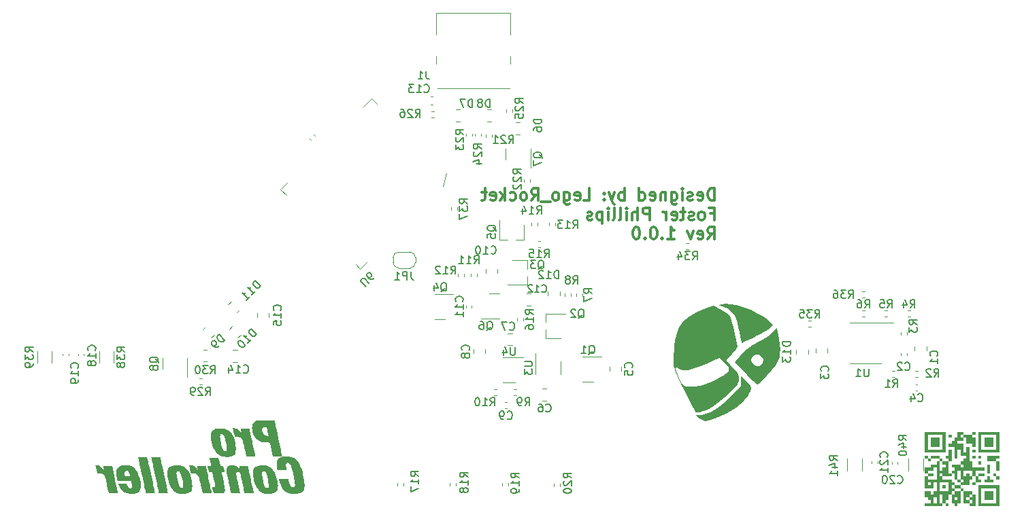
<source format=gbr>
%TF.GenerationSoftware,KiCad,Pcbnew,7.0.5*%
%TF.CreationDate,2023-08-29T10:42:25-04:00*%
%TF.ProjectId,Pro-Controller-X,50726f2d-436f-46e7-9472-6f6c6c65722d,rev?*%
%TF.SameCoordinates,Original*%
%TF.FileFunction,Legend,Bot*%
%TF.FilePolarity,Positive*%
%FSLAX46Y46*%
G04 Gerber Fmt 4.6, Leading zero omitted, Abs format (unit mm)*
G04 Created by KiCad (PCBNEW 7.0.5) date 2023-08-29 10:42:25*
%MOMM*%
%LPD*%
G01*
G04 APERTURE LIST*
%ADD10C,0.300000*%
%ADD11C,0.150000*%
%ADD12C,0.120000*%
G04 APERTURE END LIST*
D10*
X188245489Y-64570828D02*
X188245489Y-63070828D01*
X188245489Y-63070828D02*
X187888346Y-63070828D01*
X187888346Y-63070828D02*
X187674060Y-63142257D01*
X187674060Y-63142257D02*
X187531203Y-63285114D01*
X187531203Y-63285114D02*
X187459774Y-63427971D01*
X187459774Y-63427971D02*
X187388346Y-63713685D01*
X187388346Y-63713685D02*
X187388346Y-63927971D01*
X187388346Y-63927971D02*
X187459774Y-64213685D01*
X187459774Y-64213685D02*
X187531203Y-64356542D01*
X187531203Y-64356542D02*
X187674060Y-64499400D01*
X187674060Y-64499400D02*
X187888346Y-64570828D01*
X187888346Y-64570828D02*
X188245489Y-64570828D01*
X186174060Y-64499400D02*
X186316917Y-64570828D01*
X186316917Y-64570828D02*
X186602632Y-64570828D01*
X186602632Y-64570828D02*
X186745489Y-64499400D01*
X186745489Y-64499400D02*
X186816917Y-64356542D01*
X186816917Y-64356542D02*
X186816917Y-63785114D01*
X186816917Y-63785114D02*
X186745489Y-63642257D01*
X186745489Y-63642257D02*
X186602632Y-63570828D01*
X186602632Y-63570828D02*
X186316917Y-63570828D01*
X186316917Y-63570828D02*
X186174060Y-63642257D01*
X186174060Y-63642257D02*
X186102632Y-63785114D01*
X186102632Y-63785114D02*
X186102632Y-63927971D01*
X186102632Y-63927971D02*
X186816917Y-64070828D01*
X185531203Y-64499400D02*
X185388346Y-64570828D01*
X185388346Y-64570828D02*
X185102632Y-64570828D01*
X185102632Y-64570828D02*
X184959775Y-64499400D01*
X184959775Y-64499400D02*
X184888346Y-64356542D01*
X184888346Y-64356542D02*
X184888346Y-64285114D01*
X184888346Y-64285114D02*
X184959775Y-64142257D01*
X184959775Y-64142257D02*
X185102632Y-64070828D01*
X185102632Y-64070828D02*
X185316918Y-64070828D01*
X185316918Y-64070828D02*
X185459775Y-63999400D01*
X185459775Y-63999400D02*
X185531203Y-63856542D01*
X185531203Y-63856542D02*
X185531203Y-63785114D01*
X185531203Y-63785114D02*
X185459775Y-63642257D01*
X185459775Y-63642257D02*
X185316918Y-63570828D01*
X185316918Y-63570828D02*
X185102632Y-63570828D01*
X185102632Y-63570828D02*
X184959775Y-63642257D01*
X184245489Y-64570828D02*
X184245489Y-63570828D01*
X184245489Y-63070828D02*
X184316917Y-63142257D01*
X184316917Y-63142257D02*
X184245489Y-63213685D01*
X184245489Y-63213685D02*
X184174060Y-63142257D01*
X184174060Y-63142257D02*
X184245489Y-63070828D01*
X184245489Y-63070828D02*
X184245489Y-63213685D01*
X182888346Y-63570828D02*
X182888346Y-64785114D01*
X182888346Y-64785114D02*
X182959774Y-64927971D01*
X182959774Y-64927971D02*
X183031203Y-64999400D01*
X183031203Y-64999400D02*
X183174060Y-65070828D01*
X183174060Y-65070828D02*
X183388346Y-65070828D01*
X183388346Y-65070828D02*
X183531203Y-64999400D01*
X182888346Y-64499400D02*
X183031203Y-64570828D01*
X183031203Y-64570828D02*
X183316917Y-64570828D01*
X183316917Y-64570828D02*
X183459774Y-64499400D01*
X183459774Y-64499400D02*
X183531203Y-64427971D01*
X183531203Y-64427971D02*
X183602631Y-64285114D01*
X183602631Y-64285114D02*
X183602631Y-63856542D01*
X183602631Y-63856542D02*
X183531203Y-63713685D01*
X183531203Y-63713685D02*
X183459774Y-63642257D01*
X183459774Y-63642257D02*
X183316917Y-63570828D01*
X183316917Y-63570828D02*
X183031203Y-63570828D01*
X183031203Y-63570828D02*
X182888346Y-63642257D01*
X182174060Y-63570828D02*
X182174060Y-64570828D01*
X182174060Y-63713685D02*
X182102631Y-63642257D01*
X182102631Y-63642257D02*
X181959774Y-63570828D01*
X181959774Y-63570828D02*
X181745488Y-63570828D01*
X181745488Y-63570828D02*
X181602631Y-63642257D01*
X181602631Y-63642257D02*
X181531203Y-63785114D01*
X181531203Y-63785114D02*
X181531203Y-64570828D01*
X180245488Y-64499400D02*
X180388345Y-64570828D01*
X180388345Y-64570828D02*
X180674060Y-64570828D01*
X180674060Y-64570828D02*
X180816917Y-64499400D01*
X180816917Y-64499400D02*
X180888345Y-64356542D01*
X180888345Y-64356542D02*
X180888345Y-63785114D01*
X180888345Y-63785114D02*
X180816917Y-63642257D01*
X180816917Y-63642257D02*
X180674060Y-63570828D01*
X180674060Y-63570828D02*
X180388345Y-63570828D01*
X180388345Y-63570828D02*
X180245488Y-63642257D01*
X180245488Y-63642257D02*
X180174060Y-63785114D01*
X180174060Y-63785114D02*
X180174060Y-63927971D01*
X180174060Y-63927971D02*
X180888345Y-64070828D01*
X178888346Y-64570828D02*
X178888346Y-63070828D01*
X178888346Y-64499400D02*
X179031203Y-64570828D01*
X179031203Y-64570828D02*
X179316917Y-64570828D01*
X179316917Y-64570828D02*
X179459774Y-64499400D01*
X179459774Y-64499400D02*
X179531203Y-64427971D01*
X179531203Y-64427971D02*
X179602631Y-64285114D01*
X179602631Y-64285114D02*
X179602631Y-63856542D01*
X179602631Y-63856542D02*
X179531203Y-63713685D01*
X179531203Y-63713685D02*
X179459774Y-63642257D01*
X179459774Y-63642257D02*
X179316917Y-63570828D01*
X179316917Y-63570828D02*
X179031203Y-63570828D01*
X179031203Y-63570828D02*
X178888346Y-63642257D01*
X177031203Y-64570828D02*
X177031203Y-63070828D01*
X177031203Y-63642257D02*
X176888346Y-63570828D01*
X176888346Y-63570828D02*
X176602631Y-63570828D01*
X176602631Y-63570828D02*
X176459774Y-63642257D01*
X176459774Y-63642257D02*
X176388346Y-63713685D01*
X176388346Y-63713685D02*
X176316917Y-63856542D01*
X176316917Y-63856542D02*
X176316917Y-64285114D01*
X176316917Y-64285114D02*
X176388346Y-64427971D01*
X176388346Y-64427971D02*
X176459774Y-64499400D01*
X176459774Y-64499400D02*
X176602631Y-64570828D01*
X176602631Y-64570828D02*
X176888346Y-64570828D01*
X176888346Y-64570828D02*
X177031203Y-64499400D01*
X175816917Y-63570828D02*
X175459774Y-64570828D01*
X175102631Y-63570828D02*
X175459774Y-64570828D01*
X175459774Y-64570828D02*
X175602631Y-64927971D01*
X175602631Y-64927971D02*
X175674060Y-64999400D01*
X175674060Y-64999400D02*
X175816917Y-65070828D01*
X174531203Y-64427971D02*
X174459774Y-64499400D01*
X174459774Y-64499400D02*
X174531203Y-64570828D01*
X174531203Y-64570828D02*
X174602631Y-64499400D01*
X174602631Y-64499400D02*
X174531203Y-64427971D01*
X174531203Y-64427971D02*
X174531203Y-64570828D01*
X174531203Y-63642257D02*
X174459774Y-63713685D01*
X174459774Y-63713685D02*
X174531203Y-63785114D01*
X174531203Y-63785114D02*
X174602631Y-63713685D01*
X174602631Y-63713685D02*
X174531203Y-63642257D01*
X174531203Y-63642257D02*
X174531203Y-63785114D01*
X171959774Y-64570828D02*
X172674060Y-64570828D01*
X172674060Y-64570828D02*
X172674060Y-63070828D01*
X170888345Y-64499400D02*
X171031202Y-64570828D01*
X171031202Y-64570828D02*
X171316917Y-64570828D01*
X171316917Y-64570828D02*
X171459774Y-64499400D01*
X171459774Y-64499400D02*
X171531202Y-64356542D01*
X171531202Y-64356542D02*
X171531202Y-63785114D01*
X171531202Y-63785114D02*
X171459774Y-63642257D01*
X171459774Y-63642257D02*
X171316917Y-63570828D01*
X171316917Y-63570828D02*
X171031202Y-63570828D01*
X171031202Y-63570828D02*
X170888345Y-63642257D01*
X170888345Y-63642257D02*
X170816917Y-63785114D01*
X170816917Y-63785114D02*
X170816917Y-63927971D01*
X170816917Y-63927971D02*
X171531202Y-64070828D01*
X169531203Y-63570828D02*
X169531203Y-64785114D01*
X169531203Y-64785114D02*
X169602631Y-64927971D01*
X169602631Y-64927971D02*
X169674060Y-64999400D01*
X169674060Y-64999400D02*
X169816917Y-65070828D01*
X169816917Y-65070828D02*
X170031203Y-65070828D01*
X170031203Y-65070828D02*
X170174060Y-64999400D01*
X169531203Y-64499400D02*
X169674060Y-64570828D01*
X169674060Y-64570828D02*
X169959774Y-64570828D01*
X169959774Y-64570828D02*
X170102631Y-64499400D01*
X170102631Y-64499400D02*
X170174060Y-64427971D01*
X170174060Y-64427971D02*
X170245488Y-64285114D01*
X170245488Y-64285114D02*
X170245488Y-63856542D01*
X170245488Y-63856542D02*
X170174060Y-63713685D01*
X170174060Y-63713685D02*
X170102631Y-63642257D01*
X170102631Y-63642257D02*
X169959774Y-63570828D01*
X169959774Y-63570828D02*
X169674060Y-63570828D01*
X169674060Y-63570828D02*
X169531203Y-63642257D01*
X168602631Y-64570828D02*
X168745488Y-64499400D01*
X168745488Y-64499400D02*
X168816917Y-64427971D01*
X168816917Y-64427971D02*
X168888345Y-64285114D01*
X168888345Y-64285114D02*
X168888345Y-63856542D01*
X168888345Y-63856542D02*
X168816917Y-63713685D01*
X168816917Y-63713685D02*
X168745488Y-63642257D01*
X168745488Y-63642257D02*
X168602631Y-63570828D01*
X168602631Y-63570828D02*
X168388345Y-63570828D01*
X168388345Y-63570828D02*
X168245488Y-63642257D01*
X168245488Y-63642257D02*
X168174060Y-63713685D01*
X168174060Y-63713685D02*
X168102631Y-63856542D01*
X168102631Y-63856542D02*
X168102631Y-64285114D01*
X168102631Y-64285114D02*
X168174060Y-64427971D01*
X168174060Y-64427971D02*
X168245488Y-64499400D01*
X168245488Y-64499400D02*
X168388345Y-64570828D01*
X168388345Y-64570828D02*
X168602631Y-64570828D01*
X167816917Y-64713685D02*
X166674059Y-64713685D01*
X165459774Y-64570828D02*
X165959774Y-63856542D01*
X166316917Y-64570828D02*
X166316917Y-63070828D01*
X166316917Y-63070828D02*
X165745488Y-63070828D01*
X165745488Y-63070828D02*
X165602631Y-63142257D01*
X165602631Y-63142257D02*
X165531202Y-63213685D01*
X165531202Y-63213685D02*
X165459774Y-63356542D01*
X165459774Y-63356542D02*
X165459774Y-63570828D01*
X165459774Y-63570828D02*
X165531202Y-63713685D01*
X165531202Y-63713685D02*
X165602631Y-63785114D01*
X165602631Y-63785114D02*
X165745488Y-63856542D01*
X165745488Y-63856542D02*
X166316917Y-63856542D01*
X164602631Y-64570828D02*
X164745488Y-64499400D01*
X164745488Y-64499400D02*
X164816917Y-64427971D01*
X164816917Y-64427971D02*
X164888345Y-64285114D01*
X164888345Y-64285114D02*
X164888345Y-63856542D01*
X164888345Y-63856542D02*
X164816917Y-63713685D01*
X164816917Y-63713685D02*
X164745488Y-63642257D01*
X164745488Y-63642257D02*
X164602631Y-63570828D01*
X164602631Y-63570828D02*
X164388345Y-63570828D01*
X164388345Y-63570828D02*
X164245488Y-63642257D01*
X164245488Y-63642257D02*
X164174060Y-63713685D01*
X164174060Y-63713685D02*
X164102631Y-63856542D01*
X164102631Y-63856542D02*
X164102631Y-64285114D01*
X164102631Y-64285114D02*
X164174060Y-64427971D01*
X164174060Y-64427971D02*
X164245488Y-64499400D01*
X164245488Y-64499400D02*
X164388345Y-64570828D01*
X164388345Y-64570828D02*
X164602631Y-64570828D01*
X162816917Y-64499400D02*
X162959774Y-64570828D01*
X162959774Y-64570828D02*
X163245488Y-64570828D01*
X163245488Y-64570828D02*
X163388345Y-64499400D01*
X163388345Y-64499400D02*
X163459774Y-64427971D01*
X163459774Y-64427971D02*
X163531202Y-64285114D01*
X163531202Y-64285114D02*
X163531202Y-63856542D01*
X163531202Y-63856542D02*
X163459774Y-63713685D01*
X163459774Y-63713685D02*
X163388345Y-63642257D01*
X163388345Y-63642257D02*
X163245488Y-63570828D01*
X163245488Y-63570828D02*
X162959774Y-63570828D01*
X162959774Y-63570828D02*
X162816917Y-63642257D01*
X162174060Y-64570828D02*
X162174060Y-63070828D01*
X162031203Y-63999400D02*
X161602631Y-64570828D01*
X161602631Y-63570828D02*
X162174060Y-64142257D01*
X160388345Y-64499400D02*
X160531202Y-64570828D01*
X160531202Y-64570828D02*
X160816917Y-64570828D01*
X160816917Y-64570828D02*
X160959774Y-64499400D01*
X160959774Y-64499400D02*
X161031202Y-64356542D01*
X161031202Y-64356542D02*
X161031202Y-63785114D01*
X161031202Y-63785114D02*
X160959774Y-63642257D01*
X160959774Y-63642257D02*
X160816917Y-63570828D01*
X160816917Y-63570828D02*
X160531202Y-63570828D01*
X160531202Y-63570828D02*
X160388345Y-63642257D01*
X160388345Y-63642257D02*
X160316917Y-63785114D01*
X160316917Y-63785114D02*
X160316917Y-63927971D01*
X160316917Y-63927971D02*
X161031202Y-64070828D01*
X159888345Y-63570828D02*
X159316917Y-63570828D01*
X159674060Y-63070828D02*
X159674060Y-64356542D01*
X159674060Y-64356542D02*
X159602631Y-64499400D01*
X159602631Y-64499400D02*
X159459774Y-64570828D01*
X159459774Y-64570828D02*
X159316917Y-64570828D01*
X187745489Y-66200114D02*
X188245489Y-66200114D01*
X188245489Y-66985828D02*
X188245489Y-65485828D01*
X188245489Y-65485828D02*
X187531203Y-65485828D01*
X186745489Y-66985828D02*
X186888346Y-66914400D01*
X186888346Y-66914400D02*
X186959775Y-66842971D01*
X186959775Y-66842971D02*
X187031203Y-66700114D01*
X187031203Y-66700114D02*
X187031203Y-66271542D01*
X187031203Y-66271542D02*
X186959775Y-66128685D01*
X186959775Y-66128685D02*
X186888346Y-66057257D01*
X186888346Y-66057257D02*
X186745489Y-65985828D01*
X186745489Y-65985828D02*
X186531203Y-65985828D01*
X186531203Y-65985828D02*
X186388346Y-66057257D01*
X186388346Y-66057257D02*
X186316918Y-66128685D01*
X186316918Y-66128685D02*
X186245489Y-66271542D01*
X186245489Y-66271542D02*
X186245489Y-66700114D01*
X186245489Y-66700114D02*
X186316918Y-66842971D01*
X186316918Y-66842971D02*
X186388346Y-66914400D01*
X186388346Y-66914400D02*
X186531203Y-66985828D01*
X186531203Y-66985828D02*
X186745489Y-66985828D01*
X185674060Y-66914400D02*
X185531203Y-66985828D01*
X185531203Y-66985828D02*
X185245489Y-66985828D01*
X185245489Y-66985828D02*
X185102632Y-66914400D01*
X185102632Y-66914400D02*
X185031203Y-66771542D01*
X185031203Y-66771542D02*
X185031203Y-66700114D01*
X185031203Y-66700114D02*
X185102632Y-66557257D01*
X185102632Y-66557257D02*
X185245489Y-66485828D01*
X185245489Y-66485828D02*
X185459775Y-66485828D01*
X185459775Y-66485828D02*
X185602632Y-66414400D01*
X185602632Y-66414400D02*
X185674060Y-66271542D01*
X185674060Y-66271542D02*
X185674060Y-66200114D01*
X185674060Y-66200114D02*
X185602632Y-66057257D01*
X185602632Y-66057257D02*
X185459775Y-65985828D01*
X185459775Y-65985828D02*
X185245489Y-65985828D01*
X185245489Y-65985828D02*
X185102632Y-66057257D01*
X184602631Y-65985828D02*
X184031203Y-65985828D01*
X184388346Y-65485828D02*
X184388346Y-66771542D01*
X184388346Y-66771542D02*
X184316917Y-66914400D01*
X184316917Y-66914400D02*
X184174060Y-66985828D01*
X184174060Y-66985828D02*
X184031203Y-66985828D01*
X182959774Y-66914400D02*
X183102631Y-66985828D01*
X183102631Y-66985828D02*
X183388346Y-66985828D01*
X183388346Y-66985828D02*
X183531203Y-66914400D01*
X183531203Y-66914400D02*
X183602631Y-66771542D01*
X183602631Y-66771542D02*
X183602631Y-66200114D01*
X183602631Y-66200114D02*
X183531203Y-66057257D01*
X183531203Y-66057257D02*
X183388346Y-65985828D01*
X183388346Y-65985828D02*
X183102631Y-65985828D01*
X183102631Y-65985828D02*
X182959774Y-66057257D01*
X182959774Y-66057257D02*
X182888346Y-66200114D01*
X182888346Y-66200114D02*
X182888346Y-66342971D01*
X182888346Y-66342971D02*
X183602631Y-66485828D01*
X182245489Y-66985828D02*
X182245489Y-65985828D01*
X182245489Y-66271542D02*
X182174060Y-66128685D01*
X182174060Y-66128685D02*
X182102632Y-66057257D01*
X182102632Y-66057257D02*
X181959774Y-65985828D01*
X181959774Y-65985828D02*
X181816917Y-65985828D01*
X180174061Y-66985828D02*
X180174061Y-65485828D01*
X180174061Y-65485828D02*
X179602632Y-65485828D01*
X179602632Y-65485828D02*
X179459775Y-65557257D01*
X179459775Y-65557257D02*
X179388346Y-65628685D01*
X179388346Y-65628685D02*
X179316918Y-65771542D01*
X179316918Y-65771542D02*
X179316918Y-65985828D01*
X179316918Y-65985828D02*
X179388346Y-66128685D01*
X179388346Y-66128685D02*
X179459775Y-66200114D01*
X179459775Y-66200114D02*
X179602632Y-66271542D01*
X179602632Y-66271542D02*
X180174061Y-66271542D01*
X178674061Y-66985828D02*
X178674061Y-65485828D01*
X178031204Y-66985828D02*
X178031204Y-66200114D01*
X178031204Y-66200114D02*
X178102632Y-66057257D01*
X178102632Y-66057257D02*
X178245489Y-65985828D01*
X178245489Y-65985828D02*
X178459775Y-65985828D01*
X178459775Y-65985828D02*
X178602632Y-66057257D01*
X178602632Y-66057257D02*
X178674061Y-66128685D01*
X177316918Y-66985828D02*
X177316918Y-65985828D01*
X177316918Y-65485828D02*
X177388346Y-65557257D01*
X177388346Y-65557257D02*
X177316918Y-65628685D01*
X177316918Y-65628685D02*
X177245489Y-65557257D01*
X177245489Y-65557257D02*
X177316918Y-65485828D01*
X177316918Y-65485828D02*
X177316918Y-65628685D01*
X176388346Y-66985828D02*
X176531203Y-66914400D01*
X176531203Y-66914400D02*
X176602632Y-66771542D01*
X176602632Y-66771542D02*
X176602632Y-65485828D01*
X175602632Y-66985828D02*
X175745489Y-66914400D01*
X175745489Y-66914400D02*
X175816918Y-66771542D01*
X175816918Y-66771542D02*
X175816918Y-65485828D01*
X175031204Y-66985828D02*
X175031204Y-65985828D01*
X175031204Y-65485828D02*
X175102632Y-65557257D01*
X175102632Y-65557257D02*
X175031204Y-65628685D01*
X175031204Y-65628685D02*
X174959775Y-65557257D01*
X174959775Y-65557257D02*
X175031204Y-65485828D01*
X175031204Y-65485828D02*
X175031204Y-65628685D01*
X174316918Y-65985828D02*
X174316918Y-67485828D01*
X174316918Y-66057257D02*
X174174061Y-65985828D01*
X174174061Y-65985828D02*
X173888346Y-65985828D01*
X173888346Y-65985828D02*
X173745489Y-66057257D01*
X173745489Y-66057257D02*
X173674061Y-66128685D01*
X173674061Y-66128685D02*
X173602632Y-66271542D01*
X173602632Y-66271542D02*
X173602632Y-66700114D01*
X173602632Y-66700114D02*
X173674061Y-66842971D01*
X173674061Y-66842971D02*
X173745489Y-66914400D01*
X173745489Y-66914400D02*
X173888346Y-66985828D01*
X173888346Y-66985828D02*
X174174061Y-66985828D01*
X174174061Y-66985828D02*
X174316918Y-66914400D01*
X173031203Y-66914400D02*
X172888346Y-66985828D01*
X172888346Y-66985828D02*
X172602632Y-66985828D01*
X172602632Y-66985828D02*
X172459775Y-66914400D01*
X172459775Y-66914400D02*
X172388346Y-66771542D01*
X172388346Y-66771542D02*
X172388346Y-66700114D01*
X172388346Y-66700114D02*
X172459775Y-66557257D01*
X172459775Y-66557257D02*
X172602632Y-66485828D01*
X172602632Y-66485828D02*
X172816918Y-66485828D01*
X172816918Y-66485828D02*
X172959775Y-66414400D01*
X172959775Y-66414400D02*
X173031203Y-66271542D01*
X173031203Y-66271542D02*
X173031203Y-66200114D01*
X173031203Y-66200114D02*
X172959775Y-66057257D01*
X172959775Y-66057257D02*
X172816918Y-65985828D01*
X172816918Y-65985828D02*
X172602632Y-65985828D01*
X172602632Y-65985828D02*
X172459775Y-66057257D01*
X187388346Y-69400828D02*
X187888346Y-68686542D01*
X188245489Y-69400828D02*
X188245489Y-67900828D01*
X188245489Y-67900828D02*
X187674060Y-67900828D01*
X187674060Y-67900828D02*
X187531203Y-67972257D01*
X187531203Y-67972257D02*
X187459774Y-68043685D01*
X187459774Y-68043685D02*
X187388346Y-68186542D01*
X187388346Y-68186542D02*
X187388346Y-68400828D01*
X187388346Y-68400828D02*
X187459774Y-68543685D01*
X187459774Y-68543685D02*
X187531203Y-68615114D01*
X187531203Y-68615114D02*
X187674060Y-68686542D01*
X187674060Y-68686542D02*
X188245489Y-68686542D01*
X186174060Y-69329400D02*
X186316917Y-69400828D01*
X186316917Y-69400828D02*
X186602632Y-69400828D01*
X186602632Y-69400828D02*
X186745489Y-69329400D01*
X186745489Y-69329400D02*
X186816917Y-69186542D01*
X186816917Y-69186542D02*
X186816917Y-68615114D01*
X186816917Y-68615114D02*
X186745489Y-68472257D01*
X186745489Y-68472257D02*
X186602632Y-68400828D01*
X186602632Y-68400828D02*
X186316917Y-68400828D01*
X186316917Y-68400828D02*
X186174060Y-68472257D01*
X186174060Y-68472257D02*
X186102632Y-68615114D01*
X186102632Y-68615114D02*
X186102632Y-68757971D01*
X186102632Y-68757971D02*
X186816917Y-68900828D01*
X185602632Y-68400828D02*
X185245489Y-69400828D01*
X185245489Y-69400828D02*
X184888346Y-68400828D01*
X182388346Y-69400828D02*
X183245489Y-69400828D01*
X182816918Y-69400828D02*
X182816918Y-67900828D01*
X182816918Y-67900828D02*
X182959775Y-68115114D01*
X182959775Y-68115114D02*
X183102632Y-68257971D01*
X183102632Y-68257971D02*
X183245489Y-68329400D01*
X181745490Y-69257971D02*
X181674061Y-69329400D01*
X181674061Y-69329400D02*
X181745490Y-69400828D01*
X181745490Y-69400828D02*
X181816918Y-69329400D01*
X181816918Y-69329400D02*
X181745490Y-69257971D01*
X181745490Y-69257971D02*
X181745490Y-69400828D01*
X180745489Y-67900828D02*
X180602632Y-67900828D01*
X180602632Y-67900828D02*
X180459775Y-67972257D01*
X180459775Y-67972257D02*
X180388347Y-68043685D01*
X180388347Y-68043685D02*
X180316918Y-68186542D01*
X180316918Y-68186542D02*
X180245489Y-68472257D01*
X180245489Y-68472257D02*
X180245489Y-68829400D01*
X180245489Y-68829400D02*
X180316918Y-69115114D01*
X180316918Y-69115114D02*
X180388347Y-69257971D01*
X180388347Y-69257971D02*
X180459775Y-69329400D01*
X180459775Y-69329400D02*
X180602632Y-69400828D01*
X180602632Y-69400828D02*
X180745489Y-69400828D01*
X180745489Y-69400828D02*
X180888347Y-69329400D01*
X180888347Y-69329400D02*
X180959775Y-69257971D01*
X180959775Y-69257971D02*
X181031204Y-69115114D01*
X181031204Y-69115114D02*
X181102632Y-68829400D01*
X181102632Y-68829400D02*
X181102632Y-68472257D01*
X181102632Y-68472257D02*
X181031204Y-68186542D01*
X181031204Y-68186542D02*
X180959775Y-68043685D01*
X180959775Y-68043685D02*
X180888347Y-67972257D01*
X180888347Y-67972257D02*
X180745489Y-67900828D01*
X179602633Y-69257971D02*
X179531204Y-69329400D01*
X179531204Y-69329400D02*
X179602633Y-69400828D01*
X179602633Y-69400828D02*
X179674061Y-69329400D01*
X179674061Y-69329400D02*
X179602633Y-69257971D01*
X179602633Y-69257971D02*
X179602633Y-69400828D01*
X178602632Y-67900828D02*
X178459775Y-67900828D01*
X178459775Y-67900828D02*
X178316918Y-67972257D01*
X178316918Y-67972257D02*
X178245490Y-68043685D01*
X178245490Y-68043685D02*
X178174061Y-68186542D01*
X178174061Y-68186542D02*
X178102632Y-68472257D01*
X178102632Y-68472257D02*
X178102632Y-68829400D01*
X178102632Y-68829400D02*
X178174061Y-69115114D01*
X178174061Y-69115114D02*
X178245490Y-69257971D01*
X178245490Y-69257971D02*
X178316918Y-69329400D01*
X178316918Y-69329400D02*
X178459775Y-69400828D01*
X178459775Y-69400828D02*
X178602632Y-69400828D01*
X178602632Y-69400828D02*
X178745490Y-69329400D01*
X178745490Y-69329400D02*
X178816918Y-69257971D01*
X178816918Y-69257971D02*
X178888347Y-69115114D01*
X178888347Y-69115114D02*
X178959775Y-68829400D01*
X178959775Y-68829400D02*
X178959775Y-68472257D01*
X178959775Y-68472257D02*
X178888347Y-68186542D01*
X178888347Y-68186542D02*
X178816918Y-68043685D01*
X178816918Y-68043685D02*
X178745490Y-67972257D01*
X178745490Y-67972257D02*
X178602632Y-67900828D01*
D11*
%TO.C,C6*%
X167266666Y-90839580D02*
X167314285Y-90887200D01*
X167314285Y-90887200D02*
X167457142Y-90934819D01*
X167457142Y-90934819D02*
X167552380Y-90934819D01*
X167552380Y-90934819D02*
X167695237Y-90887200D01*
X167695237Y-90887200D02*
X167790475Y-90791961D01*
X167790475Y-90791961D02*
X167838094Y-90696723D01*
X167838094Y-90696723D02*
X167885713Y-90506247D01*
X167885713Y-90506247D02*
X167885713Y-90363390D01*
X167885713Y-90363390D02*
X167838094Y-90172914D01*
X167838094Y-90172914D02*
X167790475Y-90077676D01*
X167790475Y-90077676D02*
X167695237Y-89982438D01*
X167695237Y-89982438D02*
X167552380Y-89934819D01*
X167552380Y-89934819D02*
X167457142Y-89934819D01*
X167457142Y-89934819D02*
X167314285Y-89982438D01*
X167314285Y-89982438D02*
X167266666Y-90030057D01*
X166409523Y-89934819D02*
X166599999Y-89934819D01*
X166599999Y-89934819D02*
X166695237Y-89982438D01*
X166695237Y-89982438D02*
X166742856Y-90030057D01*
X166742856Y-90030057D02*
X166838094Y-90172914D01*
X166838094Y-90172914D02*
X166885713Y-90363390D01*
X166885713Y-90363390D02*
X166885713Y-90744342D01*
X166885713Y-90744342D02*
X166838094Y-90839580D01*
X166838094Y-90839580D02*
X166790475Y-90887200D01*
X166790475Y-90887200D02*
X166695237Y-90934819D01*
X166695237Y-90934819D02*
X166504761Y-90934819D01*
X166504761Y-90934819D02*
X166409523Y-90887200D01*
X166409523Y-90887200D02*
X166361904Y-90839580D01*
X166361904Y-90839580D02*
X166314285Y-90744342D01*
X166314285Y-90744342D02*
X166314285Y-90506247D01*
X166314285Y-90506247D02*
X166361904Y-90411009D01*
X166361904Y-90411009D02*
X166409523Y-90363390D01*
X166409523Y-90363390D02*
X166504761Y-90315771D01*
X166504761Y-90315771D02*
X166695237Y-90315771D01*
X166695237Y-90315771D02*
X166790475Y-90363390D01*
X166790475Y-90363390D02*
X166838094Y-90411009D01*
X166838094Y-90411009D02*
X166885713Y-90506247D01*
%TO.C,C8*%
X157679580Y-83233333D02*
X157727200Y-83185714D01*
X157727200Y-83185714D02*
X157774819Y-83042857D01*
X157774819Y-83042857D02*
X157774819Y-82947619D01*
X157774819Y-82947619D02*
X157727200Y-82804762D01*
X157727200Y-82804762D02*
X157631961Y-82709524D01*
X157631961Y-82709524D02*
X157536723Y-82661905D01*
X157536723Y-82661905D02*
X157346247Y-82614286D01*
X157346247Y-82614286D02*
X157203390Y-82614286D01*
X157203390Y-82614286D02*
X157012914Y-82661905D01*
X157012914Y-82661905D02*
X156917676Y-82709524D01*
X156917676Y-82709524D02*
X156822438Y-82804762D01*
X156822438Y-82804762D02*
X156774819Y-82947619D01*
X156774819Y-82947619D02*
X156774819Y-83042857D01*
X156774819Y-83042857D02*
X156822438Y-83185714D01*
X156822438Y-83185714D02*
X156870057Y-83233333D01*
X157203390Y-83804762D02*
X157155771Y-83709524D01*
X157155771Y-83709524D02*
X157108152Y-83661905D01*
X157108152Y-83661905D02*
X157012914Y-83614286D01*
X157012914Y-83614286D02*
X156965295Y-83614286D01*
X156965295Y-83614286D02*
X156870057Y-83661905D01*
X156870057Y-83661905D02*
X156822438Y-83709524D01*
X156822438Y-83709524D02*
X156774819Y-83804762D01*
X156774819Y-83804762D02*
X156774819Y-83995238D01*
X156774819Y-83995238D02*
X156822438Y-84090476D01*
X156822438Y-84090476D02*
X156870057Y-84138095D01*
X156870057Y-84138095D02*
X156965295Y-84185714D01*
X156965295Y-84185714D02*
X157012914Y-84185714D01*
X157012914Y-84185714D02*
X157108152Y-84138095D01*
X157108152Y-84138095D02*
X157155771Y-84090476D01*
X157155771Y-84090476D02*
X157203390Y-83995238D01*
X157203390Y-83995238D02*
X157203390Y-83804762D01*
X157203390Y-83804762D02*
X157251009Y-83709524D01*
X157251009Y-83709524D02*
X157298628Y-83661905D01*
X157298628Y-83661905D02*
X157393866Y-83614286D01*
X157393866Y-83614286D02*
X157584342Y-83614286D01*
X157584342Y-83614286D02*
X157679580Y-83661905D01*
X157679580Y-83661905D02*
X157727200Y-83709524D01*
X157727200Y-83709524D02*
X157774819Y-83804762D01*
X157774819Y-83804762D02*
X157774819Y-83995238D01*
X157774819Y-83995238D02*
X157727200Y-84090476D01*
X157727200Y-84090476D02*
X157679580Y-84138095D01*
X157679580Y-84138095D02*
X157584342Y-84185714D01*
X157584342Y-84185714D02*
X157393866Y-84185714D01*
X157393866Y-84185714D02*
X157298628Y-84138095D01*
X157298628Y-84138095D02*
X157251009Y-84090476D01*
X157251009Y-84090476D02*
X157203390Y-83995238D01*
%TO.C,Q5*%
X161100057Y-68404761D02*
X161052438Y-68309523D01*
X161052438Y-68309523D02*
X160957200Y-68214285D01*
X160957200Y-68214285D02*
X160814342Y-68071428D01*
X160814342Y-68071428D02*
X160766723Y-67976190D01*
X160766723Y-67976190D02*
X160766723Y-67880952D01*
X161004819Y-67928571D02*
X160957200Y-67833333D01*
X160957200Y-67833333D02*
X160861961Y-67738095D01*
X160861961Y-67738095D02*
X160671485Y-67690476D01*
X160671485Y-67690476D02*
X160338152Y-67690476D01*
X160338152Y-67690476D02*
X160147676Y-67738095D01*
X160147676Y-67738095D02*
X160052438Y-67833333D01*
X160052438Y-67833333D02*
X160004819Y-67928571D01*
X160004819Y-67928571D02*
X160004819Y-68119047D01*
X160004819Y-68119047D02*
X160052438Y-68214285D01*
X160052438Y-68214285D02*
X160147676Y-68309523D01*
X160147676Y-68309523D02*
X160338152Y-68357142D01*
X160338152Y-68357142D02*
X160671485Y-68357142D01*
X160671485Y-68357142D02*
X160861961Y-68309523D01*
X160861961Y-68309523D02*
X160957200Y-68214285D01*
X160957200Y-68214285D02*
X161004819Y-68119047D01*
X161004819Y-68119047D02*
X161004819Y-67928571D01*
X160004819Y-69261904D02*
X160004819Y-68785714D01*
X160004819Y-68785714D02*
X160481009Y-68738095D01*
X160481009Y-68738095D02*
X160433390Y-68785714D01*
X160433390Y-68785714D02*
X160385771Y-68880952D01*
X160385771Y-68880952D02*
X160385771Y-69119047D01*
X160385771Y-69119047D02*
X160433390Y-69214285D01*
X160433390Y-69214285D02*
X160481009Y-69261904D01*
X160481009Y-69261904D02*
X160576247Y-69309523D01*
X160576247Y-69309523D02*
X160814342Y-69309523D01*
X160814342Y-69309523D02*
X160909580Y-69261904D01*
X160909580Y-69261904D02*
X160957200Y-69214285D01*
X160957200Y-69214285D02*
X161004819Y-69119047D01*
X161004819Y-69119047D02*
X161004819Y-68880952D01*
X161004819Y-68880952D02*
X160957200Y-68785714D01*
X160957200Y-68785714D02*
X160909580Y-68738095D01*
%TO.C,U6*%
X144860958Y-75290253D02*
X144288538Y-74717833D01*
X144288538Y-74717833D02*
X144254866Y-74616818D01*
X144254866Y-74616818D02*
X144254866Y-74549474D01*
X144254866Y-74549474D02*
X144288538Y-74448459D01*
X144288538Y-74448459D02*
X144423225Y-74313772D01*
X144423225Y-74313772D02*
X144524240Y-74280100D01*
X144524240Y-74280100D02*
X144591584Y-74280100D01*
X144591584Y-74280100D02*
X144692599Y-74313772D01*
X144692599Y-74313772D02*
X145265019Y-74886192D01*
X145904782Y-74246428D02*
X145770095Y-74381115D01*
X145770095Y-74381115D02*
X145669080Y-74414787D01*
X145669080Y-74414787D02*
X145601736Y-74414787D01*
X145601736Y-74414787D02*
X145433377Y-74381115D01*
X145433377Y-74381115D02*
X145265019Y-74280100D01*
X145265019Y-74280100D02*
X144995645Y-74010726D01*
X144995645Y-74010726D02*
X144961973Y-73909711D01*
X144961973Y-73909711D02*
X144961973Y-73842367D01*
X144961973Y-73842367D02*
X144995645Y-73741352D01*
X144995645Y-73741352D02*
X145130332Y-73606665D01*
X145130332Y-73606665D02*
X145231347Y-73572993D01*
X145231347Y-73572993D02*
X145298690Y-73572993D01*
X145298690Y-73572993D02*
X145399706Y-73606665D01*
X145399706Y-73606665D02*
X145568064Y-73775024D01*
X145568064Y-73775024D02*
X145601736Y-73876039D01*
X145601736Y-73876039D02*
X145601736Y-73943383D01*
X145601736Y-73943383D02*
X145568064Y-74044398D01*
X145568064Y-74044398D02*
X145433377Y-74179085D01*
X145433377Y-74179085D02*
X145332362Y-74212757D01*
X145332362Y-74212757D02*
X145265019Y-74212757D01*
X145265019Y-74212757D02*
X145164003Y-74179085D01*
%TO.C,D8*%
X160308094Y-52974819D02*
X160308094Y-51974819D01*
X160308094Y-51974819D02*
X160069999Y-51974819D01*
X160069999Y-51974819D02*
X159927142Y-52022438D01*
X159927142Y-52022438D02*
X159831904Y-52117676D01*
X159831904Y-52117676D02*
X159784285Y-52212914D01*
X159784285Y-52212914D02*
X159736666Y-52403390D01*
X159736666Y-52403390D02*
X159736666Y-52546247D01*
X159736666Y-52546247D02*
X159784285Y-52736723D01*
X159784285Y-52736723D02*
X159831904Y-52831961D01*
X159831904Y-52831961D02*
X159927142Y-52927200D01*
X159927142Y-52927200D02*
X160069999Y-52974819D01*
X160069999Y-52974819D02*
X160308094Y-52974819D01*
X159165237Y-52403390D02*
X159260475Y-52355771D01*
X159260475Y-52355771D02*
X159308094Y-52308152D01*
X159308094Y-52308152D02*
X159355713Y-52212914D01*
X159355713Y-52212914D02*
X159355713Y-52165295D01*
X159355713Y-52165295D02*
X159308094Y-52070057D01*
X159308094Y-52070057D02*
X159260475Y-52022438D01*
X159260475Y-52022438D02*
X159165237Y-51974819D01*
X159165237Y-51974819D02*
X158974761Y-51974819D01*
X158974761Y-51974819D02*
X158879523Y-52022438D01*
X158879523Y-52022438D02*
X158831904Y-52070057D01*
X158831904Y-52070057D02*
X158784285Y-52165295D01*
X158784285Y-52165295D02*
X158784285Y-52212914D01*
X158784285Y-52212914D02*
X158831904Y-52308152D01*
X158831904Y-52308152D02*
X158879523Y-52355771D01*
X158879523Y-52355771D02*
X158974761Y-52403390D01*
X158974761Y-52403390D02*
X159165237Y-52403390D01*
X159165237Y-52403390D02*
X159260475Y-52451009D01*
X159260475Y-52451009D02*
X159308094Y-52498628D01*
X159308094Y-52498628D02*
X159355713Y-52593866D01*
X159355713Y-52593866D02*
X159355713Y-52784342D01*
X159355713Y-52784342D02*
X159308094Y-52879580D01*
X159308094Y-52879580D02*
X159260475Y-52927200D01*
X159260475Y-52927200D02*
X159165237Y-52974819D01*
X159165237Y-52974819D02*
X158974761Y-52974819D01*
X158974761Y-52974819D02*
X158879523Y-52927200D01*
X158879523Y-52927200D02*
X158831904Y-52879580D01*
X158831904Y-52879580D02*
X158784285Y-52784342D01*
X158784285Y-52784342D02*
X158784285Y-52593866D01*
X158784285Y-52593866D02*
X158831904Y-52498628D01*
X158831904Y-52498628D02*
X158879523Y-52451009D01*
X158879523Y-52451009D02*
X158974761Y-52403390D01*
%TO.C,R21*%
X162642857Y-57454819D02*
X162976190Y-56978628D01*
X163214285Y-57454819D02*
X163214285Y-56454819D01*
X163214285Y-56454819D02*
X162833333Y-56454819D01*
X162833333Y-56454819D02*
X162738095Y-56502438D01*
X162738095Y-56502438D02*
X162690476Y-56550057D01*
X162690476Y-56550057D02*
X162642857Y-56645295D01*
X162642857Y-56645295D02*
X162642857Y-56788152D01*
X162642857Y-56788152D02*
X162690476Y-56883390D01*
X162690476Y-56883390D02*
X162738095Y-56931009D01*
X162738095Y-56931009D02*
X162833333Y-56978628D01*
X162833333Y-56978628D02*
X163214285Y-56978628D01*
X162261904Y-56550057D02*
X162214285Y-56502438D01*
X162214285Y-56502438D02*
X162119047Y-56454819D01*
X162119047Y-56454819D02*
X161880952Y-56454819D01*
X161880952Y-56454819D02*
X161785714Y-56502438D01*
X161785714Y-56502438D02*
X161738095Y-56550057D01*
X161738095Y-56550057D02*
X161690476Y-56645295D01*
X161690476Y-56645295D02*
X161690476Y-56740533D01*
X161690476Y-56740533D02*
X161738095Y-56883390D01*
X161738095Y-56883390D02*
X162309523Y-57454819D01*
X162309523Y-57454819D02*
X161690476Y-57454819D01*
X160738095Y-57454819D02*
X161309523Y-57454819D01*
X161023809Y-57454819D02*
X161023809Y-56454819D01*
X161023809Y-56454819D02*
X161119047Y-56597676D01*
X161119047Y-56597676D02*
X161214285Y-56692914D01*
X161214285Y-56692914D02*
X161309523Y-56740533D01*
%TO.C,C21*%
X209719580Y-96557142D02*
X209767200Y-96509523D01*
X209767200Y-96509523D02*
X209814819Y-96366666D01*
X209814819Y-96366666D02*
X209814819Y-96271428D01*
X209814819Y-96271428D02*
X209767200Y-96128571D01*
X209767200Y-96128571D02*
X209671961Y-96033333D01*
X209671961Y-96033333D02*
X209576723Y-95985714D01*
X209576723Y-95985714D02*
X209386247Y-95938095D01*
X209386247Y-95938095D02*
X209243390Y-95938095D01*
X209243390Y-95938095D02*
X209052914Y-95985714D01*
X209052914Y-95985714D02*
X208957676Y-96033333D01*
X208957676Y-96033333D02*
X208862438Y-96128571D01*
X208862438Y-96128571D02*
X208814819Y-96271428D01*
X208814819Y-96271428D02*
X208814819Y-96366666D01*
X208814819Y-96366666D02*
X208862438Y-96509523D01*
X208862438Y-96509523D02*
X208910057Y-96557142D01*
X208910057Y-96938095D02*
X208862438Y-96985714D01*
X208862438Y-96985714D02*
X208814819Y-97080952D01*
X208814819Y-97080952D02*
X208814819Y-97319047D01*
X208814819Y-97319047D02*
X208862438Y-97414285D01*
X208862438Y-97414285D02*
X208910057Y-97461904D01*
X208910057Y-97461904D02*
X209005295Y-97509523D01*
X209005295Y-97509523D02*
X209100533Y-97509523D01*
X209100533Y-97509523D02*
X209243390Y-97461904D01*
X209243390Y-97461904D02*
X209814819Y-96890476D01*
X209814819Y-96890476D02*
X209814819Y-97509523D01*
X209814819Y-98461904D02*
X209814819Y-97890476D01*
X209814819Y-98176190D02*
X208814819Y-98176190D01*
X208814819Y-98176190D02*
X208957676Y-98080952D01*
X208957676Y-98080952D02*
X209052914Y-97985714D01*
X209052914Y-97985714D02*
X209100533Y-97890476D01*
%TO.C,R15*%
X167085357Y-71684819D02*
X167418690Y-71208628D01*
X167656785Y-71684819D02*
X167656785Y-70684819D01*
X167656785Y-70684819D02*
X167275833Y-70684819D01*
X167275833Y-70684819D02*
X167180595Y-70732438D01*
X167180595Y-70732438D02*
X167132976Y-70780057D01*
X167132976Y-70780057D02*
X167085357Y-70875295D01*
X167085357Y-70875295D02*
X167085357Y-71018152D01*
X167085357Y-71018152D02*
X167132976Y-71113390D01*
X167132976Y-71113390D02*
X167180595Y-71161009D01*
X167180595Y-71161009D02*
X167275833Y-71208628D01*
X167275833Y-71208628D02*
X167656785Y-71208628D01*
X166132976Y-71684819D02*
X166704404Y-71684819D01*
X166418690Y-71684819D02*
X166418690Y-70684819D01*
X166418690Y-70684819D02*
X166513928Y-70827676D01*
X166513928Y-70827676D02*
X166609166Y-70922914D01*
X166609166Y-70922914D02*
X166704404Y-70970533D01*
X165228214Y-70684819D02*
X165704404Y-70684819D01*
X165704404Y-70684819D02*
X165752023Y-71161009D01*
X165752023Y-71161009D02*
X165704404Y-71113390D01*
X165704404Y-71113390D02*
X165609166Y-71065771D01*
X165609166Y-71065771D02*
X165371071Y-71065771D01*
X165371071Y-71065771D02*
X165275833Y-71113390D01*
X165275833Y-71113390D02*
X165228214Y-71161009D01*
X165228214Y-71161009D02*
X165180595Y-71256247D01*
X165180595Y-71256247D02*
X165180595Y-71494342D01*
X165180595Y-71494342D02*
X165228214Y-71589580D01*
X165228214Y-71589580D02*
X165275833Y-71637200D01*
X165275833Y-71637200D02*
X165371071Y-71684819D01*
X165371071Y-71684819D02*
X165609166Y-71684819D01*
X165609166Y-71684819D02*
X165704404Y-71637200D01*
X165704404Y-71637200D02*
X165752023Y-71589580D01*
%TO.C,R16*%
X165724819Y-78757142D02*
X165248628Y-78423809D01*
X165724819Y-78185714D02*
X164724819Y-78185714D01*
X164724819Y-78185714D02*
X164724819Y-78566666D01*
X164724819Y-78566666D02*
X164772438Y-78661904D01*
X164772438Y-78661904D02*
X164820057Y-78709523D01*
X164820057Y-78709523D02*
X164915295Y-78757142D01*
X164915295Y-78757142D02*
X165058152Y-78757142D01*
X165058152Y-78757142D02*
X165153390Y-78709523D01*
X165153390Y-78709523D02*
X165201009Y-78661904D01*
X165201009Y-78661904D02*
X165248628Y-78566666D01*
X165248628Y-78566666D02*
X165248628Y-78185714D01*
X165724819Y-79709523D02*
X165724819Y-79138095D01*
X165724819Y-79423809D02*
X164724819Y-79423809D01*
X164724819Y-79423809D02*
X164867676Y-79328571D01*
X164867676Y-79328571D02*
X164962914Y-79233333D01*
X164962914Y-79233333D02*
X165010533Y-79138095D01*
X164724819Y-80566666D02*
X164724819Y-80376190D01*
X164724819Y-80376190D02*
X164772438Y-80280952D01*
X164772438Y-80280952D02*
X164820057Y-80233333D01*
X164820057Y-80233333D02*
X164962914Y-80138095D01*
X164962914Y-80138095D02*
X165153390Y-80090476D01*
X165153390Y-80090476D02*
X165534342Y-80090476D01*
X165534342Y-80090476D02*
X165629580Y-80138095D01*
X165629580Y-80138095D02*
X165677200Y-80185714D01*
X165677200Y-80185714D02*
X165724819Y-80280952D01*
X165724819Y-80280952D02*
X165724819Y-80471428D01*
X165724819Y-80471428D02*
X165677200Y-80566666D01*
X165677200Y-80566666D02*
X165629580Y-80614285D01*
X165629580Y-80614285D02*
X165534342Y-80661904D01*
X165534342Y-80661904D02*
X165296247Y-80661904D01*
X165296247Y-80661904D02*
X165201009Y-80614285D01*
X165201009Y-80614285D02*
X165153390Y-80566666D01*
X165153390Y-80566666D02*
X165105771Y-80471428D01*
X165105771Y-80471428D02*
X165105771Y-80280952D01*
X165105771Y-80280952D02*
X165153390Y-80185714D01*
X165153390Y-80185714D02*
X165201009Y-80138095D01*
X165201009Y-80138095D02*
X165296247Y-80090476D01*
%TO.C,R8*%
X170656666Y-74982319D02*
X170989999Y-74506128D01*
X171228094Y-74982319D02*
X171228094Y-73982319D01*
X171228094Y-73982319D02*
X170847142Y-73982319D01*
X170847142Y-73982319D02*
X170751904Y-74029938D01*
X170751904Y-74029938D02*
X170704285Y-74077557D01*
X170704285Y-74077557D02*
X170656666Y-74172795D01*
X170656666Y-74172795D02*
X170656666Y-74315652D01*
X170656666Y-74315652D02*
X170704285Y-74410890D01*
X170704285Y-74410890D02*
X170751904Y-74458509D01*
X170751904Y-74458509D02*
X170847142Y-74506128D01*
X170847142Y-74506128D02*
X171228094Y-74506128D01*
X170085237Y-74410890D02*
X170180475Y-74363271D01*
X170180475Y-74363271D02*
X170228094Y-74315652D01*
X170228094Y-74315652D02*
X170275713Y-74220414D01*
X170275713Y-74220414D02*
X170275713Y-74172795D01*
X170275713Y-74172795D02*
X170228094Y-74077557D01*
X170228094Y-74077557D02*
X170180475Y-74029938D01*
X170180475Y-74029938D02*
X170085237Y-73982319D01*
X170085237Y-73982319D02*
X169894761Y-73982319D01*
X169894761Y-73982319D02*
X169799523Y-74029938D01*
X169799523Y-74029938D02*
X169751904Y-74077557D01*
X169751904Y-74077557D02*
X169704285Y-74172795D01*
X169704285Y-74172795D02*
X169704285Y-74220414D01*
X169704285Y-74220414D02*
X169751904Y-74315652D01*
X169751904Y-74315652D02*
X169799523Y-74363271D01*
X169799523Y-74363271D02*
X169894761Y-74410890D01*
X169894761Y-74410890D02*
X170085237Y-74410890D01*
X170085237Y-74410890D02*
X170180475Y-74458509D01*
X170180475Y-74458509D02*
X170228094Y-74506128D01*
X170228094Y-74506128D02*
X170275713Y-74601366D01*
X170275713Y-74601366D02*
X170275713Y-74791842D01*
X170275713Y-74791842D02*
X170228094Y-74887080D01*
X170228094Y-74887080D02*
X170180475Y-74934700D01*
X170180475Y-74934700D02*
X170085237Y-74982319D01*
X170085237Y-74982319D02*
X169894761Y-74982319D01*
X169894761Y-74982319D02*
X169799523Y-74934700D01*
X169799523Y-74934700D02*
X169751904Y-74887080D01*
X169751904Y-74887080D02*
X169704285Y-74791842D01*
X169704285Y-74791842D02*
X169704285Y-74601366D01*
X169704285Y-74601366D02*
X169751904Y-74506128D01*
X169751904Y-74506128D02*
X169799523Y-74458509D01*
X169799523Y-74458509D02*
X169894761Y-74410890D01*
%TO.C,R10*%
X160342857Y-90154819D02*
X160676190Y-89678628D01*
X160914285Y-90154819D02*
X160914285Y-89154819D01*
X160914285Y-89154819D02*
X160533333Y-89154819D01*
X160533333Y-89154819D02*
X160438095Y-89202438D01*
X160438095Y-89202438D02*
X160390476Y-89250057D01*
X160390476Y-89250057D02*
X160342857Y-89345295D01*
X160342857Y-89345295D02*
X160342857Y-89488152D01*
X160342857Y-89488152D02*
X160390476Y-89583390D01*
X160390476Y-89583390D02*
X160438095Y-89631009D01*
X160438095Y-89631009D02*
X160533333Y-89678628D01*
X160533333Y-89678628D02*
X160914285Y-89678628D01*
X159390476Y-90154819D02*
X159961904Y-90154819D01*
X159676190Y-90154819D02*
X159676190Y-89154819D01*
X159676190Y-89154819D02*
X159771428Y-89297676D01*
X159771428Y-89297676D02*
X159866666Y-89392914D01*
X159866666Y-89392914D02*
X159961904Y-89440533D01*
X158771428Y-89154819D02*
X158676190Y-89154819D01*
X158676190Y-89154819D02*
X158580952Y-89202438D01*
X158580952Y-89202438D02*
X158533333Y-89250057D01*
X158533333Y-89250057D02*
X158485714Y-89345295D01*
X158485714Y-89345295D02*
X158438095Y-89535771D01*
X158438095Y-89535771D02*
X158438095Y-89773866D01*
X158438095Y-89773866D02*
X158485714Y-89964342D01*
X158485714Y-89964342D02*
X158533333Y-90059580D01*
X158533333Y-90059580D02*
X158580952Y-90107200D01*
X158580952Y-90107200D02*
X158676190Y-90154819D01*
X158676190Y-90154819D02*
X158771428Y-90154819D01*
X158771428Y-90154819D02*
X158866666Y-90107200D01*
X158866666Y-90107200D02*
X158914285Y-90059580D01*
X158914285Y-90059580D02*
X158961904Y-89964342D01*
X158961904Y-89964342D02*
X159009523Y-89773866D01*
X159009523Y-89773866D02*
X159009523Y-89535771D01*
X159009523Y-89535771D02*
X158961904Y-89345295D01*
X158961904Y-89345295D02*
X158914285Y-89250057D01*
X158914285Y-89250057D02*
X158866666Y-89202438D01*
X158866666Y-89202438D02*
X158771428Y-89154819D01*
%TO.C,U3*%
X164594819Y-84658095D02*
X165404342Y-84658095D01*
X165404342Y-84658095D02*
X165499580Y-84705714D01*
X165499580Y-84705714D02*
X165547200Y-84753333D01*
X165547200Y-84753333D02*
X165594819Y-84848571D01*
X165594819Y-84848571D02*
X165594819Y-85039047D01*
X165594819Y-85039047D02*
X165547200Y-85134285D01*
X165547200Y-85134285D02*
X165499580Y-85181904D01*
X165499580Y-85181904D02*
X165404342Y-85229523D01*
X165404342Y-85229523D02*
X164594819Y-85229523D01*
X164594819Y-85610476D02*
X164594819Y-86229523D01*
X164594819Y-86229523D02*
X164975771Y-85896190D01*
X164975771Y-85896190D02*
X164975771Y-86039047D01*
X164975771Y-86039047D02*
X165023390Y-86134285D01*
X165023390Y-86134285D02*
X165071009Y-86181904D01*
X165071009Y-86181904D02*
X165166247Y-86229523D01*
X165166247Y-86229523D02*
X165404342Y-86229523D01*
X165404342Y-86229523D02*
X165499580Y-86181904D01*
X165499580Y-86181904D02*
X165547200Y-86134285D01*
X165547200Y-86134285D02*
X165594819Y-86039047D01*
X165594819Y-86039047D02*
X165594819Y-85753333D01*
X165594819Y-85753333D02*
X165547200Y-85658095D01*
X165547200Y-85658095D02*
X165499580Y-85610476D01*
%TO.C,Q1*%
X172595238Y-83750057D02*
X172690476Y-83702438D01*
X172690476Y-83702438D02*
X172785714Y-83607200D01*
X172785714Y-83607200D02*
X172928571Y-83464342D01*
X172928571Y-83464342D02*
X173023809Y-83416723D01*
X173023809Y-83416723D02*
X173119047Y-83416723D01*
X173071428Y-83654819D02*
X173166666Y-83607200D01*
X173166666Y-83607200D02*
X173261904Y-83511961D01*
X173261904Y-83511961D02*
X173309523Y-83321485D01*
X173309523Y-83321485D02*
X173309523Y-82988152D01*
X173309523Y-82988152D02*
X173261904Y-82797676D01*
X173261904Y-82797676D02*
X173166666Y-82702438D01*
X173166666Y-82702438D02*
X173071428Y-82654819D01*
X173071428Y-82654819D02*
X172880952Y-82654819D01*
X172880952Y-82654819D02*
X172785714Y-82702438D01*
X172785714Y-82702438D02*
X172690476Y-82797676D01*
X172690476Y-82797676D02*
X172642857Y-82988152D01*
X172642857Y-82988152D02*
X172642857Y-83321485D01*
X172642857Y-83321485D02*
X172690476Y-83511961D01*
X172690476Y-83511961D02*
X172785714Y-83607200D01*
X172785714Y-83607200D02*
X172880952Y-83654819D01*
X172880952Y-83654819D02*
X173071428Y-83654819D01*
X171690476Y-83654819D02*
X172261904Y-83654819D01*
X171976190Y-83654819D02*
X171976190Y-82654819D01*
X171976190Y-82654819D02*
X172071428Y-82797676D01*
X172071428Y-82797676D02*
X172166666Y-82892914D01*
X172166666Y-82892914D02*
X172261904Y-82940533D01*
%TO.C,R13*%
X170642857Y-68054819D02*
X170976190Y-67578628D01*
X171214285Y-68054819D02*
X171214285Y-67054819D01*
X171214285Y-67054819D02*
X170833333Y-67054819D01*
X170833333Y-67054819D02*
X170738095Y-67102438D01*
X170738095Y-67102438D02*
X170690476Y-67150057D01*
X170690476Y-67150057D02*
X170642857Y-67245295D01*
X170642857Y-67245295D02*
X170642857Y-67388152D01*
X170642857Y-67388152D02*
X170690476Y-67483390D01*
X170690476Y-67483390D02*
X170738095Y-67531009D01*
X170738095Y-67531009D02*
X170833333Y-67578628D01*
X170833333Y-67578628D02*
X171214285Y-67578628D01*
X169690476Y-68054819D02*
X170261904Y-68054819D01*
X169976190Y-68054819D02*
X169976190Y-67054819D01*
X169976190Y-67054819D02*
X170071428Y-67197676D01*
X170071428Y-67197676D02*
X170166666Y-67292914D01*
X170166666Y-67292914D02*
X170261904Y-67340533D01*
X169357142Y-67054819D02*
X168738095Y-67054819D01*
X168738095Y-67054819D02*
X169071428Y-67435771D01*
X169071428Y-67435771D02*
X168928571Y-67435771D01*
X168928571Y-67435771D02*
X168833333Y-67483390D01*
X168833333Y-67483390D02*
X168785714Y-67531009D01*
X168785714Y-67531009D02*
X168738095Y-67626247D01*
X168738095Y-67626247D02*
X168738095Y-67864342D01*
X168738095Y-67864342D02*
X168785714Y-67959580D01*
X168785714Y-67959580D02*
X168833333Y-68007200D01*
X168833333Y-68007200D02*
X168928571Y-68054819D01*
X168928571Y-68054819D02*
X169214285Y-68054819D01*
X169214285Y-68054819D02*
X169309523Y-68007200D01*
X169309523Y-68007200D02*
X169357142Y-67959580D01*
%TO.C,C2*%
X211966666Y-85659580D02*
X212014285Y-85707200D01*
X212014285Y-85707200D02*
X212157142Y-85754819D01*
X212157142Y-85754819D02*
X212252380Y-85754819D01*
X212252380Y-85754819D02*
X212395237Y-85707200D01*
X212395237Y-85707200D02*
X212490475Y-85611961D01*
X212490475Y-85611961D02*
X212538094Y-85516723D01*
X212538094Y-85516723D02*
X212585713Y-85326247D01*
X212585713Y-85326247D02*
X212585713Y-85183390D01*
X212585713Y-85183390D02*
X212538094Y-84992914D01*
X212538094Y-84992914D02*
X212490475Y-84897676D01*
X212490475Y-84897676D02*
X212395237Y-84802438D01*
X212395237Y-84802438D02*
X212252380Y-84754819D01*
X212252380Y-84754819D02*
X212157142Y-84754819D01*
X212157142Y-84754819D02*
X212014285Y-84802438D01*
X212014285Y-84802438D02*
X211966666Y-84850057D01*
X211585713Y-84850057D02*
X211538094Y-84802438D01*
X211538094Y-84802438D02*
X211442856Y-84754819D01*
X211442856Y-84754819D02*
X211204761Y-84754819D01*
X211204761Y-84754819D02*
X211109523Y-84802438D01*
X211109523Y-84802438D02*
X211061904Y-84850057D01*
X211061904Y-84850057D02*
X211014285Y-84945295D01*
X211014285Y-84945295D02*
X211014285Y-85040533D01*
X211014285Y-85040533D02*
X211061904Y-85183390D01*
X211061904Y-85183390D02*
X211633332Y-85754819D01*
X211633332Y-85754819D02*
X211014285Y-85754819D01*
%TO.C,R38*%
X114874819Y-83457142D02*
X114398628Y-83123809D01*
X114874819Y-82885714D02*
X113874819Y-82885714D01*
X113874819Y-82885714D02*
X113874819Y-83266666D01*
X113874819Y-83266666D02*
X113922438Y-83361904D01*
X113922438Y-83361904D02*
X113970057Y-83409523D01*
X113970057Y-83409523D02*
X114065295Y-83457142D01*
X114065295Y-83457142D02*
X114208152Y-83457142D01*
X114208152Y-83457142D02*
X114303390Y-83409523D01*
X114303390Y-83409523D02*
X114351009Y-83361904D01*
X114351009Y-83361904D02*
X114398628Y-83266666D01*
X114398628Y-83266666D02*
X114398628Y-82885714D01*
X113874819Y-83790476D02*
X113874819Y-84409523D01*
X113874819Y-84409523D02*
X114255771Y-84076190D01*
X114255771Y-84076190D02*
X114255771Y-84219047D01*
X114255771Y-84219047D02*
X114303390Y-84314285D01*
X114303390Y-84314285D02*
X114351009Y-84361904D01*
X114351009Y-84361904D02*
X114446247Y-84409523D01*
X114446247Y-84409523D02*
X114684342Y-84409523D01*
X114684342Y-84409523D02*
X114779580Y-84361904D01*
X114779580Y-84361904D02*
X114827200Y-84314285D01*
X114827200Y-84314285D02*
X114874819Y-84219047D01*
X114874819Y-84219047D02*
X114874819Y-83933333D01*
X114874819Y-83933333D02*
X114827200Y-83838095D01*
X114827200Y-83838095D02*
X114779580Y-83790476D01*
X114303390Y-84980952D02*
X114255771Y-84885714D01*
X114255771Y-84885714D02*
X114208152Y-84838095D01*
X114208152Y-84838095D02*
X114112914Y-84790476D01*
X114112914Y-84790476D02*
X114065295Y-84790476D01*
X114065295Y-84790476D02*
X113970057Y-84838095D01*
X113970057Y-84838095D02*
X113922438Y-84885714D01*
X113922438Y-84885714D02*
X113874819Y-84980952D01*
X113874819Y-84980952D02*
X113874819Y-85171428D01*
X113874819Y-85171428D02*
X113922438Y-85266666D01*
X113922438Y-85266666D02*
X113970057Y-85314285D01*
X113970057Y-85314285D02*
X114065295Y-85361904D01*
X114065295Y-85361904D02*
X114112914Y-85361904D01*
X114112914Y-85361904D02*
X114208152Y-85314285D01*
X114208152Y-85314285D02*
X114255771Y-85266666D01*
X114255771Y-85266666D02*
X114303390Y-85171428D01*
X114303390Y-85171428D02*
X114303390Y-84980952D01*
X114303390Y-84980952D02*
X114351009Y-84885714D01*
X114351009Y-84885714D02*
X114398628Y-84838095D01*
X114398628Y-84838095D02*
X114493866Y-84790476D01*
X114493866Y-84790476D02*
X114684342Y-84790476D01*
X114684342Y-84790476D02*
X114779580Y-84838095D01*
X114779580Y-84838095D02*
X114827200Y-84885714D01*
X114827200Y-84885714D02*
X114874819Y-84980952D01*
X114874819Y-84980952D02*
X114874819Y-85171428D01*
X114874819Y-85171428D02*
X114827200Y-85266666D01*
X114827200Y-85266666D02*
X114779580Y-85314285D01*
X114779580Y-85314285D02*
X114684342Y-85361904D01*
X114684342Y-85361904D02*
X114493866Y-85361904D01*
X114493866Y-85361904D02*
X114398628Y-85314285D01*
X114398628Y-85314285D02*
X114351009Y-85266666D01*
X114351009Y-85266666D02*
X114303390Y-85171428D01*
%TO.C,R34*%
X185530357Y-71954819D02*
X185863690Y-71478628D01*
X186101785Y-71954819D02*
X186101785Y-70954819D01*
X186101785Y-70954819D02*
X185720833Y-70954819D01*
X185720833Y-70954819D02*
X185625595Y-71002438D01*
X185625595Y-71002438D02*
X185577976Y-71050057D01*
X185577976Y-71050057D02*
X185530357Y-71145295D01*
X185530357Y-71145295D02*
X185530357Y-71288152D01*
X185530357Y-71288152D02*
X185577976Y-71383390D01*
X185577976Y-71383390D02*
X185625595Y-71431009D01*
X185625595Y-71431009D02*
X185720833Y-71478628D01*
X185720833Y-71478628D02*
X186101785Y-71478628D01*
X185197023Y-70954819D02*
X184577976Y-70954819D01*
X184577976Y-70954819D02*
X184911309Y-71335771D01*
X184911309Y-71335771D02*
X184768452Y-71335771D01*
X184768452Y-71335771D02*
X184673214Y-71383390D01*
X184673214Y-71383390D02*
X184625595Y-71431009D01*
X184625595Y-71431009D02*
X184577976Y-71526247D01*
X184577976Y-71526247D02*
X184577976Y-71764342D01*
X184577976Y-71764342D02*
X184625595Y-71859580D01*
X184625595Y-71859580D02*
X184673214Y-71907200D01*
X184673214Y-71907200D02*
X184768452Y-71954819D01*
X184768452Y-71954819D02*
X185054166Y-71954819D01*
X185054166Y-71954819D02*
X185149404Y-71907200D01*
X185149404Y-71907200D02*
X185197023Y-71859580D01*
X183720833Y-71288152D02*
X183720833Y-71954819D01*
X183958928Y-70907200D02*
X184197023Y-71621485D01*
X184197023Y-71621485D02*
X183577976Y-71621485D01*
%TO.C,R35*%
X200742857Y-79184819D02*
X201076190Y-78708628D01*
X201314285Y-79184819D02*
X201314285Y-78184819D01*
X201314285Y-78184819D02*
X200933333Y-78184819D01*
X200933333Y-78184819D02*
X200838095Y-78232438D01*
X200838095Y-78232438D02*
X200790476Y-78280057D01*
X200790476Y-78280057D02*
X200742857Y-78375295D01*
X200742857Y-78375295D02*
X200742857Y-78518152D01*
X200742857Y-78518152D02*
X200790476Y-78613390D01*
X200790476Y-78613390D02*
X200838095Y-78661009D01*
X200838095Y-78661009D02*
X200933333Y-78708628D01*
X200933333Y-78708628D02*
X201314285Y-78708628D01*
X200409523Y-78184819D02*
X199790476Y-78184819D01*
X199790476Y-78184819D02*
X200123809Y-78565771D01*
X200123809Y-78565771D02*
X199980952Y-78565771D01*
X199980952Y-78565771D02*
X199885714Y-78613390D01*
X199885714Y-78613390D02*
X199838095Y-78661009D01*
X199838095Y-78661009D02*
X199790476Y-78756247D01*
X199790476Y-78756247D02*
X199790476Y-78994342D01*
X199790476Y-78994342D02*
X199838095Y-79089580D01*
X199838095Y-79089580D02*
X199885714Y-79137200D01*
X199885714Y-79137200D02*
X199980952Y-79184819D01*
X199980952Y-79184819D02*
X200266666Y-79184819D01*
X200266666Y-79184819D02*
X200361904Y-79137200D01*
X200361904Y-79137200D02*
X200409523Y-79089580D01*
X198885714Y-78184819D02*
X199361904Y-78184819D01*
X199361904Y-78184819D02*
X199409523Y-78661009D01*
X199409523Y-78661009D02*
X199361904Y-78613390D01*
X199361904Y-78613390D02*
X199266666Y-78565771D01*
X199266666Y-78565771D02*
X199028571Y-78565771D01*
X199028571Y-78565771D02*
X198933333Y-78613390D01*
X198933333Y-78613390D02*
X198885714Y-78661009D01*
X198885714Y-78661009D02*
X198838095Y-78756247D01*
X198838095Y-78756247D02*
X198838095Y-78994342D01*
X198838095Y-78994342D02*
X198885714Y-79089580D01*
X198885714Y-79089580D02*
X198933333Y-79137200D01*
X198933333Y-79137200D02*
X199028571Y-79184819D01*
X199028571Y-79184819D02*
X199266666Y-79184819D01*
X199266666Y-79184819D02*
X199361904Y-79137200D01*
X199361904Y-79137200D02*
X199409523Y-79089580D01*
%TO.C,R5*%
X209781666Y-77939819D02*
X210114999Y-77463628D01*
X210353094Y-77939819D02*
X210353094Y-76939819D01*
X210353094Y-76939819D02*
X209972142Y-76939819D01*
X209972142Y-76939819D02*
X209876904Y-76987438D01*
X209876904Y-76987438D02*
X209829285Y-77035057D01*
X209829285Y-77035057D02*
X209781666Y-77130295D01*
X209781666Y-77130295D02*
X209781666Y-77273152D01*
X209781666Y-77273152D02*
X209829285Y-77368390D01*
X209829285Y-77368390D02*
X209876904Y-77416009D01*
X209876904Y-77416009D02*
X209972142Y-77463628D01*
X209972142Y-77463628D02*
X210353094Y-77463628D01*
X208876904Y-76939819D02*
X209353094Y-76939819D01*
X209353094Y-76939819D02*
X209400713Y-77416009D01*
X209400713Y-77416009D02*
X209353094Y-77368390D01*
X209353094Y-77368390D02*
X209257856Y-77320771D01*
X209257856Y-77320771D02*
X209019761Y-77320771D01*
X209019761Y-77320771D02*
X208924523Y-77368390D01*
X208924523Y-77368390D02*
X208876904Y-77416009D01*
X208876904Y-77416009D02*
X208829285Y-77511247D01*
X208829285Y-77511247D02*
X208829285Y-77749342D01*
X208829285Y-77749342D02*
X208876904Y-77844580D01*
X208876904Y-77844580D02*
X208924523Y-77892200D01*
X208924523Y-77892200D02*
X209019761Y-77939819D01*
X209019761Y-77939819D02*
X209257856Y-77939819D01*
X209257856Y-77939819D02*
X209353094Y-77892200D01*
X209353094Y-77892200D02*
X209400713Y-77844580D01*
%TO.C,R36*%
X204942857Y-76754819D02*
X205276190Y-76278628D01*
X205514285Y-76754819D02*
X205514285Y-75754819D01*
X205514285Y-75754819D02*
X205133333Y-75754819D01*
X205133333Y-75754819D02*
X205038095Y-75802438D01*
X205038095Y-75802438D02*
X204990476Y-75850057D01*
X204990476Y-75850057D02*
X204942857Y-75945295D01*
X204942857Y-75945295D02*
X204942857Y-76088152D01*
X204942857Y-76088152D02*
X204990476Y-76183390D01*
X204990476Y-76183390D02*
X205038095Y-76231009D01*
X205038095Y-76231009D02*
X205133333Y-76278628D01*
X205133333Y-76278628D02*
X205514285Y-76278628D01*
X204609523Y-75754819D02*
X203990476Y-75754819D01*
X203990476Y-75754819D02*
X204323809Y-76135771D01*
X204323809Y-76135771D02*
X204180952Y-76135771D01*
X204180952Y-76135771D02*
X204085714Y-76183390D01*
X204085714Y-76183390D02*
X204038095Y-76231009D01*
X204038095Y-76231009D02*
X203990476Y-76326247D01*
X203990476Y-76326247D02*
X203990476Y-76564342D01*
X203990476Y-76564342D02*
X204038095Y-76659580D01*
X204038095Y-76659580D02*
X204085714Y-76707200D01*
X204085714Y-76707200D02*
X204180952Y-76754819D01*
X204180952Y-76754819D02*
X204466666Y-76754819D01*
X204466666Y-76754819D02*
X204561904Y-76707200D01*
X204561904Y-76707200D02*
X204609523Y-76659580D01*
X203133333Y-75754819D02*
X203323809Y-75754819D01*
X203323809Y-75754819D02*
X203419047Y-75802438D01*
X203419047Y-75802438D02*
X203466666Y-75850057D01*
X203466666Y-75850057D02*
X203561904Y-75992914D01*
X203561904Y-75992914D02*
X203609523Y-76183390D01*
X203609523Y-76183390D02*
X203609523Y-76564342D01*
X203609523Y-76564342D02*
X203561904Y-76659580D01*
X203561904Y-76659580D02*
X203514285Y-76707200D01*
X203514285Y-76707200D02*
X203419047Y-76754819D01*
X203419047Y-76754819D02*
X203228571Y-76754819D01*
X203228571Y-76754819D02*
X203133333Y-76707200D01*
X203133333Y-76707200D02*
X203085714Y-76659580D01*
X203085714Y-76659580D02*
X203038095Y-76564342D01*
X203038095Y-76564342D02*
X203038095Y-76326247D01*
X203038095Y-76326247D02*
X203085714Y-76231009D01*
X203085714Y-76231009D02*
X203133333Y-76183390D01*
X203133333Y-76183390D02*
X203228571Y-76135771D01*
X203228571Y-76135771D02*
X203419047Y-76135771D01*
X203419047Y-76135771D02*
X203514285Y-76183390D01*
X203514285Y-76183390D02*
X203561904Y-76231009D01*
X203561904Y-76231009D02*
X203609523Y-76326247D01*
%TO.C,R30*%
X125545357Y-86164819D02*
X125878690Y-85688628D01*
X126116785Y-86164819D02*
X126116785Y-85164819D01*
X126116785Y-85164819D02*
X125735833Y-85164819D01*
X125735833Y-85164819D02*
X125640595Y-85212438D01*
X125640595Y-85212438D02*
X125592976Y-85260057D01*
X125592976Y-85260057D02*
X125545357Y-85355295D01*
X125545357Y-85355295D02*
X125545357Y-85498152D01*
X125545357Y-85498152D02*
X125592976Y-85593390D01*
X125592976Y-85593390D02*
X125640595Y-85641009D01*
X125640595Y-85641009D02*
X125735833Y-85688628D01*
X125735833Y-85688628D02*
X126116785Y-85688628D01*
X125212023Y-85164819D02*
X124592976Y-85164819D01*
X124592976Y-85164819D02*
X124926309Y-85545771D01*
X124926309Y-85545771D02*
X124783452Y-85545771D01*
X124783452Y-85545771D02*
X124688214Y-85593390D01*
X124688214Y-85593390D02*
X124640595Y-85641009D01*
X124640595Y-85641009D02*
X124592976Y-85736247D01*
X124592976Y-85736247D02*
X124592976Y-85974342D01*
X124592976Y-85974342D02*
X124640595Y-86069580D01*
X124640595Y-86069580D02*
X124688214Y-86117200D01*
X124688214Y-86117200D02*
X124783452Y-86164819D01*
X124783452Y-86164819D02*
X125069166Y-86164819D01*
X125069166Y-86164819D02*
X125164404Y-86117200D01*
X125164404Y-86117200D02*
X125212023Y-86069580D01*
X123973928Y-85164819D02*
X123878690Y-85164819D01*
X123878690Y-85164819D02*
X123783452Y-85212438D01*
X123783452Y-85212438D02*
X123735833Y-85260057D01*
X123735833Y-85260057D02*
X123688214Y-85355295D01*
X123688214Y-85355295D02*
X123640595Y-85545771D01*
X123640595Y-85545771D02*
X123640595Y-85783866D01*
X123640595Y-85783866D02*
X123688214Y-85974342D01*
X123688214Y-85974342D02*
X123735833Y-86069580D01*
X123735833Y-86069580D02*
X123783452Y-86117200D01*
X123783452Y-86117200D02*
X123878690Y-86164819D01*
X123878690Y-86164819D02*
X123973928Y-86164819D01*
X123973928Y-86164819D02*
X124069166Y-86117200D01*
X124069166Y-86117200D02*
X124116785Y-86069580D01*
X124116785Y-86069580D02*
X124164404Y-85974342D01*
X124164404Y-85974342D02*
X124212023Y-85783866D01*
X124212023Y-85783866D02*
X124212023Y-85545771D01*
X124212023Y-85545771D02*
X124164404Y-85355295D01*
X124164404Y-85355295D02*
X124116785Y-85260057D01*
X124116785Y-85260057D02*
X124069166Y-85212438D01*
X124069166Y-85212438D02*
X123973928Y-85164819D01*
%TO.C,C7*%
X162766666Y-80659580D02*
X162814285Y-80707200D01*
X162814285Y-80707200D02*
X162957142Y-80754819D01*
X162957142Y-80754819D02*
X163052380Y-80754819D01*
X163052380Y-80754819D02*
X163195237Y-80707200D01*
X163195237Y-80707200D02*
X163290475Y-80611961D01*
X163290475Y-80611961D02*
X163338094Y-80516723D01*
X163338094Y-80516723D02*
X163385713Y-80326247D01*
X163385713Y-80326247D02*
X163385713Y-80183390D01*
X163385713Y-80183390D02*
X163338094Y-79992914D01*
X163338094Y-79992914D02*
X163290475Y-79897676D01*
X163290475Y-79897676D02*
X163195237Y-79802438D01*
X163195237Y-79802438D02*
X163052380Y-79754819D01*
X163052380Y-79754819D02*
X162957142Y-79754819D01*
X162957142Y-79754819D02*
X162814285Y-79802438D01*
X162814285Y-79802438D02*
X162766666Y-79850057D01*
X162433332Y-79754819D02*
X161766666Y-79754819D01*
X161766666Y-79754819D02*
X162195237Y-80754819D01*
%TO.C,R29*%
X124942857Y-88854819D02*
X125276190Y-88378628D01*
X125514285Y-88854819D02*
X125514285Y-87854819D01*
X125514285Y-87854819D02*
X125133333Y-87854819D01*
X125133333Y-87854819D02*
X125038095Y-87902438D01*
X125038095Y-87902438D02*
X124990476Y-87950057D01*
X124990476Y-87950057D02*
X124942857Y-88045295D01*
X124942857Y-88045295D02*
X124942857Y-88188152D01*
X124942857Y-88188152D02*
X124990476Y-88283390D01*
X124990476Y-88283390D02*
X125038095Y-88331009D01*
X125038095Y-88331009D02*
X125133333Y-88378628D01*
X125133333Y-88378628D02*
X125514285Y-88378628D01*
X124561904Y-87950057D02*
X124514285Y-87902438D01*
X124514285Y-87902438D02*
X124419047Y-87854819D01*
X124419047Y-87854819D02*
X124180952Y-87854819D01*
X124180952Y-87854819D02*
X124085714Y-87902438D01*
X124085714Y-87902438D02*
X124038095Y-87950057D01*
X124038095Y-87950057D02*
X123990476Y-88045295D01*
X123990476Y-88045295D02*
X123990476Y-88140533D01*
X123990476Y-88140533D02*
X124038095Y-88283390D01*
X124038095Y-88283390D02*
X124609523Y-88854819D01*
X124609523Y-88854819D02*
X123990476Y-88854819D01*
X123514285Y-88854819D02*
X123323809Y-88854819D01*
X123323809Y-88854819D02*
X123228571Y-88807200D01*
X123228571Y-88807200D02*
X123180952Y-88759580D01*
X123180952Y-88759580D02*
X123085714Y-88616723D01*
X123085714Y-88616723D02*
X123038095Y-88426247D01*
X123038095Y-88426247D02*
X123038095Y-88045295D01*
X123038095Y-88045295D02*
X123085714Y-87950057D01*
X123085714Y-87950057D02*
X123133333Y-87902438D01*
X123133333Y-87902438D02*
X123228571Y-87854819D01*
X123228571Y-87854819D02*
X123419047Y-87854819D01*
X123419047Y-87854819D02*
X123514285Y-87902438D01*
X123514285Y-87902438D02*
X123561904Y-87950057D01*
X123561904Y-87950057D02*
X123609523Y-88045295D01*
X123609523Y-88045295D02*
X123609523Y-88283390D01*
X123609523Y-88283390D02*
X123561904Y-88378628D01*
X123561904Y-88378628D02*
X123514285Y-88426247D01*
X123514285Y-88426247D02*
X123419047Y-88473866D01*
X123419047Y-88473866D02*
X123228571Y-88473866D01*
X123228571Y-88473866D02*
X123133333Y-88426247D01*
X123133333Y-88426247D02*
X123085714Y-88378628D01*
X123085714Y-88378628D02*
X123038095Y-88283390D01*
%TO.C,R41*%
X203554819Y-96957142D02*
X203078628Y-96623809D01*
X203554819Y-96385714D02*
X202554819Y-96385714D01*
X202554819Y-96385714D02*
X202554819Y-96766666D01*
X202554819Y-96766666D02*
X202602438Y-96861904D01*
X202602438Y-96861904D02*
X202650057Y-96909523D01*
X202650057Y-96909523D02*
X202745295Y-96957142D01*
X202745295Y-96957142D02*
X202888152Y-96957142D01*
X202888152Y-96957142D02*
X202983390Y-96909523D01*
X202983390Y-96909523D02*
X203031009Y-96861904D01*
X203031009Y-96861904D02*
X203078628Y-96766666D01*
X203078628Y-96766666D02*
X203078628Y-96385714D01*
X202888152Y-97814285D02*
X203554819Y-97814285D01*
X202507200Y-97576190D02*
X203221485Y-97338095D01*
X203221485Y-97338095D02*
X203221485Y-97957142D01*
X203554819Y-98861904D02*
X203554819Y-98290476D01*
X203554819Y-98576190D02*
X202554819Y-98576190D01*
X202554819Y-98576190D02*
X202697676Y-98480952D01*
X202697676Y-98480952D02*
X202792914Y-98385714D01*
X202792914Y-98385714D02*
X202840533Y-98290476D01*
%TO.C,R24*%
X159254819Y-58157142D02*
X158778628Y-57823809D01*
X159254819Y-57585714D02*
X158254819Y-57585714D01*
X158254819Y-57585714D02*
X158254819Y-57966666D01*
X158254819Y-57966666D02*
X158302438Y-58061904D01*
X158302438Y-58061904D02*
X158350057Y-58109523D01*
X158350057Y-58109523D02*
X158445295Y-58157142D01*
X158445295Y-58157142D02*
X158588152Y-58157142D01*
X158588152Y-58157142D02*
X158683390Y-58109523D01*
X158683390Y-58109523D02*
X158731009Y-58061904D01*
X158731009Y-58061904D02*
X158778628Y-57966666D01*
X158778628Y-57966666D02*
X158778628Y-57585714D01*
X158350057Y-58538095D02*
X158302438Y-58585714D01*
X158302438Y-58585714D02*
X158254819Y-58680952D01*
X158254819Y-58680952D02*
X158254819Y-58919047D01*
X158254819Y-58919047D02*
X158302438Y-59014285D01*
X158302438Y-59014285D02*
X158350057Y-59061904D01*
X158350057Y-59061904D02*
X158445295Y-59109523D01*
X158445295Y-59109523D02*
X158540533Y-59109523D01*
X158540533Y-59109523D02*
X158683390Y-59061904D01*
X158683390Y-59061904D02*
X159254819Y-58490476D01*
X159254819Y-58490476D02*
X159254819Y-59109523D01*
X158588152Y-59966666D02*
X159254819Y-59966666D01*
X158207200Y-59728571D02*
X158921485Y-59490476D01*
X158921485Y-59490476D02*
X158921485Y-60109523D01*
%TO.C,C12*%
X166778571Y-75922842D02*
X166821428Y-75965700D01*
X166821428Y-75965700D02*
X166950000Y-76008557D01*
X166950000Y-76008557D02*
X167035714Y-76008557D01*
X167035714Y-76008557D02*
X167164285Y-75965700D01*
X167164285Y-75965700D02*
X167250000Y-75879985D01*
X167250000Y-75879985D02*
X167292857Y-75794271D01*
X167292857Y-75794271D02*
X167335714Y-75622842D01*
X167335714Y-75622842D02*
X167335714Y-75494271D01*
X167335714Y-75494271D02*
X167292857Y-75322842D01*
X167292857Y-75322842D02*
X167250000Y-75237128D01*
X167250000Y-75237128D02*
X167164285Y-75151414D01*
X167164285Y-75151414D02*
X167035714Y-75108557D01*
X167035714Y-75108557D02*
X166950000Y-75108557D01*
X166950000Y-75108557D02*
X166821428Y-75151414D01*
X166821428Y-75151414D02*
X166778571Y-75194271D01*
X165921428Y-76008557D02*
X166435714Y-76008557D01*
X166178571Y-76008557D02*
X166178571Y-75108557D01*
X166178571Y-75108557D02*
X166264285Y-75237128D01*
X166264285Y-75237128D02*
X166350000Y-75322842D01*
X166350000Y-75322842D02*
X166435714Y-75365700D01*
X165578571Y-75194271D02*
X165535714Y-75151414D01*
X165535714Y-75151414D02*
X165450000Y-75108557D01*
X165450000Y-75108557D02*
X165235714Y-75108557D01*
X165235714Y-75108557D02*
X165150000Y-75151414D01*
X165150000Y-75151414D02*
X165107142Y-75194271D01*
X165107142Y-75194271D02*
X165064285Y-75279985D01*
X165064285Y-75279985D02*
X165064285Y-75365700D01*
X165064285Y-75365700D02*
X165107142Y-75494271D01*
X165107142Y-75494271D02*
X165621428Y-76008557D01*
X165621428Y-76008557D02*
X165064285Y-76008557D01*
%TO.C,C11*%
X156899580Y-77157142D02*
X156947200Y-77109523D01*
X156947200Y-77109523D02*
X156994819Y-76966666D01*
X156994819Y-76966666D02*
X156994819Y-76871428D01*
X156994819Y-76871428D02*
X156947200Y-76728571D01*
X156947200Y-76728571D02*
X156851961Y-76633333D01*
X156851961Y-76633333D02*
X156756723Y-76585714D01*
X156756723Y-76585714D02*
X156566247Y-76538095D01*
X156566247Y-76538095D02*
X156423390Y-76538095D01*
X156423390Y-76538095D02*
X156232914Y-76585714D01*
X156232914Y-76585714D02*
X156137676Y-76633333D01*
X156137676Y-76633333D02*
X156042438Y-76728571D01*
X156042438Y-76728571D02*
X155994819Y-76871428D01*
X155994819Y-76871428D02*
X155994819Y-76966666D01*
X155994819Y-76966666D02*
X156042438Y-77109523D01*
X156042438Y-77109523D02*
X156090057Y-77157142D01*
X156994819Y-78109523D02*
X156994819Y-77538095D01*
X156994819Y-77823809D02*
X155994819Y-77823809D01*
X155994819Y-77823809D02*
X156137676Y-77728571D01*
X156137676Y-77728571D02*
X156232914Y-77633333D01*
X156232914Y-77633333D02*
X156280533Y-77538095D01*
X156994819Y-79061904D02*
X156994819Y-78490476D01*
X156994819Y-78776190D02*
X155994819Y-78776190D01*
X155994819Y-78776190D02*
X156137676Y-78680952D01*
X156137676Y-78680952D02*
X156232914Y-78585714D01*
X156232914Y-78585714D02*
X156280533Y-78490476D01*
%TO.C,Q2*%
X171295238Y-79250057D02*
X171390476Y-79202438D01*
X171390476Y-79202438D02*
X171485714Y-79107200D01*
X171485714Y-79107200D02*
X171628571Y-78964342D01*
X171628571Y-78964342D02*
X171723809Y-78916723D01*
X171723809Y-78916723D02*
X171819047Y-78916723D01*
X171771428Y-79154819D02*
X171866666Y-79107200D01*
X171866666Y-79107200D02*
X171961904Y-79011961D01*
X171961904Y-79011961D02*
X172009523Y-78821485D01*
X172009523Y-78821485D02*
X172009523Y-78488152D01*
X172009523Y-78488152D02*
X171961904Y-78297676D01*
X171961904Y-78297676D02*
X171866666Y-78202438D01*
X171866666Y-78202438D02*
X171771428Y-78154819D01*
X171771428Y-78154819D02*
X171580952Y-78154819D01*
X171580952Y-78154819D02*
X171485714Y-78202438D01*
X171485714Y-78202438D02*
X171390476Y-78297676D01*
X171390476Y-78297676D02*
X171342857Y-78488152D01*
X171342857Y-78488152D02*
X171342857Y-78821485D01*
X171342857Y-78821485D02*
X171390476Y-79011961D01*
X171390476Y-79011961D02*
X171485714Y-79107200D01*
X171485714Y-79107200D02*
X171580952Y-79154819D01*
X171580952Y-79154819D02*
X171771428Y-79154819D01*
X170961904Y-78250057D02*
X170914285Y-78202438D01*
X170914285Y-78202438D02*
X170819047Y-78154819D01*
X170819047Y-78154819D02*
X170580952Y-78154819D01*
X170580952Y-78154819D02*
X170485714Y-78202438D01*
X170485714Y-78202438D02*
X170438095Y-78250057D01*
X170438095Y-78250057D02*
X170390476Y-78345295D01*
X170390476Y-78345295D02*
X170390476Y-78440533D01*
X170390476Y-78440533D02*
X170438095Y-78583390D01*
X170438095Y-78583390D02*
X171009523Y-79154819D01*
X171009523Y-79154819D02*
X170390476Y-79154819D01*
%TO.C,C9*%
X162466666Y-91759580D02*
X162514285Y-91807200D01*
X162514285Y-91807200D02*
X162657142Y-91854819D01*
X162657142Y-91854819D02*
X162752380Y-91854819D01*
X162752380Y-91854819D02*
X162895237Y-91807200D01*
X162895237Y-91807200D02*
X162990475Y-91711961D01*
X162990475Y-91711961D02*
X163038094Y-91616723D01*
X163038094Y-91616723D02*
X163085713Y-91426247D01*
X163085713Y-91426247D02*
X163085713Y-91283390D01*
X163085713Y-91283390D02*
X163038094Y-91092914D01*
X163038094Y-91092914D02*
X162990475Y-90997676D01*
X162990475Y-90997676D02*
X162895237Y-90902438D01*
X162895237Y-90902438D02*
X162752380Y-90854819D01*
X162752380Y-90854819D02*
X162657142Y-90854819D01*
X162657142Y-90854819D02*
X162514285Y-90902438D01*
X162514285Y-90902438D02*
X162466666Y-90950057D01*
X161990475Y-91854819D02*
X161799999Y-91854819D01*
X161799999Y-91854819D02*
X161704761Y-91807200D01*
X161704761Y-91807200D02*
X161657142Y-91759580D01*
X161657142Y-91759580D02*
X161561904Y-91616723D01*
X161561904Y-91616723D02*
X161514285Y-91426247D01*
X161514285Y-91426247D02*
X161514285Y-91045295D01*
X161514285Y-91045295D02*
X161561904Y-90950057D01*
X161561904Y-90950057D02*
X161609523Y-90902438D01*
X161609523Y-90902438D02*
X161704761Y-90854819D01*
X161704761Y-90854819D02*
X161895237Y-90854819D01*
X161895237Y-90854819D02*
X161990475Y-90902438D01*
X161990475Y-90902438D02*
X162038094Y-90950057D01*
X162038094Y-90950057D02*
X162085713Y-91045295D01*
X162085713Y-91045295D02*
X162085713Y-91283390D01*
X162085713Y-91283390D02*
X162038094Y-91378628D01*
X162038094Y-91378628D02*
X161990475Y-91426247D01*
X161990475Y-91426247D02*
X161895237Y-91473866D01*
X161895237Y-91473866D02*
X161704761Y-91473866D01*
X161704761Y-91473866D02*
X161609523Y-91426247D01*
X161609523Y-91426247D02*
X161561904Y-91378628D01*
X161561904Y-91378628D02*
X161514285Y-91283390D01*
%TO.C,R2*%
X215566666Y-86554819D02*
X215899999Y-86078628D01*
X216138094Y-86554819D02*
X216138094Y-85554819D01*
X216138094Y-85554819D02*
X215757142Y-85554819D01*
X215757142Y-85554819D02*
X215661904Y-85602438D01*
X215661904Y-85602438D02*
X215614285Y-85650057D01*
X215614285Y-85650057D02*
X215566666Y-85745295D01*
X215566666Y-85745295D02*
X215566666Y-85888152D01*
X215566666Y-85888152D02*
X215614285Y-85983390D01*
X215614285Y-85983390D02*
X215661904Y-86031009D01*
X215661904Y-86031009D02*
X215757142Y-86078628D01*
X215757142Y-86078628D02*
X216138094Y-86078628D01*
X215185713Y-85650057D02*
X215138094Y-85602438D01*
X215138094Y-85602438D02*
X215042856Y-85554819D01*
X215042856Y-85554819D02*
X214804761Y-85554819D01*
X214804761Y-85554819D02*
X214709523Y-85602438D01*
X214709523Y-85602438D02*
X214661904Y-85650057D01*
X214661904Y-85650057D02*
X214614285Y-85745295D01*
X214614285Y-85745295D02*
X214614285Y-85840533D01*
X214614285Y-85840533D02*
X214661904Y-85983390D01*
X214661904Y-85983390D02*
X215233332Y-86554819D01*
X215233332Y-86554819D02*
X214614285Y-86554819D01*
%TO.C,U4*%
X163439404Y-82854819D02*
X163439404Y-83664342D01*
X163439404Y-83664342D02*
X163391785Y-83759580D01*
X163391785Y-83759580D02*
X163344166Y-83807200D01*
X163344166Y-83807200D02*
X163248928Y-83854819D01*
X163248928Y-83854819D02*
X163058452Y-83854819D01*
X163058452Y-83854819D02*
X162963214Y-83807200D01*
X162963214Y-83807200D02*
X162915595Y-83759580D01*
X162915595Y-83759580D02*
X162867976Y-83664342D01*
X162867976Y-83664342D02*
X162867976Y-82854819D01*
X161963214Y-83188152D02*
X161963214Y-83854819D01*
X162201309Y-82807200D02*
X162439404Y-83521485D01*
X162439404Y-83521485D02*
X161820357Y-83521485D01*
%TO.C,D10*%
X131280235Y-81262975D02*
X130573128Y-80555869D01*
X130573128Y-80555869D02*
X130404769Y-80724227D01*
X130404769Y-80724227D02*
X130337426Y-80858914D01*
X130337426Y-80858914D02*
X130337426Y-80993601D01*
X130337426Y-80993601D02*
X130371098Y-81094617D01*
X130371098Y-81094617D02*
X130472113Y-81262975D01*
X130472113Y-81262975D02*
X130573128Y-81363991D01*
X130573128Y-81363991D02*
X130741487Y-81465006D01*
X130741487Y-81465006D02*
X130842502Y-81498678D01*
X130842502Y-81498678D02*
X130977189Y-81498678D01*
X130977189Y-81498678D02*
X131111876Y-81431334D01*
X131111876Y-81431334D02*
X131280235Y-81262975D01*
X130202739Y-82340471D02*
X130606800Y-81936410D01*
X130404769Y-82138441D02*
X129697663Y-81431334D01*
X129697663Y-81431334D02*
X129866021Y-81465006D01*
X129866021Y-81465006D02*
X130000708Y-81465006D01*
X130000708Y-81465006D02*
X130101724Y-81431334D01*
X129057899Y-82071098D02*
X128990556Y-82138441D01*
X128990556Y-82138441D02*
X128956884Y-82239456D01*
X128956884Y-82239456D02*
X128956884Y-82306800D01*
X128956884Y-82306800D02*
X128990556Y-82407815D01*
X128990556Y-82407815D02*
X129091571Y-82576174D01*
X129091571Y-82576174D02*
X129259930Y-82744533D01*
X129259930Y-82744533D02*
X129428288Y-82845548D01*
X129428288Y-82845548D02*
X129529304Y-82879220D01*
X129529304Y-82879220D02*
X129596647Y-82879220D01*
X129596647Y-82879220D02*
X129697662Y-82845548D01*
X129697662Y-82845548D02*
X129765006Y-82778204D01*
X129765006Y-82778204D02*
X129798678Y-82677189D01*
X129798678Y-82677189D02*
X129798678Y-82609846D01*
X129798678Y-82609846D02*
X129765006Y-82508830D01*
X129765006Y-82508830D02*
X129663991Y-82340472D01*
X129663991Y-82340472D02*
X129495632Y-82172113D01*
X129495632Y-82172113D02*
X129327273Y-82071098D01*
X129327273Y-82071098D02*
X129226258Y-82037426D01*
X129226258Y-82037426D02*
X129158914Y-82037426D01*
X129158914Y-82037426D02*
X129057899Y-82071098D01*
%TO.C,R6*%
X206951666Y-77969819D02*
X207284999Y-77493628D01*
X207523094Y-77969819D02*
X207523094Y-76969819D01*
X207523094Y-76969819D02*
X207142142Y-76969819D01*
X207142142Y-76969819D02*
X207046904Y-77017438D01*
X207046904Y-77017438D02*
X206999285Y-77065057D01*
X206999285Y-77065057D02*
X206951666Y-77160295D01*
X206951666Y-77160295D02*
X206951666Y-77303152D01*
X206951666Y-77303152D02*
X206999285Y-77398390D01*
X206999285Y-77398390D02*
X207046904Y-77446009D01*
X207046904Y-77446009D02*
X207142142Y-77493628D01*
X207142142Y-77493628D02*
X207523094Y-77493628D01*
X206094523Y-76969819D02*
X206284999Y-76969819D01*
X206284999Y-76969819D02*
X206380237Y-77017438D01*
X206380237Y-77017438D02*
X206427856Y-77065057D01*
X206427856Y-77065057D02*
X206523094Y-77207914D01*
X206523094Y-77207914D02*
X206570713Y-77398390D01*
X206570713Y-77398390D02*
X206570713Y-77779342D01*
X206570713Y-77779342D02*
X206523094Y-77874580D01*
X206523094Y-77874580D02*
X206475475Y-77922200D01*
X206475475Y-77922200D02*
X206380237Y-77969819D01*
X206380237Y-77969819D02*
X206189761Y-77969819D01*
X206189761Y-77969819D02*
X206094523Y-77922200D01*
X206094523Y-77922200D02*
X206046904Y-77874580D01*
X206046904Y-77874580D02*
X205999285Y-77779342D01*
X205999285Y-77779342D02*
X205999285Y-77541247D01*
X205999285Y-77541247D02*
X206046904Y-77446009D01*
X206046904Y-77446009D02*
X206094523Y-77398390D01*
X206094523Y-77398390D02*
X206189761Y-77350771D01*
X206189761Y-77350771D02*
X206380237Y-77350771D01*
X206380237Y-77350771D02*
X206475475Y-77398390D01*
X206475475Y-77398390D02*
X206523094Y-77446009D01*
X206523094Y-77446009D02*
X206570713Y-77541247D01*
%TO.C,R4*%
X212601666Y-77969819D02*
X212934999Y-77493628D01*
X213173094Y-77969819D02*
X213173094Y-76969819D01*
X213173094Y-76969819D02*
X212792142Y-76969819D01*
X212792142Y-76969819D02*
X212696904Y-77017438D01*
X212696904Y-77017438D02*
X212649285Y-77065057D01*
X212649285Y-77065057D02*
X212601666Y-77160295D01*
X212601666Y-77160295D02*
X212601666Y-77303152D01*
X212601666Y-77303152D02*
X212649285Y-77398390D01*
X212649285Y-77398390D02*
X212696904Y-77446009D01*
X212696904Y-77446009D02*
X212792142Y-77493628D01*
X212792142Y-77493628D02*
X213173094Y-77493628D01*
X211744523Y-77303152D02*
X211744523Y-77969819D01*
X211982618Y-76922200D02*
X212220713Y-77636485D01*
X212220713Y-77636485D02*
X211601666Y-77636485D01*
%TO.C,D6*%
X166754819Y-54461905D02*
X165754819Y-54461905D01*
X165754819Y-54461905D02*
X165754819Y-54700000D01*
X165754819Y-54700000D02*
X165802438Y-54842857D01*
X165802438Y-54842857D02*
X165897676Y-54938095D01*
X165897676Y-54938095D02*
X165992914Y-54985714D01*
X165992914Y-54985714D02*
X166183390Y-55033333D01*
X166183390Y-55033333D02*
X166326247Y-55033333D01*
X166326247Y-55033333D02*
X166516723Y-54985714D01*
X166516723Y-54985714D02*
X166611961Y-54938095D01*
X166611961Y-54938095D02*
X166707200Y-54842857D01*
X166707200Y-54842857D02*
X166754819Y-54700000D01*
X166754819Y-54700000D02*
X166754819Y-54461905D01*
X165754819Y-55890476D02*
X165754819Y-55700000D01*
X165754819Y-55700000D02*
X165802438Y-55604762D01*
X165802438Y-55604762D02*
X165850057Y-55557143D01*
X165850057Y-55557143D02*
X165992914Y-55461905D01*
X165992914Y-55461905D02*
X166183390Y-55414286D01*
X166183390Y-55414286D02*
X166564342Y-55414286D01*
X166564342Y-55414286D02*
X166659580Y-55461905D01*
X166659580Y-55461905D02*
X166707200Y-55509524D01*
X166707200Y-55509524D02*
X166754819Y-55604762D01*
X166754819Y-55604762D02*
X166754819Y-55795238D01*
X166754819Y-55795238D02*
X166707200Y-55890476D01*
X166707200Y-55890476D02*
X166659580Y-55938095D01*
X166659580Y-55938095D02*
X166564342Y-55985714D01*
X166564342Y-55985714D02*
X166326247Y-55985714D01*
X166326247Y-55985714D02*
X166231009Y-55938095D01*
X166231009Y-55938095D02*
X166183390Y-55890476D01*
X166183390Y-55890476D02*
X166135771Y-55795238D01*
X166135771Y-55795238D02*
X166135771Y-55604762D01*
X166135771Y-55604762D02*
X166183390Y-55509524D01*
X166183390Y-55509524D02*
X166231009Y-55461905D01*
X166231009Y-55461905D02*
X166326247Y-55414286D01*
%TO.C,R3*%
X213454819Y-80033333D02*
X212978628Y-79700000D01*
X213454819Y-79461905D02*
X212454819Y-79461905D01*
X212454819Y-79461905D02*
X212454819Y-79842857D01*
X212454819Y-79842857D02*
X212502438Y-79938095D01*
X212502438Y-79938095D02*
X212550057Y-79985714D01*
X212550057Y-79985714D02*
X212645295Y-80033333D01*
X212645295Y-80033333D02*
X212788152Y-80033333D01*
X212788152Y-80033333D02*
X212883390Y-79985714D01*
X212883390Y-79985714D02*
X212931009Y-79938095D01*
X212931009Y-79938095D02*
X212978628Y-79842857D01*
X212978628Y-79842857D02*
X212978628Y-79461905D01*
X212454819Y-80366667D02*
X212454819Y-80985714D01*
X212454819Y-80985714D02*
X212835771Y-80652381D01*
X212835771Y-80652381D02*
X212835771Y-80795238D01*
X212835771Y-80795238D02*
X212883390Y-80890476D01*
X212883390Y-80890476D02*
X212931009Y-80938095D01*
X212931009Y-80938095D02*
X213026247Y-80985714D01*
X213026247Y-80985714D02*
X213264342Y-80985714D01*
X213264342Y-80985714D02*
X213359580Y-80938095D01*
X213359580Y-80938095D02*
X213407200Y-80890476D01*
X213407200Y-80890476D02*
X213454819Y-80795238D01*
X213454819Y-80795238D02*
X213454819Y-80509524D01*
X213454819Y-80509524D02*
X213407200Y-80414286D01*
X213407200Y-80414286D02*
X213359580Y-80366667D01*
%TO.C,Q7*%
X166850057Y-59304761D02*
X166802438Y-59209523D01*
X166802438Y-59209523D02*
X166707200Y-59114285D01*
X166707200Y-59114285D02*
X166564342Y-58971428D01*
X166564342Y-58971428D02*
X166516723Y-58876190D01*
X166516723Y-58876190D02*
X166516723Y-58780952D01*
X166754819Y-58828571D02*
X166707200Y-58733333D01*
X166707200Y-58733333D02*
X166611961Y-58638095D01*
X166611961Y-58638095D02*
X166421485Y-58590476D01*
X166421485Y-58590476D02*
X166088152Y-58590476D01*
X166088152Y-58590476D02*
X165897676Y-58638095D01*
X165897676Y-58638095D02*
X165802438Y-58733333D01*
X165802438Y-58733333D02*
X165754819Y-58828571D01*
X165754819Y-58828571D02*
X165754819Y-59019047D01*
X165754819Y-59019047D02*
X165802438Y-59114285D01*
X165802438Y-59114285D02*
X165897676Y-59209523D01*
X165897676Y-59209523D02*
X166088152Y-59257142D01*
X166088152Y-59257142D02*
X166421485Y-59257142D01*
X166421485Y-59257142D02*
X166611961Y-59209523D01*
X166611961Y-59209523D02*
X166707200Y-59114285D01*
X166707200Y-59114285D02*
X166754819Y-59019047D01*
X166754819Y-59019047D02*
X166754819Y-58828571D01*
X165754819Y-59590476D02*
X165754819Y-60257142D01*
X165754819Y-60257142D02*
X166754819Y-59828571D01*
%TO.C,R40*%
X212154819Y-94457142D02*
X211678628Y-94123809D01*
X212154819Y-93885714D02*
X211154819Y-93885714D01*
X211154819Y-93885714D02*
X211154819Y-94266666D01*
X211154819Y-94266666D02*
X211202438Y-94361904D01*
X211202438Y-94361904D02*
X211250057Y-94409523D01*
X211250057Y-94409523D02*
X211345295Y-94457142D01*
X211345295Y-94457142D02*
X211488152Y-94457142D01*
X211488152Y-94457142D02*
X211583390Y-94409523D01*
X211583390Y-94409523D02*
X211631009Y-94361904D01*
X211631009Y-94361904D02*
X211678628Y-94266666D01*
X211678628Y-94266666D02*
X211678628Y-93885714D01*
X211488152Y-95314285D02*
X212154819Y-95314285D01*
X211107200Y-95076190D02*
X211821485Y-94838095D01*
X211821485Y-94838095D02*
X211821485Y-95457142D01*
X211154819Y-96028571D02*
X211154819Y-96123809D01*
X211154819Y-96123809D02*
X211202438Y-96219047D01*
X211202438Y-96219047D02*
X211250057Y-96266666D01*
X211250057Y-96266666D02*
X211345295Y-96314285D01*
X211345295Y-96314285D02*
X211535771Y-96361904D01*
X211535771Y-96361904D02*
X211773866Y-96361904D01*
X211773866Y-96361904D02*
X211964342Y-96314285D01*
X211964342Y-96314285D02*
X212059580Y-96266666D01*
X212059580Y-96266666D02*
X212107200Y-96219047D01*
X212107200Y-96219047D02*
X212154819Y-96123809D01*
X212154819Y-96123809D02*
X212154819Y-96028571D01*
X212154819Y-96028571D02*
X212107200Y-95933333D01*
X212107200Y-95933333D02*
X212059580Y-95885714D01*
X212059580Y-95885714D02*
X211964342Y-95838095D01*
X211964342Y-95838095D02*
X211773866Y-95790476D01*
X211773866Y-95790476D02*
X211535771Y-95790476D01*
X211535771Y-95790476D02*
X211345295Y-95838095D01*
X211345295Y-95838095D02*
X211250057Y-95885714D01*
X211250057Y-95885714D02*
X211202438Y-95933333D01*
X211202438Y-95933333D02*
X211154819Y-96028571D01*
%TO.C,R26*%
X151042857Y-54204819D02*
X151376190Y-53728628D01*
X151614285Y-54204819D02*
X151614285Y-53204819D01*
X151614285Y-53204819D02*
X151233333Y-53204819D01*
X151233333Y-53204819D02*
X151138095Y-53252438D01*
X151138095Y-53252438D02*
X151090476Y-53300057D01*
X151090476Y-53300057D02*
X151042857Y-53395295D01*
X151042857Y-53395295D02*
X151042857Y-53538152D01*
X151042857Y-53538152D02*
X151090476Y-53633390D01*
X151090476Y-53633390D02*
X151138095Y-53681009D01*
X151138095Y-53681009D02*
X151233333Y-53728628D01*
X151233333Y-53728628D02*
X151614285Y-53728628D01*
X150661904Y-53300057D02*
X150614285Y-53252438D01*
X150614285Y-53252438D02*
X150519047Y-53204819D01*
X150519047Y-53204819D02*
X150280952Y-53204819D01*
X150280952Y-53204819D02*
X150185714Y-53252438D01*
X150185714Y-53252438D02*
X150138095Y-53300057D01*
X150138095Y-53300057D02*
X150090476Y-53395295D01*
X150090476Y-53395295D02*
X150090476Y-53490533D01*
X150090476Y-53490533D02*
X150138095Y-53633390D01*
X150138095Y-53633390D02*
X150709523Y-54204819D01*
X150709523Y-54204819D02*
X150090476Y-54204819D01*
X149233333Y-53204819D02*
X149423809Y-53204819D01*
X149423809Y-53204819D02*
X149519047Y-53252438D01*
X149519047Y-53252438D02*
X149566666Y-53300057D01*
X149566666Y-53300057D02*
X149661904Y-53442914D01*
X149661904Y-53442914D02*
X149709523Y-53633390D01*
X149709523Y-53633390D02*
X149709523Y-54014342D01*
X149709523Y-54014342D02*
X149661904Y-54109580D01*
X149661904Y-54109580D02*
X149614285Y-54157200D01*
X149614285Y-54157200D02*
X149519047Y-54204819D01*
X149519047Y-54204819D02*
X149328571Y-54204819D01*
X149328571Y-54204819D02*
X149233333Y-54157200D01*
X149233333Y-54157200D02*
X149185714Y-54109580D01*
X149185714Y-54109580D02*
X149138095Y-54014342D01*
X149138095Y-54014342D02*
X149138095Y-53776247D01*
X149138095Y-53776247D02*
X149185714Y-53681009D01*
X149185714Y-53681009D02*
X149233333Y-53633390D01*
X149233333Y-53633390D02*
X149328571Y-53585771D01*
X149328571Y-53585771D02*
X149519047Y-53585771D01*
X149519047Y-53585771D02*
X149614285Y-53633390D01*
X149614285Y-53633390D02*
X149661904Y-53681009D01*
X149661904Y-53681009D02*
X149709523Y-53776247D01*
%TO.C,C1*%
X215959580Y-83953333D02*
X216007200Y-83905714D01*
X216007200Y-83905714D02*
X216054819Y-83762857D01*
X216054819Y-83762857D02*
X216054819Y-83667619D01*
X216054819Y-83667619D02*
X216007200Y-83524762D01*
X216007200Y-83524762D02*
X215911961Y-83429524D01*
X215911961Y-83429524D02*
X215816723Y-83381905D01*
X215816723Y-83381905D02*
X215626247Y-83334286D01*
X215626247Y-83334286D02*
X215483390Y-83334286D01*
X215483390Y-83334286D02*
X215292914Y-83381905D01*
X215292914Y-83381905D02*
X215197676Y-83429524D01*
X215197676Y-83429524D02*
X215102438Y-83524762D01*
X215102438Y-83524762D02*
X215054819Y-83667619D01*
X215054819Y-83667619D02*
X215054819Y-83762857D01*
X215054819Y-83762857D02*
X215102438Y-83905714D01*
X215102438Y-83905714D02*
X215150057Y-83953333D01*
X216054819Y-84905714D02*
X216054819Y-84334286D01*
X216054819Y-84620000D02*
X215054819Y-84620000D01*
X215054819Y-84620000D02*
X215197676Y-84524762D01*
X215197676Y-84524762D02*
X215292914Y-84429524D01*
X215292914Y-84429524D02*
X215340533Y-84334286D01*
%TO.C,R12*%
X155442857Y-73754819D02*
X155776190Y-73278628D01*
X156014285Y-73754819D02*
X156014285Y-72754819D01*
X156014285Y-72754819D02*
X155633333Y-72754819D01*
X155633333Y-72754819D02*
X155538095Y-72802438D01*
X155538095Y-72802438D02*
X155490476Y-72850057D01*
X155490476Y-72850057D02*
X155442857Y-72945295D01*
X155442857Y-72945295D02*
X155442857Y-73088152D01*
X155442857Y-73088152D02*
X155490476Y-73183390D01*
X155490476Y-73183390D02*
X155538095Y-73231009D01*
X155538095Y-73231009D02*
X155633333Y-73278628D01*
X155633333Y-73278628D02*
X156014285Y-73278628D01*
X154490476Y-73754819D02*
X155061904Y-73754819D01*
X154776190Y-73754819D02*
X154776190Y-72754819D01*
X154776190Y-72754819D02*
X154871428Y-72897676D01*
X154871428Y-72897676D02*
X154966666Y-72992914D01*
X154966666Y-72992914D02*
X155061904Y-73040533D01*
X154109523Y-72850057D02*
X154061904Y-72802438D01*
X154061904Y-72802438D02*
X153966666Y-72754819D01*
X153966666Y-72754819D02*
X153728571Y-72754819D01*
X153728571Y-72754819D02*
X153633333Y-72802438D01*
X153633333Y-72802438D02*
X153585714Y-72850057D01*
X153585714Y-72850057D02*
X153538095Y-72945295D01*
X153538095Y-72945295D02*
X153538095Y-73040533D01*
X153538095Y-73040533D02*
X153585714Y-73183390D01*
X153585714Y-73183390D02*
X154157142Y-73754819D01*
X154157142Y-73754819D02*
X153538095Y-73754819D01*
%TO.C,R17*%
X151454819Y-98957142D02*
X150978628Y-98623809D01*
X151454819Y-98385714D02*
X150454819Y-98385714D01*
X150454819Y-98385714D02*
X150454819Y-98766666D01*
X150454819Y-98766666D02*
X150502438Y-98861904D01*
X150502438Y-98861904D02*
X150550057Y-98909523D01*
X150550057Y-98909523D02*
X150645295Y-98957142D01*
X150645295Y-98957142D02*
X150788152Y-98957142D01*
X150788152Y-98957142D02*
X150883390Y-98909523D01*
X150883390Y-98909523D02*
X150931009Y-98861904D01*
X150931009Y-98861904D02*
X150978628Y-98766666D01*
X150978628Y-98766666D02*
X150978628Y-98385714D01*
X151454819Y-99909523D02*
X151454819Y-99338095D01*
X151454819Y-99623809D02*
X150454819Y-99623809D01*
X150454819Y-99623809D02*
X150597676Y-99528571D01*
X150597676Y-99528571D02*
X150692914Y-99433333D01*
X150692914Y-99433333D02*
X150740533Y-99338095D01*
X150454819Y-100242857D02*
X150454819Y-100909523D01*
X150454819Y-100909523D02*
X151454819Y-100480952D01*
%TO.C,D9*%
X127322205Y-81979383D02*
X126615098Y-81272277D01*
X126615098Y-81272277D02*
X126446739Y-81440635D01*
X126446739Y-81440635D02*
X126379396Y-81575322D01*
X126379396Y-81575322D02*
X126379396Y-81710009D01*
X126379396Y-81710009D02*
X126413068Y-81811025D01*
X126413068Y-81811025D02*
X126514083Y-81979383D01*
X126514083Y-81979383D02*
X126615098Y-82080399D01*
X126615098Y-82080399D02*
X126783457Y-82181414D01*
X126783457Y-82181414D02*
X126884472Y-82215086D01*
X126884472Y-82215086D02*
X127019159Y-82215086D01*
X127019159Y-82215086D02*
X127153846Y-82147742D01*
X127153846Y-82147742D02*
X127322205Y-81979383D01*
X126581426Y-82720162D02*
X126446739Y-82854849D01*
X126446739Y-82854849D02*
X126345724Y-82888521D01*
X126345724Y-82888521D02*
X126278381Y-82888521D01*
X126278381Y-82888521D02*
X126110022Y-82854849D01*
X126110022Y-82854849D02*
X125941663Y-82753834D01*
X125941663Y-82753834D02*
X125672289Y-82484460D01*
X125672289Y-82484460D02*
X125638617Y-82383444D01*
X125638617Y-82383444D02*
X125638617Y-82316101D01*
X125638617Y-82316101D02*
X125672289Y-82215086D01*
X125672289Y-82215086D02*
X125806976Y-82080399D01*
X125806976Y-82080399D02*
X125907991Y-82046727D01*
X125907991Y-82046727D02*
X125975335Y-82046727D01*
X125975335Y-82046727D02*
X126076350Y-82080399D01*
X126076350Y-82080399D02*
X126244709Y-82248757D01*
X126244709Y-82248757D02*
X126278381Y-82349773D01*
X126278381Y-82349773D02*
X126278381Y-82417116D01*
X126278381Y-82417116D02*
X126244709Y-82518131D01*
X126244709Y-82518131D02*
X126110022Y-82652818D01*
X126110022Y-82652818D02*
X126009007Y-82686490D01*
X126009007Y-82686490D02*
X125941663Y-82686490D01*
X125941663Y-82686490D02*
X125840648Y-82652818D01*
%TO.C,C3*%
X202359580Y-85833333D02*
X202407200Y-85785714D01*
X202407200Y-85785714D02*
X202454819Y-85642857D01*
X202454819Y-85642857D02*
X202454819Y-85547619D01*
X202454819Y-85547619D02*
X202407200Y-85404762D01*
X202407200Y-85404762D02*
X202311961Y-85309524D01*
X202311961Y-85309524D02*
X202216723Y-85261905D01*
X202216723Y-85261905D02*
X202026247Y-85214286D01*
X202026247Y-85214286D02*
X201883390Y-85214286D01*
X201883390Y-85214286D02*
X201692914Y-85261905D01*
X201692914Y-85261905D02*
X201597676Y-85309524D01*
X201597676Y-85309524D02*
X201502438Y-85404762D01*
X201502438Y-85404762D02*
X201454819Y-85547619D01*
X201454819Y-85547619D02*
X201454819Y-85642857D01*
X201454819Y-85642857D02*
X201502438Y-85785714D01*
X201502438Y-85785714D02*
X201550057Y-85833333D01*
X201454819Y-86166667D02*
X201454819Y-86785714D01*
X201454819Y-86785714D02*
X201835771Y-86452381D01*
X201835771Y-86452381D02*
X201835771Y-86595238D01*
X201835771Y-86595238D02*
X201883390Y-86690476D01*
X201883390Y-86690476D02*
X201931009Y-86738095D01*
X201931009Y-86738095D02*
X202026247Y-86785714D01*
X202026247Y-86785714D02*
X202264342Y-86785714D01*
X202264342Y-86785714D02*
X202359580Y-86738095D01*
X202359580Y-86738095D02*
X202407200Y-86690476D01*
X202407200Y-86690476D02*
X202454819Y-86595238D01*
X202454819Y-86595238D02*
X202454819Y-86309524D01*
X202454819Y-86309524D02*
X202407200Y-86214286D01*
X202407200Y-86214286D02*
X202359580Y-86166667D01*
%TO.C,C14*%
X129642857Y-85989580D02*
X129690476Y-86037200D01*
X129690476Y-86037200D02*
X129833333Y-86084819D01*
X129833333Y-86084819D02*
X129928571Y-86084819D01*
X129928571Y-86084819D02*
X130071428Y-86037200D01*
X130071428Y-86037200D02*
X130166666Y-85941961D01*
X130166666Y-85941961D02*
X130214285Y-85846723D01*
X130214285Y-85846723D02*
X130261904Y-85656247D01*
X130261904Y-85656247D02*
X130261904Y-85513390D01*
X130261904Y-85513390D02*
X130214285Y-85322914D01*
X130214285Y-85322914D02*
X130166666Y-85227676D01*
X130166666Y-85227676D02*
X130071428Y-85132438D01*
X130071428Y-85132438D02*
X129928571Y-85084819D01*
X129928571Y-85084819D02*
X129833333Y-85084819D01*
X129833333Y-85084819D02*
X129690476Y-85132438D01*
X129690476Y-85132438D02*
X129642857Y-85180057D01*
X128690476Y-86084819D02*
X129261904Y-86084819D01*
X128976190Y-86084819D02*
X128976190Y-85084819D01*
X128976190Y-85084819D02*
X129071428Y-85227676D01*
X129071428Y-85227676D02*
X129166666Y-85322914D01*
X129166666Y-85322914D02*
X129261904Y-85370533D01*
X127833333Y-85418152D02*
X127833333Y-86084819D01*
X128071428Y-85037200D02*
X128309523Y-85751485D01*
X128309523Y-85751485D02*
X127690476Y-85751485D01*
%TO.C,C18*%
X111159580Y-83257142D02*
X111207200Y-83209523D01*
X111207200Y-83209523D02*
X111254819Y-83066666D01*
X111254819Y-83066666D02*
X111254819Y-82971428D01*
X111254819Y-82971428D02*
X111207200Y-82828571D01*
X111207200Y-82828571D02*
X111111961Y-82733333D01*
X111111961Y-82733333D02*
X111016723Y-82685714D01*
X111016723Y-82685714D02*
X110826247Y-82638095D01*
X110826247Y-82638095D02*
X110683390Y-82638095D01*
X110683390Y-82638095D02*
X110492914Y-82685714D01*
X110492914Y-82685714D02*
X110397676Y-82733333D01*
X110397676Y-82733333D02*
X110302438Y-82828571D01*
X110302438Y-82828571D02*
X110254819Y-82971428D01*
X110254819Y-82971428D02*
X110254819Y-83066666D01*
X110254819Y-83066666D02*
X110302438Y-83209523D01*
X110302438Y-83209523D02*
X110350057Y-83257142D01*
X111254819Y-84209523D02*
X111254819Y-83638095D01*
X111254819Y-83923809D02*
X110254819Y-83923809D01*
X110254819Y-83923809D02*
X110397676Y-83828571D01*
X110397676Y-83828571D02*
X110492914Y-83733333D01*
X110492914Y-83733333D02*
X110540533Y-83638095D01*
X110683390Y-84780952D02*
X110635771Y-84685714D01*
X110635771Y-84685714D02*
X110588152Y-84638095D01*
X110588152Y-84638095D02*
X110492914Y-84590476D01*
X110492914Y-84590476D02*
X110445295Y-84590476D01*
X110445295Y-84590476D02*
X110350057Y-84638095D01*
X110350057Y-84638095D02*
X110302438Y-84685714D01*
X110302438Y-84685714D02*
X110254819Y-84780952D01*
X110254819Y-84780952D02*
X110254819Y-84971428D01*
X110254819Y-84971428D02*
X110302438Y-85066666D01*
X110302438Y-85066666D02*
X110350057Y-85114285D01*
X110350057Y-85114285D02*
X110445295Y-85161904D01*
X110445295Y-85161904D02*
X110492914Y-85161904D01*
X110492914Y-85161904D02*
X110588152Y-85114285D01*
X110588152Y-85114285D02*
X110635771Y-85066666D01*
X110635771Y-85066666D02*
X110683390Y-84971428D01*
X110683390Y-84971428D02*
X110683390Y-84780952D01*
X110683390Y-84780952D02*
X110731009Y-84685714D01*
X110731009Y-84685714D02*
X110778628Y-84638095D01*
X110778628Y-84638095D02*
X110873866Y-84590476D01*
X110873866Y-84590476D02*
X111064342Y-84590476D01*
X111064342Y-84590476D02*
X111159580Y-84638095D01*
X111159580Y-84638095D02*
X111207200Y-84685714D01*
X111207200Y-84685714D02*
X111254819Y-84780952D01*
X111254819Y-84780952D02*
X111254819Y-84971428D01*
X111254819Y-84971428D02*
X111207200Y-85066666D01*
X111207200Y-85066666D02*
X111159580Y-85114285D01*
X111159580Y-85114285D02*
X111064342Y-85161904D01*
X111064342Y-85161904D02*
X110873866Y-85161904D01*
X110873866Y-85161904D02*
X110778628Y-85114285D01*
X110778628Y-85114285D02*
X110731009Y-85066666D01*
X110731009Y-85066666D02*
X110683390Y-84971428D01*
%TO.C,U1*%
X207436904Y-85539819D02*
X207436904Y-86349342D01*
X207436904Y-86349342D02*
X207389285Y-86444580D01*
X207389285Y-86444580D02*
X207341666Y-86492200D01*
X207341666Y-86492200D02*
X207246428Y-86539819D01*
X207246428Y-86539819D02*
X207055952Y-86539819D01*
X207055952Y-86539819D02*
X206960714Y-86492200D01*
X206960714Y-86492200D02*
X206913095Y-86444580D01*
X206913095Y-86444580D02*
X206865476Y-86349342D01*
X206865476Y-86349342D02*
X206865476Y-85539819D01*
X205865476Y-86539819D02*
X206436904Y-86539819D01*
X206151190Y-86539819D02*
X206151190Y-85539819D01*
X206151190Y-85539819D02*
X206246428Y-85682676D01*
X206246428Y-85682676D02*
X206341666Y-85777914D01*
X206341666Y-85777914D02*
X206436904Y-85825533D01*
%TO.C,R14*%
X166142857Y-66254819D02*
X166476190Y-65778628D01*
X166714285Y-66254819D02*
X166714285Y-65254819D01*
X166714285Y-65254819D02*
X166333333Y-65254819D01*
X166333333Y-65254819D02*
X166238095Y-65302438D01*
X166238095Y-65302438D02*
X166190476Y-65350057D01*
X166190476Y-65350057D02*
X166142857Y-65445295D01*
X166142857Y-65445295D02*
X166142857Y-65588152D01*
X166142857Y-65588152D02*
X166190476Y-65683390D01*
X166190476Y-65683390D02*
X166238095Y-65731009D01*
X166238095Y-65731009D02*
X166333333Y-65778628D01*
X166333333Y-65778628D02*
X166714285Y-65778628D01*
X165190476Y-66254819D02*
X165761904Y-66254819D01*
X165476190Y-66254819D02*
X165476190Y-65254819D01*
X165476190Y-65254819D02*
X165571428Y-65397676D01*
X165571428Y-65397676D02*
X165666666Y-65492914D01*
X165666666Y-65492914D02*
X165761904Y-65540533D01*
X164333333Y-65588152D02*
X164333333Y-66254819D01*
X164571428Y-65207200D02*
X164809523Y-65921485D01*
X164809523Y-65921485D02*
X164190476Y-65921485D01*
%TO.C,R39*%
X103454819Y-83457142D02*
X102978628Y-83123809D01*
X103454819Y-82885714D02*
X102454819Y-82885714D01*
X102454819Y-82885714D02*
X102454819Y-83266666D01*
X102454819Y-83266666D02*
X102502438Y-83361904D01*
X102502438Y-83361904D02*
X102550057Y-83409523D01*
X102550057Y-83409523D02*
X102645295Y-83457142D01*
X102645295Y-83457142D02*
X102788152Y-83457142D01*
X102788152Y-83457142D02*
X102883390Y-83409523D01*
X102883390Y-83409523D02*
X102931009Y-83361904D01*
X102931009Y-83361904D02*
X102978628Y-83266666D01*
X102978628Y-83266666D02*
X102978628Y-82885714D01*
X102454819Y-83790476D02*
X102454819Y-84409523D01*
X102454819Y-84409523D02*
X102835771Y-84076190D01*
X102835771Y-84076190D02*
X102835771Y-84219047D01*
X102835771Y-84219047D02*
X102883390Y-84314285D01*
X102883390Y-84314285D02*
X102931009Y-84361904D01*
X102931009Y-84361904D02*
X103026247Y-84409523D01*
X103026247Y-84409523D02*
X103264342Y-84409523D01*
X103264342Y-84409523D02*
X103359580Y-84361904D01*
X103359580Y-84361904D02*
X103407200Y-84314285D01*
X103407200Y-84314285D02*
X103454819Y-84219047D01*
X103454819Y-84219047D02*
X103454819Y-83933333D01*
X103454819Y-83933333D02*
X103407200Y-83838095D01*
X103407200Y-83838095D02*
X103359580Y-83790476D01*
X103454819Y-84885714D02*
X103454819Y-85076190D01*
X103454819Y-85076190D02*
X103407200Y-85171428D01*
X103407200Y-85171428D02*
X103359580Y-85219047D01*
X103359580Y-85219047D02*
X103216723Y-85314285D01*
X103216723Y-85314285D02*
X103026247Y-85361904D01*
X103026247Y-85361904D02*
X102645295Y-85361904D01*
X102645295Y-85361904D02*
X102550057Y-85314285D01*
X102550057Y-85314285D02*
X102502438Y-85266666D01*
X102502438Y-85266666D02*
X102454819Y-85171428D01*
X102454819Y-85171428D02*
X102454819Y-84980952D01*
X102454819Y-84980952D02*
X102502438Y-84885714D01*
X102502438Y-84885714D02*
X102550057Y-84838095D01*
X102550057Y-84838095D02*
X102645295Y-84790476D01*
X102645295Y-84790476D02*
X102883390Y-84790476D01*
X102883390Y-84790476D02*
X102978628Y-84838095D01*
X102978628Y-84838095D02*
X103026247Y-84885714D01*
X103026247Y-84885714D02*
X103073866Y-84980952D01*
X103073866Y-84980952D02*
X103073866Y-85171428D01*
X103073866Y-85171428D02*
X103026247Y-85266666D01*
X103026247Y-85266666D02*
X102978628Y-85314285D01*
X102978628Y-85314285D02*
X102883390Y-85361904D01*
%TO.C,D12*%
X168844285Y-74294819D02*
X168844285Y-73294819D01*
X168844285Y-73294819D02*
X168606190Y-73294819D01*
X168606190Y-73294819D02*
X168463333Y-73342438D01*
X168463333Y-73342438D02*
X168368095Y-73437676D01*
X168368095Y-73437676D02*
X168320476Y-73532914D01*
X168320476Y-73532914D02*
X168272857Y-73723390D01*
X168272857Y-73723390D02*
X168272857Y-73866247D01*
X168272857Y-73866247D02*
X168320476Y-74056723D01*
X168320476Y-74056723D02*
X168368095Y-74151961D01*
X168368095Y-74151961D02*
X168463333Y-74247200D01*
X168463333Y-74247200D02*
X168606190Y-74294819D01*
X168606190Y-74294819D02*
X168844285Y-74294819D01*
X167320476Y-74294819D02*
X167891904Y-74294819D01*
X167606190Y-74294819D02*
X167606190Y-73294819D01*
X167606190Y-73294819D02*
X167701428Y-73437676D01*
X167701428Y-73437676D02*
X167796666Y-73532914D01*
X167796666Y-73532914D02*
X167891904Y-73580533D01*
X166939523Y-73390057D02*
X166891904Y-73342438D01*
X166891904Y-73342438D02*
X166796666Y-73294819D01*
X166796666Y-73294819D02*
X166558571Y-73294819D01*
X166558571Y-73294819D02*
X166463333Y-73342438D01*
X166463333Y-73342438D02*
X166415714Y-73390057D01*
X166415714Y-73390057D02*
X166368095Y-73485295D01*
X166368095Y-73485295D02*
X166368095Y-73580533D01*
X166368095Y-73580533D02*
X166415714Y-73723390D01*
X166415714Y-73723390D02*
X166987142Y-74294819D01*
X166987142Y-74294819D02*
X166368095Y-74294819D01*
%TO.C,R22*%
X164184819Y-61257142D02*
X163708628Y-60923809D01*
X164184819Y-60685714D02*
X163184819Y-60685714D01*
X163184819Y-60685714D02*
X163184819Y-61066666D01*
X163184819Y-61066666D02*
X163232438Y-61161904D01*
X163232438Y-61161904D02*
X163280057Y-61209523D01*
X163280057Y-61209523D02*
X163375295Y-61257142D01*
X163375295Y-61257142D02*
X163518152Y-61257142D01*
X163518152Y-61257142D02*
X163613390Y-61209523D01*
X163613390Y-61209523D02*
X163661009Y-61161904D01*
X163661009Y-61161904D02*
X163708628Y-61066666D01*
X163708628Y-61066666D02*
X163708628Y-60685714D01*
X163280057Y-61638095D02*
X163232438Y-61685714D01*
X163232438Y-61685714D02*
X163184819Y-61780952D01*
X163184819Y-61780952D02*
X163184819Y-62019047D01*
X163184819Y-62019047D02*
X163232438Y-62114285D01*
X163232438Y-62114285D02*
X163280057Y-62161904D01*
X163280057Y-62161904D02*
X163375295Y-62209523D01*
X163375295Y-62209523D02*
X163470533Y-62209523D01*
X163470533Y-62209523D02*
X163613390Y-62161904D01*
X163613390Y-62161904D02*
X164184819Y-61590476D01*
X164184819Y-61590476D02*
X164184819Y-62209523D01*
X163280057Y-62590476D02*
X163232438Y-62638095D01*
X163232438Y-62638095D02*
X163184819Y-62733333D01*
X163184819Y-62733333D02*
X163184819Y-62971428D01*
X163184819Y-62971428D02*
X163232438Y-63066666D01*
X163232438Y-63066666D02*
X163280057Y-63114285D01*
X163280057Y-63114285D02*
X163375295Y-63161904D01*
X163375295Y-63161904D02*
X163470533Y-63161904D01*
X163470533Y-63161904D02*
X163613390Y-63114285D01*
X163613390Y-63114285D02*
X164184819Y-62542857D01*
X164184819Y-62542857D02*
X164184819Y-63161904D01*
%TO.C,J1*%
X152373333Y-48454819D02*
X152373333Y-49169104D01*
X152373333Y-49169104D02*
X152420952Y-49311961D01*
X152420952Y-49311961D02*
X152516190Y-49407200D01*
X152516190Y-49407200D02*
X152659047Y-49454819D01*
X152659047Y-49454819D02*
X152754285Y-49454819D01*
X151373333Y-49454819D02*
X151944761Y-49454819D01*
X151659047Y-49454819D02*
X151659047Y-48454819D01*
X151659047Y-48454819D02*
X151754285Y-48597676D01*
X151754285Y-48597676D02*
X151849523Y-48692914D01*
X151849523Y-48692914D02*
X151944761Y-48740533D01*
%TO.C,R20*%
X170454819Y-99157142D02*
X169978628Y-98823809D01*
X170454819Y-98585714D02*
X169454819Y-98585714D01*
X169454819Y-98585714D02*
X169454819Y-98966666D01*
X169454819Y-98966666D02*
X169502438Y-99061904D01*
X169502438Y-99061904D02*
X169550057Y-99109523D01*
X169550057Y-99109523D02*
X169645295Y-99157142D01*
X169645295Y-99157142D02*
X169788152Y-99157142D01*
X169788152Y-99157142D02*
X169883390Y-99109523D01*
X169883390Y-99109523D02*
X169931009Y-99061904D01*
X169931009Y-99061904D02*
X169978628Y-98966666D01*
X169978628Y-98966666D02*
X169978628Y-98585714D01*
X169550057Y-99538095D02*
X169502438Y-99585714D01*
X169502438Y-99585714D02*
X169454819Y-99680952D01*
X169454819Y-99680952D02*
X169454819Y-99919047D01*
X169454819Y-99919047D02*
X169502438Y-100014285D01*
X169502438Y-100014285D02*
X169550057Y-100061904D01*
X169550057Y-100061904D02*
X169645295Y-100109523D01*
X169645295Y-100109523D02*
X169740533Y-100109523D01*
X169740533Y-100109523D02*
X169883390Y-100061904D01*
X169883390Y-100061904D02*
X170454819Y-99490476D01*
X170454819Y-99490476D02*
X170454819Y-100109523D01*
X169454819Y-100728571D02*
X169454819Y-100823809D01*
X169454819Y-100823809D02*
X169502438Y-100919047D01*
X169502438Y-100919047D02*
X169550057Y-100966666D01*
X169550057Y-100966666D02*
X169645295Y-101014285D01*
X169645295Y-101014285D02*
X169835771Y-101061904D01*
X169835771Y-101061904D02*
X170073866Y-101061904D01*
X170073866Y-101061904D02*
X170264342Y-101014285D01*
X170264342Y-101014285D02*
X170359580Y-100966666D01*
X170359580Y-100966666D02*
X170407200Y-100919047D01*
X170407200Y-100919047D02*
X170454819Y-100823809D01*
X170454819Y-100823809D02*
X170454819Y-100728571D01*
X170454819Y-100728571D02*
X170407200Y-100633333D01*
X170407200Y-100633333D02*
X170359580Y-100585714D01*
X170359580Y-100585714D02*
X170264342Y-100538095D01*
X170264342Y-100538095D02*
X170073866Y-100490476D01*
X170073866Y-100490476D02*
X169835771Y-100490476D01*
X169835771Y-100490476D02*
X169645295Y-100538095D01*
X169645295Y-100538095D02*
X169550057Y-100585714D01*
X169550057Y-100585714D02*
X169502438Y-100633333D01*
X169502438Y-100633333D02*
X169454819Y-100728571D01*
%TO.C,D7*%
X158128094Y-52974819D02*
X158128094Y-51974819D01*
X158128094Y-51974819D02*
X157889999Y-51974819D01*
X157889999Y-51974819D02*
X157747142Y-52022438D01*
X157747142Y-52022438D02*
X157651904Y-52117676D01*
X157651904Y-52117676D02*
X157604285Y-52212914D01*
X157604285Y-52212914D02*
X157556666Y-52403390D01*
X157556666Y-52403390D02*
X157556666Y-52546247D01*
X157556666Y-52546247D02*
X157604285Y-52736723D01*
X157604285Y-52736723D02*
X157651904Y-52831961D01*
X157651904Y-52831961D02*
X157747142Y-52927200D01*
X157747142Y-52927200D02*
X157889999Y-52974819D01*
X157889999Y-52974819D02*
X158128094Y-52974819D01*
X157223332Y-51974819D02*
X156556666Y-51974819D01*
X156556666Y-51974819D02*
X156985237Y-52974819D01*
%TO.C,R37*%
X157524819Y-64957142D02*
X157048628Y-64623809D01*
X157524819Y-64385714D02*
X156524819Y-64385714D01*
X156524819Y-64385714D02*
X156524819Y-64766666D01*
X156524819Y-64766666D02*
X156572438Y-64861904D01*
X156572438Y-64861904D02*
X156620057Y-64909523D01*
X156620057Y-64909523D02*
X156715295Y-64957142D01*
X156715295Y-64957142D02*
X156858152Y-64957142D01*
X156858152Y-64957142D02*
X156953390Y-64909523D01*
X156953390Y-64909523D02*
X157001009Y-64861904D01*
X157001009Y-64861904D02*
X157048628Y-64766666D01*
X157048628Y-64766666D02*
X157048628Y-64385714D01*
X156524819Y-65290476D02*
X156524819Y-65909523D01*
X156524819Y-65909523D02*
X156905771Y-65576190D01*
X156905771Y-65576190D02*
X156905771Y-65719047D01*
X156905771Y-65719047D02*
X156953390Y-65814285D01*
X156953390Y-65814285D02*
X157001009Y-65861904D01*
X157001009Y-65861904D02*
X157096247Y-65909523D01*
X157096247Y-65909523D02*
X157334342Y-65909523D01*
X157334342Y-65909523D02*
X157429580Y-65861904D01*
X157429580Y-65861904D02*
X157477200Y-65814285D01*
X157477200Y-65814285D02*
X157524819Y-65719047D01*
X157524819Y-65719047D02*
X157524819Y-65433333D01*
X157524819Y-65433333D02*
X157477200Y-65338095D01*
X157477200Y-65338095D02*
X157429580Y-65290476D01*
X156524819Y-66242857D02*
X156524819Y-66909523D01*
X156524819Y-66909523D02*
X157524819Y-66480952D01*
%TO.C,R23*%
X157044819Y-56339642D02*
X156568628Y-56006309D01*
X157044819Y-55768214D02*
X156044819Y-55768214D01*
X156044819Y-55768214D02*
X156044819Y-56149166D01*
X156044819Y-56149166D02*
X156092438Y-56244404D01*
X156092438Y-56244404D02*
X156140057Y-56292023D01*
X156140057Y-56292023D02*
X156235295Y-56339642D01*
X156235295Y-56339642D02*
X156378152Y-56339642D01*
X156378152Y-56339642D02*
X156473390Y-56292023D01*
X156473390Y-56292023D02*
X156521009Y-56244404D01*
X156521009Y-56244404D02*
X156568628Y-56149166D01*
X156568628Y-56149166D02*
X156568628Y-55768214D01*
X156140057Y-56720595D02*
X156092438Y-56768214D01*
X156092438Y-56768214D02*
X156044819Y-56863452D01*
X156044819Y-56863452D02*
X156044819Y-57101547D01*
X156044819Y-57101547D02*
X156092438Y-57196785D01*
X156092438Y-57196785D02*
X156140057Y-57244404D01*
X156140057Y-57244404D02*
X156235295Y-57292023D01*
X156235295Y-57292023D02*
X156330533Y-57292023D01*
X156330533Y-57292023D02*
X156473390Y-57244404D01*
X156473390Y-57244404D02*
X157044819Y-56672976D01*
X157044819Y-56672976D02*
X157044819Y-57292023D01*
X156044819Y-57625357D02*
X156044819Y-58244404D01*
X156044819Y-58244404D02*
X156425771Y-57911071D01*
X156425771Y-57911071D02*
X156425771Y-58053928D01*
X156425771Y-58053928D02*
X156473390Y-58149166D01*
X156473390Y-58149166D02*
X156521009Y-58196785D01*
X156521009Y-58196785D02*
X156616247Y-58244404D01*
X156616247Y-58244404D02*
X156854342Y-58244404D01*
X156854342Y-58244404D02*
X156949580Y-58196785D01*
X156949580Y-58196785D02*
X156997200Y-58149166D01*
X156997200Y-58149166D02*
X157044819Y-58053928D01*
X157044819Y-58053928D02*
X157044819Y-57768214D01*
X157044819Y-57768214D02*
X156997200Y-57672976D01*
X156997200Y-57672976D02*
X156949580Y-57625357D01*
%TO.C,Q4*%
X154195238Y-75950057D02*
X154290476Y-75902438D01*
X154290476Y-75902438D02*
X154385714Y-75807200D01*
X154385714Y-75807200D02*
X154528571Y-75664342D01*
X154528571Y-75664342D02*
X154623809Y-75616723D01*
X154623809Y-75616723D02*
X154719047Y-75616723D01*
X154671428Y-75854819D02*
X154766666Y-75807200D01*
X154766666Y-75807200D02*
X154861904Y-75711961D01*
X154861904Y-75711961D02*
X154909523Y-75521485D01*
X154909523Y-75521485D02*
X154909523Y-75188152D01*
X154909523Y-75188152D02*
X154861904Y-74997676D01*
X154861904Y-74997676D02*
X154766666Y-74902438D01*
X154766666Y-74902438D02*
X154671428Y-74854819D01*
X154671428Y-74854819D02*
X154480952Y-74854819D01*
X154480952Y-74854819D02*
X154385714Y-74902438D01*
X154385714Y-74902438D02*
X154290476Y-74997676D01*
X154290476Y-74997676D02*
X154242857Y-75188152D01*
X154242857Y-75188152D02*
X154242857Y-75521485D01*
X154242857Y-75521485D02*
X154290476Y-75711961D01*
X154290476Y-75711961D02*
X154385714Y-75807200D01*
X154385714Y-75807200D02*
X154480952Y-75854819D01*
X154480952Y-75854819D02*
X154671428Y-75854819D01*
X153385714Y-75188152D02*
X153385714Y-75854819D01*
X153623809Y-74807200D02*
X153861904Y-75521485D01*
X153861904Y-75521485D02*
X153242857Y-75521485D01*
%TO.C,R11*%
X158342857Y-72454819D02*
X158676190Y-71978628D01*
X158914285Y-72454819D02*
X158914285Y-71454819D01*
X158914285Y-71454819D02*
X158533333Y-71454819D01*
X158533333Y-71454819D02*
X158438095Y-71502438D01*
X158438095Y-71502438D02*
X158390476Y-71550057D01*
X158390476Y-71550057D02*
X158342857Y-71645295D01*
X158342857Y-71645295D02*
X158342857Y-71788152D01*
X158342857Y-71788152D02*
X158390476Y-71883390D01*
X158390476Y-71883390D02*
X158438095Y-71931009D01*
X158438095Y-71931009D02*
X158533333Y-71978628D01*
X158533333Y-71978628D02*
X158914285Y-71978628D01*
X157390476Y-72454819D02*
X157961904Y-72454819D01*
X157676190Y-72454819D02*
X157676190Y-71454819D01*
X157676190Y-71454819D02*
X157771428Y-71597676D01*
X157771428Y-71597676D02*
X157866666Y-71692914D01*
X157866666Y-71692914D02*
X157961904Y-71740533D01*
X156438095Y-72454819D02*
X157009523Y-72454819D01*
X156723809Y-72454819D02*
X156723809Y-71454819D01*
X156723809Y-71454819D02*
X156819047Y-71597676D01*
X156819047Y-71597676D02*
X156914285Y-71692914D01*
X156914285Y-71692914D02*
X157009523Y-71740533D01*
%TO.C,Q6*%
X159895238Y-80750057D02*
X159990476Y-80702438D01*
X159990476Y-80702438D02*
X160085714Y-80607200D01*
X160085714Y-80607200D02*
X160228571Y-80464342D01*
X160228571Y-80464342D02*
X160323809Y-80416723D01*
X160323809Y-80416723D02*
X160419047Y-80416723D01*
X160371428Y-80654819D02*
X160466666Y-80607200D01*
X160466666Y-80607200D02*
X160561904Y-80511961D01*
X160561904Y-80511961D02*
X160609523Y-80321485D01*
X160609523Y-80321485D02*
X160609523Y-79988152D01*
X160609523Y-79988152D02*
X160561904Y-79797676D01*
X160561904Y-79797676D02*
X160466666Y-79702438D01*
X160466666Y-79702438D02*
X160371428Y-79654819D01*
X160371428Y-79654819D02*
X160180952Y-79654819D01*
X160180952Y-79654819D02*
X160085714Y-79702438D01*
X160085714Y-79702438D02*
X159990476Y-79797676D01*
X159990476Y-79797676D02*
X159942857Y-79988152D01*
X159942857Y-79988152D02*
X159942857Y-80321485D01*
X159942857Y-80321485D02*
X159990476Y-80511961D01*
X159990476Y-80511961D02*
X160085714Y-80607200D01*
X160085714Y-80607200D02*
X160180952Y-80654819D01*
X160180952Y-80654819D02*
X160371428Y-80654819D01*
X159085714Y-79654819D02*
X159276190Y-79654819D01*
X159276190Y-79654819D02*
X159371428Y-79702438D01*
X159371428Y-79702438D02*
X159419047Y-79750057D01*
X159419047Y-79750057D02*
X159514285Y-79892914D01*
X159514285Y-79892914D02*
X159561904Y-80083390D01*
X159561904Y-80083390D02*
X159561904Y-80464342D01*
X159561904Y-80464342D02*
X159514285Y-80559580D01*
X159514285Y-80559580D02*
X159466666Y-80607200D01*
X159466666Y-80607200D02*
X159371428Y-80654819D01*
X159371428Y-80654819D02*
X159180952Y-80654819D01*
X159180952Y-80654819D02*
X159085714Y-80607200D01*
X159085714Y-80607200D02*
X159038095Y-80559580D01*
X159038095Y-80559580D02*
X158990476Y-80464342D01*
X158990476Y-80464342D02*
X158990476Y-80226247D01*
X158990476Y-80226247D02*
X159038095Y-80131009D01*
X159038095Y-80131009D02*
X159085714Y-80083390D01*
X159085714Y-80083390D02*
X159180952Y-80035771D01*
X159180952Y-80035771D02*
X159371428Y-80035771D01*
X159371428Y-80035771D02*
X159466666Y-80083390D01*
X159466666Y-80083390D02*
X159514285Y-80131009D01*
X159514285Y-80131009D02*
X159561904Y-80226247D01*
%TO.C,D13*%
X197724819Y-82205714D02*
X196724819Y-82205714D01*
X196724819Y-82205714D02*
X196724819Y-82443809D01*
X196724819Y-82443809D02*
X196772438Y-82586666D01*
X196772438Y-82586666D02*
X196867676Y-82681904D01*
X196867676Y-82681904D02*
X196962914Y-82729523D01*
X196962914Y-82729523D02*
X197153390Y-82777142D01*
X197153390Y-82777142D02*
X197296247Y-82777142D01*
X197296247Y-82777142D02*
X197486723Y-82729523D01*
X197486723Y-82729523D02*
X197581961Y-82681904D01*
X197581961Y-82681904D02*
X197677200Y-82586666D01*
X197677200Y-82586666D02*
X197724819Y-82443809D01*
X197724819Y-82443809D02*
X197724819Y-82205714D01*
X197724819Y-83729523D02*
X197724819Y-83158095D01*
X197724819Y-83443809D02*
X196724819Y-83443809D01*
X196724819Y-83443809D02*
X196867676Y-83348571D01*
X196867676Y-83348571D02*
X196962914Y-83253333D01*
X196962914Y-83253333D02*
X197010533Y-83158095D01*
X196724819Y-84062857D02*
X196724819Y-84681904D01*
X196724819Y-84681904D02*
X197105771Y-84348571D01*
X197105771Y-84348571D02*
X197105771Y-84491428D01*
X197105771Y-84491428D02*
X197153390Y-84586666D01*
X197153390Y-84586666D02*
X197201009Y-84634285D01*
X197201009Y-84634285D02*
X197296247Y-84681904D01*
X197296247Y-84681904D02*
X197534342Y-84681904D01*
X197534342Y-84681904D02*
X197629580Y-84634285D01*
X197629580Y-84634285D02*
X197677200Y-84586666D01*
X197677200Y-84586666D02*
X197724819Y-84491428D01*
X197724819Y-84491428D02*
X197724819Y-84205714D01*
X197724819Y-84205714D02*
X197677200Y-84110476D01*
X197677200Y-84110476D02*
X197629580Y-84062857D01*
%TO.C,C13*%
X152127857Y-51029580D02*
X152175476Y-51077200D01*
X152175476Y-51077200D02*
X152318333Y-51124819D01*
X152318333Y-51124819D02*
X152413571Y-51124819D01*
X152413571Y-51124819D02*
X152556428Y-51077200D01*
X152556428Y-51077200D02*
X152651666Y-50981961D01*
X152651666Y-50981961D02*
X152699285Y-50886723D01*
X152699285Y-50886723D02*
X152746904Y-50696247D01*
X152746904Y-50696247D02*
X152746904Y-50553390D01*
X152746904Y-50553390D02*
X152699285Y-50362914D01*
X152699285Y-50362914D02*
X152651666Y-50267676D01*
X152651666Y-50267676D02*
X152556428Y-50172438D01*
X152556428Y-50172438D02*
X152413571Y-50124819D01*
X152413571Y-50124819D02*
X152318333Y-50124819D01*
X152318333Y-50124819D02*
X152175476Y-50172438D01*
X152175476Y-50172438D02*
X152127857Y-50220057D01*
X151175476Y-51124819D02*
X151746904Y-51124819D01*
X151461190Y-51124819D02*
X151461190Y-50124819D01*
X151461190Y-50124819D02*
X151556428Y-50267676D01*
X151556428Y-50267676D02*
X151651666Y-50362914D01*
X151651666Y-50362914D02*
X151746904Y-50410533D01*
X150842142Y-50124819D02*
X150223095Y-50124819D01*
X150223095Y-50124819D02*
X150556428Y-50505771D01*
X150556428Y-50505771D02*
X150413571Y-50505771D01*
X150413571Y-50505771D02*
X150318333Y-50553390D01*
X150318333Y-50553390D02*
X150270714Y-50601009D01*
X150270714Y-50601009D02*
X150223095Y-50696247D01*
X150223095Y-50696247D02*
X150223095Y-50934342D01*
X150223095Y-50934342D02*
X150270714Y-51029580D01*
X150270714Y-51029580D02*
X150318333Y-51077200D01*
X150318333Y-51077200D02*
X150413571Y-51124819D01*
X150413571Y-51124819D02*
X150699285Y-51124819D01*
X150699285Y-51124819D02*
X150794523Y-51077200D01*
X150794523Y-51077200D02*
X150842142Y-51029580D01*
%TO.C,R9*%
X164666666Y-90154819D02*
X164999999Y-89678628D01*
X165238094Y-90154819D02*
X165238094Y-89154819D01*
X165238094Y-89154819D02*
X164857142Y-89154819D01*
X164857142Y-89154819D02*
X164761904Y-89202438D01*
X164761904Y-89202438D02*
X164714285Y-89250057D01*
X164714285Y-89250057D02*
X164666666Y-89345295D01*
X164666666Y-89345295D02*
X164666666Y-89488152D01*
X164666666Y-89488152D02*
X164714285Y-89583390D01*
X164714285Y-89583390D02*
X164761904Y-89631009D01*
X164761904Y-89631009D02*
X164857142Y-89678628D01*
X164857142Y-89678628D02*
X165238094Y-89678628D01*
X164190475Y-90154819D02*
X163999999Y-90154819D01*
X163999999Y-90154819D02*
X163904761Y-90107200D01*
X163904761Y-90107200D02*
X163857142Y-90059580D01*
X163857142Y-90059580D02*
X163761904Y-89916723D01*
X163761904Y-89916723D02*
X163714285Y-89726247D01*
X163714285Y-89726247D02*
X163714285Y-89345295D01*
X163714285Y-89345295D02*
X163761904Y-89250057D01*
X163761904Y-89250057D02*
X163809523Y-89202438D01*
X163809523Y-89202438D02*
X163904761Y-89154819D01*
X163904761Y-89154819D02*
X164095237Y-89154819D01*
X164095237Y-89154819D02*
X164190475Y-89202438D01*
X164190475Y-89202438D02*
X164238094Y-89250057D01*
X164238094Y-89250057D02*
X164285713Y-89345295D01*
X164285713Y-89345295D02*
X164285713Y-89583390D01*
X164285713Y-89583390D02*
X164238094Y-89678628D01*
X164238094Y-89678628D02*
X164190475Y-89726247D01*
X164190475Y-89726247D02*
X164095237Y-89773866D01*
X164095237Y-89773866D02*
X163904761Y-89773866D01*
X163904761Y-89773866D02*
X163809523Y-89726247D01*
X163809523Y-89726247D02*
X163761904Y-89678628D01*
X163761904Y-89678628D02*
X163714285Y-89583390D01*
%TO.C,Q3*%
X166295238Y-73150057D02*
X166390476Y-73102438D01*
X166390476Y-73102438D02*
X166485714Y-73007200D01*
X166485714Y-73007200D02*
X166628571Y-72864342D01*
X166628571Y-72864342D02*
X166723809Y-72816723D01*
X166723809Y-72816723D02*
X166819047Y-72816723D01*
X166771428Y-73054819D02*
X166866666Y-73007200D01*
X166866666Y-73007200D02*
X166961904Y-72911961D01*
X166961904Y-72911961D02*
X167009523Y-72721485D01*
X167009523Y-72721485D02*
X167009523Y-72388152D01*
X167009523Y-72388152D02*
X166961904Y-72197676D01*
X166961904Y-72197676D02*
X166866666Y-72102438D01*
X166866666Y-72102438D02*
X166771428Y-72054819D01*
X166771428Y-72054819D02*
X166580952Y-72054819D01*
X166580952Y-72054819D02*
X166485714Y-72102438D01*
X166485714Y-72102438D02*
X166390476Y-72197676D01*
X166390476Y-72197676D02*
X166342857Y-72388152D01*
X166342857Y-72388152D02*
X166342857Y-72721485D01*
X166342857Y-72721485D02*
X166390476Y-72911961D01*
X166390476Y-72911961D02*
X166485714Y-73007200D01*
X166485714Y-73007200D02*
X166580952Y-73054819D01*
X166580952Y-73054819D02*
X166771428Y-73054819D01*
X166009523Y-72054819D02*
X165390476Y-72054819D01*
X165390476Y-72054819D02*
X165723809Y-72435771D01*
X165723809Y-72435771D02*
X165580952Y-72435771D01*
X165580952Y-72435771D02*
X165485714Y-72483390D01*
X165485714Y-72483390D02*
X165438095Y-72531009D01*
X165438095Y-72531009D02*
X165390476Y-72626247D01*
X165390476Y-72626247D02*
X165390476Y-72864342D01*
X165390476Y-72864342D02*
X165438095Y-72959580D01*
X165438095Y-72959580D02*
X165485714Y-73007200D01*
X165485714Y-73007200D02*
X165580952Y-73054819D01*
X165580952Y-73054819D02*
X165866666Y-73054819D01*
X165866666Y-73054819D02*
X165961904Y-73007200D01*
X165961904Y-73007200D02*
X166009523Y-72959580D01*
%TO.C,Q8*%
X119092557Y-84804761D02*
X119044938Y-84709523D01*
X119044938Y-84709523D02*
X118949700Y-84614285D01*
X118949700Y-84614285D02*
X118806842Y-84471428D01*
X118806842Y-84471428D02*
X118759223Y-84376190D01*
X118759223Y-84376190D02*
X118759223Y-84280952D01*
X118997319Y-84328571D02*
X118949700Y-84233333D01*
X118949700Y-84233333D02*
X118854461Y-84138095D01*
X118854461Y-84138095D02*
X118663985Y-84090476D01*
X118663985Y-84090476D02*
X118330652Y-84090476D01*
X118330652Y-84090476D02*
X118140176Y-84138095D01*
X118140176Y-84138095D02*
X118044938Y-84233333D01*
X118044938Y-84233333D02*
X117997319Y-84328571D01*
X117997319Y-84328571D02*
X117997319Y-84519047D01*
X117997319Y-84519047D02*
X118044938Y-84614285D01*
X118044938Y-84614285D02*
X118140176Y-84709523D01*
X118140176Y-84709523D02*
X118330652Y-84757142D01*
X118330652Y-84757142D02*
X118663985Y-84757142D01*
X118663985Y-84757142D02*
X118854461Y-84709523D01*
X118854461Y-84709523D02*
X118949700Y-84614285D01*
X118949700Y-84614285D02*
X118997319Y-84519047D01*
X118997319Y-84519047D02*
X118997319Y-84328571D01*
X118425890Y-85328571D02*
X118378271Y-85233333D01*
X118378271Y-85233333D02*
X118330652Y-85185714D01*
X118330652Y-85185714D02*
X118235414Y-85138095D01*
X118235414Y-85138095D02*
X118187795Y-85138095D01*
X118187795Y-85138095D02*
X118092557Y-85185714D01*
X118092557Y-85185714D02*
X118044938Y-85233333D01*
X118044938Y-85233333D02*
X117997319Y-85328571D01*
X117997319Y-85328571D02*
X117997319Y-85519047D01*
X117997319Y-85519047D02*
X118044938Y-85614285D01*
X118044938Y-85614285D02*
X118092557Y-85661904D01*
X118092557Y-85661904D02*
X118187795Y-85709523D01*
X118187795Y-85709523D02*
X118235414Y-85709523D01*
X118235414Y-85709523D02*
X118330652Y-85661904D01*
X118330652Y-85661904D02*
X118378271Y-85614285D01*
X118378271Y-85614285D02*
X118425890Y-85519047D01*
X118425890Y-85519047D02*
X118425890Y-85328571D01*
X118425890Y-85328571D02*
X118473509Y-85233333D01*
X118473509Y-85233333D02*
X118521128Y-85185714D01*
X118521128Y-85185714D02*
X118616366Y-85138095D01*
X118616366Y-85138095D02*
X118806842Y-85138095D01*
X118806842Y-85138095D02*
X118902080Y-85185714D01*
X118902080Y-85185714D02*
X118949700Y-85233333D01*
X118949700Y-85233333D02*
X118997319Y-85328571D01*
X118997319Y-85328571D02*
X118997319Y-85519047D01*
X118997319Y-85519047D02*
X118949700Y-85614285D01*
X118949700Y-85614285D02*
X118902080Y-85661904D01*
X118902080Y-85661904D02*
X118806842Y-85709523D01*
X118806842Y-85709523D02*
X118616366Y-85709523D01*
X118616366Y-85709523D02*
X118521128Y-85661904D01*
X118521128Y-85661904D02*
X118473509Y-85614285D01*
X118473509Y-85614285D02*
X118425890Y-85519047D01*
%TO.C,C4*%
X213566666Y-89559580D02*
X213614285Y-89607200D01*
X213614285Y-89607200D02*
X213757142Y-89654819D01*
X213757142Y-89654819D02*
X213852380Y-89654819D01*
X213852380Y-89654819D02*
X213995237Y-89607200D01*
X213995237Y-89607200D02*
X214090475Y-89511961D01*
X214090475Y-89511961D02*
X214138094Y-89416723D01*
X214138094Y-89416723D02*
X214185713Y-89226247D01*
X214185713Y-89226247D02*
X214185713Y-89083390D01*
X214185713Y-89083390D02*
X214138094Y-88892914D01*
X214138094Y-88892914D02*
X214090475Y-88797676D01*
X214090475Y-88797676D02*
X213995237Y-88702438D01*
X213995237Y-88702438D02*
X213852380Y-88654819D01*
X213852380Y-88654819D02*
X213757142Y-88654819D01*
X213757142Y-88654819D02*
X213614285Y-88702438D01*
X213614285Y-88702438D02*
X213566666Y-88750057D01*
X212709523Y-88988152D02*
X212709523Y-89654819D01*
X212947618Y-88607200D02*
X213185713Y-89321485D01*
X213185713Y-89321485D02*
X212566666Y-89321485D01*
%TO.C,C5*%
X177959580Y-85420833D02*
X178007200Y-85373214D01*
X178007200Y-85373214D02*
X178054819Y-85230357D01*
X178054819Y-85230357D02*
X178054819Y-85135119D01*
X178054819Y-85135119D02*
X178007200Y-84992262D01*
X178007200Y-84992262D02*
X177911961Y-84897024D01*
X177911961Y-84897024D02*
X177816723Y-84849405D01*
X177816723Y-84849405D02*
X177626247Y-84801786D01*
X177626247Y-84801786D02*
X177483390Y-84801786D01*
X177483390Y-84801786D02*
X177292914Y-84849405D01*
X177292914Y-84849405D02*
X177197676Y-84897024D01*
X177197676Y-84897024D02*
X177102438Y-84992262D01*
X177102438Y-84992262D02*
X177054819Y-85135119D01*
X177054819Y-85135119D02*
X177054819Y-85230357D01*
X177054819Y-85230357D02*
X177102438Y-85373214D01*
X177102438Y-85373214D02*
X177150057Y-85420833D01*
X177054819Y-86325595D02*
X177054819Y-85849405D01*
X177054819Y-85849405D02*
X177531009Y-85801786D01*
X177531009Y-85801786D02*
X177483390Y-85849405D01*
X177483390Y-85849405D02*
X177435771Y-85944643D01*
X177435771Y-85944643D02*
X177435771Y-86182738D01*
X177435771Y-86182738D02*
X177483390Y-86277976D01*
X177483390Y-86277976D02*
X177531009Y-86325595D01*
X177531009Y-86325595D02*
X177626247Y-86373214D01*
X177626247Y-86373214D02*
X177864342Y-86373214D01*
X177864342Y-86373214D02*
X177959580Y-86325595D01*
X177959580Y-86325595D02*
X178007200Y-86277976D01*
X178007200Y-86277976D02*
X178054819Y-86182738D01*
X178054819Y-86182738D02*
X178054819Y-85944643D01*
X178054819Y-85944643D02*
X178007200Y-85849405D01*
X178007200Y-85849405D02*
X177959580Y-85801786D01*
%TO.C,C10*%
X160442857Y-71159580D02*
X160490476Y-71207200D01*
X160490476Y-71207200D02*
X160633333Y-71254819D01*
X160633333Y-71254819D02*
X160728571Y-71254819D01*
X160728571Y-71254819D02*
X160871428Y-71207200D01*
X160871428Y-71207200D02*
X160966666Y-71111961D01*
X160966666Y-71111961D02*
X161014285Y-71016723D01*
X161014285Y-71016723D02*
X161061904Y-70826247D01*
X161061904Y-70826247D02*
X161061904Y-70683390D01*
X161061904Y-70683390D02*
X161014285Y-70492914D01*
X161014285Y-70492914D02*
X160966666Y-70397676D01*
X160966666Y-70397676D02*
X160871428Y-70302438D01*
X160871428Y-70302438D02*
X160728571Y-70254819D01*
X160728571Y-70254819D02*
X160633333Y-70254819D01*
X160633333Y-70254819D02*
X160490476Y-70302438D01*
X160490476Y-70302438D02*
X160442857Y-70350057D01*
X159490476Y-71254819D02*
X160061904Y-71254819D01*
X159776190Y-71254819D02*
X159776190Y-70254819D01*
X159776190Y-70254819D02*
X159871428Y-70397676D01*
X159871428Y-70397676D02*
X159966666Y-70492914D01*
X159966666Y-70492914D02*
X160061904Y-70540533D01*
X158871428Y-70254819D02*
X158776190Y-70254819D01*
X158776190Y-70254819D02*
X158680952Y-70302438D01*
X158680952Y-70302438D02*
X158633333Y-70350057D01*
X158633333Y-70350057D02*
X158585714Y-70445295D01*
X158585714Y-70445295D02*
X158538095Y-70635771D01*
X158538095Y-70635771D02*
X158538095Y-70873866D01*
X158538095Y-70873866D02*
X158585714Y-71064342D01*
X158585714Y-71064342D02*
X158633333Y-71159580D01*
X158633333Y-71159580D02*
X158680952Y-71207200D01*
X158680952Y-71207200D02*
X158776190Y-71254819D01*
X158776190Y-71254819D02*
X158871428Y-71254819D01*
X158871428Y-71254819D02*
X158966666Y-71207200D01*
X158966666Y-71207200D02*
X159014285Y-71159580D01*
X159014285Y-71159580D02*
X159061904Y-71064342D01*
X159061904Y-71064342D02*
X159109523Y-70873866D01*
X159109523Y-70873866D02*
X159109523Y-70635771D01*
X159109523Y-70635771D02*
X159061904Y-70445295D01*
X159061904Y-70445295D02*
X159014285Y-70350057D01*
X159014285Y-70350057D02*
X158966666Y-70302438D01*
X158966666Y-70302438D02*
X158871428Y-70254819D01*
%TO.C,R18*%
X157554819Y-99057142D02*
X157078628Y-98723809D01*
X157554819Y-98485714D02*
X156554819Y-98485714D01*
X156554819Y-98485714D02*
X156554819Y-98866666D01*
X156554819Y-98866666D02*
X156602438Y-98961904D01*
X156602438Y-98961904D02*
X156650057Y-99009523D01*
X156650057Y-99009523D02*
X156745295Y-99057142D01*
X156745295Y-99057142D02*
X156888152Y-99057142D01*
X156888152Y-99057142D02*
X156983390Y-99009523D01*
X156983390Y-99009523D02*
X157031009Y-98961904D01*
X157031009Y-98961904D02*
X157078628Y-98866666D01*
X157078628Y-98866666D02*
X157078628Y-98485714D01*
X157554819Y-100009523D02*
X157554819Y-99438095D01*
X157554819Y-99723809D02*
X156554819Y-99723809D01*
X156554819Y-99723809D02*
X156697676Y-99628571D01*
X156697676Y-99628571D02*
X156792914Y-99533333D01*
X156792914Y-99533333D02*
X156840533Y-99438095D01*
X156983390Y-100580952D02*
X156935771Y-100485714D01*
X156935771Y-100485714D02*
X156888152Y-100438095D01*
X156888152Y-100438095D02*
X156792914Y-100390476D01*
X156792914Y-100390476D02*
X156745295Y-100390476D01*
X156745295Y-100390476D02*
X156650057Y-100438095D01*
X156650057Y-100438095D02*
X156602438Y-100485714D01*
X156602438Y-100485714D02*
X156554819Y-100580952D01*
X156554819Y-100580952D02*
X156554819Y-100771428D01*
X156554819Y-100771428D02*
X156602438Y-100866666D01*
X156602438Y-100866666D02*
X156650057Y-100914285D01*
X156650057Y-100914285D02*
X156745295Y-100961904D01*
X156745295Y-100961904D02*
X156792914Y-100961904D01*
X156792914Y-100961904D02*
X156888152Y-100914285D01*
X156888152Y-100914285D02*
X156935771Y-100866666D01*
X156935771Y-100866666D02*
X156983390Y-100771428D01*
X156983390Y-100771428D02*
X156983390Y-100580952D01*
X156983390Y-100580952D02*
X157031009Y-100485714D01*
X157031009Y-100485714D02*
X157078628Y-100438095D01*
X157078628Y-100438095D02*
X157173866Y-100390476D01*
X157173866Y-100390476D02*
X157364342Y-100390476D01*
X157364342Y-100390476D02*
X157459580Y-100438095D01*
X157459580Y-100438095D02*
X157507200Y-100485714D01*
X157507200Y-100485714D02*
X157554819Y-100580952D01*
X157554819Y-100580952D02*
X157554819Y-100771428D01*
X157554819Y-100771428D02*
X157507200Y-100866666D01*
X157507200Y-100866666D02*
X157459580Y-100914285D01*
X157459580Y-100914285D02*
X157364342Y-100961904D01*
X157364342Y-100961904D02*
X157173866Y-100961904D01*
X157173866Y-100961904D02*
X157078628Y-100914285D01*
X157078628Y-100914285D02*
X157031009Y-100866666D01*
X157031009Y-100866666D02*
X156983390Y-100771428D01*
%TO.C,R7*%
X173024819Y-76173333D02*
X172548628Y-75840000D01*
X173024819Y-75601905D02*
X172024819Y-75601905D01*
X172024819Y-75601905D02*
X172024819Y-75982857D01*
X172024819Y-75982857D02*
X172072438Y-76078095D01*
X172072438Y-76078095D02*
X172120057Y-76125714D01*
X172120057Y-76125714D02*
X172215295Y-76173333D01*
X172215295Y-76173333D02*
X172358152Y-76173333D01*
X172358152Y-76173333D02*
X172453390Y-76125714D01*
X172453390Y-76125714D02*
X172501009Y-76078095D01*
X172501009Y-76078095D02*
X172548628Y-75982857D01*
X172548628Y-75982857D02*
X172548628Y-75601905D01*
X172024819Y-76506667D02*
X172024819Y-77173333D01*
X172024819Y-77173333D02*
X173024819Y-76744762D01*
%TO.C,C19*%
X109019580Y-85457142D02*
X109067200Y-85409523D01*
X109067200Y-85409523D02*
X109114819Y-85266666D01*
X109114819Y-85266666D02*
X109114819Y-85171428D01*
X109114819Y-85171428D02*
X109067200Y-85028571D01*
X109067200Y-85028571D02*
X108971961Y-84933333D01*
X108971961Y-84933333D02*
X108876723Y-84885714D01*
X108876723Y-84885714D02*
X108686247Y-84838095D01*
X108686247Y-84838095D02*
X108543390Y-84838095D01*
X108543390Y-84838095D02*
X108352914Y-84885714D01*
X108352914Y-84885714D02*
X108257676Y-84933333D01*
X108257676Y-84933333D02*
X108162438Y-85028571D01*
X108162438Y-85028571D02*
X108114819Y-85171428D01*
X108114819Y-85171428D02*
X108114819Y-85266666D01*
X108114819Y-85266666D02*
X108162438Y-85409523D01*
X108162438Y-85409523D02*
X108210057Y-85457142D01*
X109114819Y-86409523D02*
X109114819Y-85838095D01*
X109114819Y-86123809D02*
X108114819Y-86123809D01*
X108114819Y-86123809D02*
X108257676Y-86028571D01*
X108257676Y-86028571D02*
X108352914Y-85933333D01*
X108352914Y-85933333D02*
X108400533Y-85838095D01*
X109114819Y-86885714D02*
X109114819Y-87076190D01*
X109114819Y-87076190D02*
X109067200Y-87171428D01*
X109067200Y-87171428D02*
X109019580Y-87219047D01*
X109019580Y-87219047D02*
X108876723Y-87314285D01*
X108876723Y-87314285D02*
X108686247Y-87361904D01*
X108686247Y-87361904D02*
X108305295Y-87361904D01*
X108305295Y-87361904D02*
X108210057Y-87314285D01*
X108210057Y-87314285D02*
X108162438Y-87266666D01*
X108162438Y-87266666D02*
X108114819Y-87171428D01*
X108114819Y-87171428D02*
X108114819Y-86980952D01*
X108114819Y-86980952D02*
X108162438Y-86885714D01*
X108162438Y-86885714D02*
X108210057Y-86838095D01*
X108210057Y-86838095D02*
X108305295Y-86790476D01*
X108305295Y-86790476D02*
X108543390Y-86790476D01*
X108543390Y-86790476D02*
X108638628Y-86838095D01*
X108638628Y-86838095D02*
X108686247Y-86885714D01*
X108686247Y-86885714D02*
X108733866Y-86980952D01*
X108733866Y-86980952D02*
X108733866Y-87171428D01*
X108733866Y-87171428D02*
X108686247Y-87266666D01*
X108686247Y-87266666D02*
X108638628Y-87314285D01*
X108638628Y-87314285D02*
X108543390Y-87361904D01*
%TO.C,JP1*%
X150483333Y-73454819D02*
X150483333Y-74169104D01*
X150483333Y-74169104D02*
X150530952Y-74311961D01*
X150530952Y-74311961D02*
X150626190Y-74407200D01*
X150626190Y-74407200D02*
X150769047Y-74454819D01*
X150769047Y-74454819D02*
X150864285Y-74454819D01*
X150007142Y-74454819D02*
X150007142Y-73454819D01*
X150007142Y-73454819D02*
X149626190Y-73454819D01*
X149626190Y-73454819D02*
X149530952Y-73502438D01*
X149530952Y-73502438D02*
X149483333Y-73550057D01*
X149483333Y-73550057D02*
X149435714Y-73645295D01*
X149435714Y-73645295D02*
X149435714Y-73788152D01*
X149435714Y-73788152D02*
X149483333Y-73883390D01*
X149483333Y-73883390D02*
X149530952Y-73931009D01*
X149530952Y-73931009D02*
X149626190Y-73978628D01*
X149626190Y-73978628D02*
X150007142Y-73978628D01*
X148483333Y-74454819D02*
X149054761Y-74454819D01*
X148769047Y-74454819D02*
X148769047Y-73454819D01*
X148769047Y-73454819D02*
X148864285Y-73597676D01*
X148864285Y-73597676D02*
X148959523Y-73692914D01*
X148959523Y-73692914D02*
X149054761Y-73740533D01*
%TO.C,C20*%
X211042857Y-99759580D02*
X211090476Y-99807200D01*
X211090476Y-99807200D02*
X211233333Y-99854819D01*
X211233333Y-99854819D02*
X211328571Y-99854819D01*
X211328571Y-99854819D02*
X211471428Y-99807200D01*
X211471428Y-99807200D02*
X211566666Y-99711961D01*
X211566666Y-99711961D02*
X211614285Y-99616723D01*
X211614285Y-99616723D02*
X211661904Y-99426247D01*
X211661904Y-99426247D02*
X211661904Y-99283390D01*
X211661904Y-99283390D02*
X211614285Y-99092914D01*
X211614285Y-99092914D02*
X211566666Y-98997676D01*
X211566666Y-98997676D02*
X211471428Y-98902438D01*
X211471428Y-98902438D02*
X211328571Y-98854819D01*
X211328571Y-98854819D02*
X211233333Y-98854819D01*
X211233333Y-98854819D02*
X211090476Y-98902438D01*
X211090476Y-98902438D02*
X211042857Y-98950057D01*
X210661904Y-98950057D02*
X210614285Y-98902438D01*
X210614285Y-98902438D02*
X210519047Y-98854819D01*
X210519047Y-98854819D02*
X210280952Y-98854819D01*
X210280952Y-98854819D02*
X210185714Y-98902438D01*
X210185714Y-98902438D02*
X210138095Y-98950057D01*
X210138095Y-98950057D02*
X210090476Y-99045295D01*
X210090476Y-99045295D02*
X210090476Y-99140533D01*
X210090476Y-99140533D02*
X210138095Y-99283390D01*
X210138095Y-99283390D02*
X210709523Y-99854819D01*
X210709523Y-99854819D02*
X210090476Y-99854819D01*
X209471428Y-98854819D02*
X209376190Y-98854819D01*
X209376190Y-98854819D02*
X209280952Y-98902438D01*
X209280952Y-98902438D02*
X209233333Y-98950057D01*
X209233333Y-98950057D02*
X209185714Y-99045295D01*
X209185714Y-99045295D02*
X209138095Y-99235771D01*
X209138095Y-99235771D02*
X209138095Y-99473866D01*
X209138095Y-99473866D02*
X209185714Y-99664342D01*
X209185714Y-99664342D02*
X209233333Y-99759580D01*
X209233333Y-99759580D02*
X209280952Y-99807200D01*
X209280952Y-99807200D02*
X209376190Y-99854819D01*
X209376190Y-99854819D02*
X209471428Y-99854819D01*
X209471428Y-99854819D02*
X209566666Y-99807200D01*
X209566666Y-99807200D02*
X209614285Y-99759580D01*
X209614285Y-99759580D02*
X209661904Y-99664342D01*
X209661904Y-99664342D02*
X209709523Y-99473866D01*
X209709523Y-99473866D02*
X209709523Y-99235771D01*
X209709523Y-99235771D02*
X209661904Y-99045295D01*
X209661904Y-99045295D02*
X209614285Y-98950057D01*
X209614285Y-98950057D02*
X209566666Y-98902438D01*
X209566666Y-98902438D02*
X209471428Y-98854819D01*
%TO.C,C15*%
X134252080Y-78247142D02*
X134299700Y-78199523D01*
X134299700Y-78199523D02*
X134347319Y-78056666D01*
X134347319Y-78056666D02*
X134347319Y-77961428D01*
X134347319Y-77961428D02*
X134299700Y-77818571D01*
X134299700Y-77818571D02*
X134204461Y-77723333D01*
X134204461Y-77723333D02*
X134109223Y-77675714D01*
X134109223Y-77675714D02*
X133918747Y-77628095D01*
X133918747Y-77628095D02*
X133775890Y-77628095D01*
X133775890Y-77628095D02*
X133585414Y-77675714D01*
X133585414Y-77675714D02*
X133490176Y-77723333D01*
X133490176Y-77723333D02*
X133394938Y-77818571D01*
X133394938Y-77818571D02*
X133347319Y-77961428D01*
X133347319Y-77961428D02*
X133347319Y-78056666D01*
X133347319Y-78056666D02*
X133394938Y-78199523D01*
X133394938Y-78199523D02*
X133442557Y-78247142D01*
X134347319Y-79199523D02*
X134347319Y-78628095D01*
X134347319Y-78913809D02*
X133347319Y-78913809D01*
X133347319Y-78913809D02*
X133490176Y-78818571D01*
X133490176Y-78818571D02*
X133585414Y-78723333D01*
X133585414Y-78723333D02*
X133633033Y-78628095D01*
X133347319Y-80104285D02*
X133347319Y-79628095D01*
X133347319Y-79628095D02*
X133823509Y-79580476D01*
X133823509Y-79580476D02*
X133775890Y-79628095D01*
X133775890Y-79628095D02*
X133728271Y-79723333D01*
X133728271Y-79723333D02*
X133728271Y-79961428D01*
X133728271Y-79961428D02*
X133775890Y-80056666D01*
X133775890Y-80056666D02*
X133823509Y-80104285D01*
X133823509Y-80104285D02*
X133918747Y-80151904D01*
X133918747Y-80151904D02*
X134156842Y-80151904D01*
X134156842Y-80151904D02*
X134252080Y-80104285D01*
X134252080Y-80104285D02*
X134299700Y-80056666D01*
X134299700Y-80056666D02*
X134347319Y-79961428D01*
X134347319Y-79961428D02*
X134347319Y-79723333D01*
X134347319Y-79723333D02*
X134299700Y-79628095D01*
X134299700Y-79628095D02*
X134252080Y-79580476D01*
%TO.C,R1*%
X210466666Y-87854819D02*
X210799999Y-87378628D01*
X211038094Y-87854819D02*
X211038094Y-86854819D01*
X211038094Y-86854819D02*
X210657142Y-86854819D01*
X210657142Y-86854819D02*
X210561904Y-86902438D01*
X210561904Y-86902438D02*
X210514285Y-86950057D01*
X210514285Y-86950057D02*
X210466666Y-87045295D01*
X210466666Y-87045295D02*
X210466666Y-87188152D01*
X210466666Y-87188152D02*
X210514285Y-87283390D01*
X210514285Y-87283390D02*
X210561904Y-87331009D01*
X210561904Y-87331009D02*
X210657142Y-87378628D01*
X210657142Y-87378628D02*
X211038094Y-87378628D01*
X209514285Y-87854819D02*
X210085713Y-87854819D01*
X209799999Y-87854819D02*
X209799999Y-86854819D01*
X209799999Y-86854819D02*
X209895237Y-86997676D01*
X209895237Y-86997676D02*
X209990475Y-87092914D01*
X209990475Y-87092914D02*
X210085713Y-87140533D01*
%TO.C,D11*%
X131780235Y-75262975D02*
X131073128Y-74555869D01*
X131073128Y-74555869D02*
X130904769Y-74724227D01*
X130904769Y-74724227D02*
X130837426Y-74858914D01*
X130837426Y-74858914D02*
X130837426Y-74993601D01*
X130837426Y-74993601D02*
X130871098Y-75094617D01*
X130871098Y-75094617D02*
X130972113Y-75262975D01*
X130972113Y-75262975D02*
X131073128Y-75363991D01*
X131073128Y-75363991D02*
X131241487Y-75465006D01*
X131241487Y-75465006D02*
X131342502Y-75498678D01*
X131342502Y-75498678D02*
X131477189Y-75498678D01*
X131477189Y-75498678D02*
X131611876Y-75431334D01*
X131611876Y-75431334D02*
X131780235Y-75262975D01*
X130702739Y-76340471D02*
X131106800Y-75936410D01*
X130904769Y-76138441D02*
X130197663Y-75431334D01*
X130197663Y-75431334D02*
X130366021Y-75465006D01*
X130366021Y-75465006D02*
X130500708Y-75465006D01*
X130500708Y-75465006D02*
X130601724Y-75431334D01*
X130029304Y-77013907D02*
X130433365Y-76609846D01*
X130231334Y-76811876D02*
X129524227Y-76104769D01*
X129524227Y-76104769D02*
X129692586Y-76138441D01*
X129692586Y-76138441D02*
X129827273Y-76138441D01*
X129827273Y-76138441D02*
X129928288Y-76104769D01*
%TO.C,R19*%
X163954819Y-99157142D02*
X163478628Y-98823809D01*
X163954819Y-98585714D02*
X162954819Y-98585714D01*
X162954819Y-98585714D02*
X162954819Y-98966666D01*
X162954819Y-98966666D02*
X163002438Y-99061904D01*
X163002438Y-99061904D02*
X163050057Y-99109523D01*
X163050057Y-99109523D02*
X163145295Y-99157142D01*
X163145295Y-99157142D02*
X163288152Y-99157142D01*
X163288152Y-99157142D02*
X163383390Y-99109523D01*
X163383390Y-99109523D02*
X163431009Y-99061904D01*
X163431009Y-99061904D02*
X163478628Y-98966666D01*
X163478628Y-98966666D02*
X163478628Y-98585714D01*
X163954819Y-100109523D02*
X163954819Y-99538095D01*
X163954819Y-99823809D02*
X162954819Y-99823809D01*
X162954819Y-99823809D02*
X163097676Y-99728571D01*
X163097676Y-99728571D02*
X163192914Y-99633333D01*
X163192914Y-99633333D02*
X163240533Y-99538095D01*
X163954819Y-100585714D02*
X163954819Y-100776190D01*
X163954819Y-100776190D02*
X163907200Y-100871428D01*
X163907200Y-100871428D02*
X163859580Y-100919047D01*
X163859580Y-100919047D02*
X163716723Y-101014285D01*
X163716723Y-101014285D02*
X163526247Y-101061904D01*
X163526247Y-101061904D02*
X163145295Y-101061904D01*
X163145295Y-101061904D02*
X163050057Y-101014285D01*
X163050057Y-101014285D02*
X163002438Y-100966666D01*
X163002438Y-100966666D02*
X162954819Y-100871428D01*
X162954819Y-100871428D02*
X162954819Y-100680952D01*
X162954819Y-100680952D02*
X163002438Y-100585714D01*
X163002438Y-100585714D02*
X163050057Y-100538095D01*
X163050057Y-100538095D02*
X163145295Y-100490476D01*
X163145295Y-100490476D02*
X163383390Y-100490476D01*
X163383390Y-100490476D02*
X163478628Y-100538095D01*
X163478628Y-100538095D02*
X163526247Y-100585714D01*
X163526247Y-100585714D02*
X163573866Y-100680952D01*
X163573866Y-100680952D02*
X163573866Y-100871428D01*
X163573866Y-100871428D02*
X163526247Y-100966666D01*
X163526247Y-100966666D02*
X163478628Y-101014285D01*
X163478628Y-101014285D02*
X163383390Y-101061904D01*
%TO.C,R25*%
X164454819Y-52457142D02*
X163978628Y-52123809D01*
X164454819Y-51885714D02*
X163454819Y-51885714D01*
X163454819Y-51885714D02*
X163454819Y-52266666D01*
X163454819Y-52266666D02*
X163502438Y-52361904D01*
X163502438Y-52361904D02*
X163550057Y-52409523D01*
X163550057Y-52409523D02*
X163645295Y-52457142D01*
X163645295Y-52457142D02*
X163788152Y-52457142D01*
X163788152Y-52457142D02*
X163883390Y-52409523D01*
X163883390Y-52409523D02*
X163931009Y-52361904D01*
X163931009Y-52361904D02*
X163978628Y-52266666D01*
X163978628Y-52266666D02*
X163978628Y-51885714D01*
X163550057Y-52838095D02*
X163502438Y-52885714D01*
X163502438Y-52885714D02*
X163454819Y-52980952D01*
X163454819Y-52980952D02*
X163454819Y-53219047D01*
X163454819Y-53219047D02*
X163502438Y-53314285D01*
X163502438Y-53314285D02*
X163550057Y-53361904D01*
X163550057Y-53361904D02*
X163645295Y-53409523D01*
X163645295Y-53409523D02*
X163740533Y-53409523D01*
X163740533Y-53409523D02*
X163883390Y-53361904D01*
X163883390Y-53361904D02*
X164454819Y-52790476D01*
X164454819Y-52790476D02*
X164454819Y-53409523D01*
X163454819Y-54314285D02*
X163454819Y-53838095D01*
X163454819Y-53838095D02*
X163931009Y-53790476D01*
X163931009Y-53790476D02*
X163883390Y-53838095D01*
X163883390Y-53838095D02*
X163835771Y-53933333D01*
X163835771Y-53933333D02*
X163835771Y-54171428D01*
X163835771Y-54171428D02*
X163883390Y-54266666D01*
X163883390Y-54266666D02*
X163931009Y-54314285D01*
X163931009Y-54314285D02*
X164026247Y-54361904D01*
X164026247Y-54361904D02*
X164264342Y-54361904D01*
X164264342Y-54361904D02*
X164359580Y-54314285D01*
X164359580Y-54314285D02*
X164407200Y-54266666D01*
X164407200Y-54266666D02*
X164454819Y-54171428D01*
X164454819Y-54171428D02*
X164454819Y-53933333D01*
X164454819Y-53933333D02*
X164407200Y-53838095D01*
X164407200Y-53838095D02*
X164359580Y-53790476D01*
D12*
%TO.C,C6*%
X166838748Y-89535000D02*
X167361252Y-89535000D01*
X166838748Y-88065000D02*
X167361252Y-88065000D01*
%TO.C,C8*%
X158265000Y-83138748D02*
X158265000Y-83661252D01*
X159735000Y-83138748D02*
X159735000Y-83661252D01*
%TO.C,Q5*%
X161490000Y-69430000D02*
X161490000Y-67000000D01*
X161500000Y-69450000D02*
X162500000Y-69450000D01*
X163500000Y-69450000D02*
X164550000Y-69450000D01*
X164550000Y-69450000D02*
X164550000Y-67600000D01*
%TO.C,U6*%
X144165677Y-73093212D02*
X145084916Y-72173973D01*
X143599991Y-72527526D02*
X144165677Y-73093212D01*
X134973289Y-63900824D02*
X134266182Y-63193717D01*
X134266182Y-63193717D02*
X135185421Y-62274478D01*
X137909312Y-56880784D02*
X138061815Y-57033287D01*
X138418429Y-56371667D02*
X138570932Y-56524170D01*
X154489436Y-62769453D02*
X154913700Y-61213818D01*
X146286997Y-52587115D02*
X145579890Y-51880008D01*
X145579890Y-51880008D02*
X144589941Y-52869958D01*
%TO.C,D8*%
X159938748Y-53265000D02*
X160461252Y-53265000D01*
X159938748Y-54735000D02*
X160461252Y-54735000D01*
%TO.C,R21*%
X159820000Y-56332379D02*
X159820000Y-56667621D01*
X160580000Y-56332379D02*
X160580000Y-56667621D01*
%TO.C,C21*%
X208560000Y-97315835D02*
X208560000Y-97084165D01*
X207840000Y-97315835D02*
X207840000Y-97084165D01*
%TO.C,R15*%
X166274879Y-70440000D02*
X166610121Y-70440000D01*
X166274879Y-69680000D02*
X166610121Y-69680000D01*
%TO.C,R16*%
X164480000Y-79567621D02*
X164480000Y-79232379D01*
X163720000Y-79567621D02*
X163720000Y-79232379D01*
%TO.C,R8*%
X170380000Y-76507621D02*
X170380000Y-76172379D01*
X169620000Y-76507621D02*
X169620000Y-76172379D01*
%TO.C,R10*%
X161167621Y-88120000D02*
X160832379Y-88120000D01*
X161167621Y-88880000D02*
X160832379Y-88880000D01*
%TO.C,U3*%
X169100000Y-85420000D02*
X169100000Y-84620000D01*
X165980000Y-85420000D02*
X165980000Y-83620000D01*
X165980000Y-85420000D02*
X165980000Y-86220000D01*
X169100000Y-85420000D02*
X169100000Y-86220000D01*
%TO.C,Q1*%
X172500000Y-84040000D02*
X171850000Y-84040000D01*
X172500000Y-87160000D02*
X171850000Y-87160000D01*
X172500000Y-84040000D02*
X174175000Y-84040000D01*
X172500000Y-87160000D02*
X173150000Y-87160000D01*
%TO.C,R13*%
X168420000Y-67730121D02*
X168420000Y-67394879D01*
X167660000Y-67730121D02*
X167660000Y-67394879D01*
%TO.C,C2*%
X211470000Y-83624165D02*
X211470000Y-83855835D01*
X212190000Y-83624165D02*
X212190000Y-83855835D01*
%TO.C,R38*%
X113510000Y-84827064D02*
X113510000Y-83372936D01*
X111690000Y-84827064D02*
X111690000Y-83372936D01*
%TO.C,R34*%
X185055121Y-69900000D02*
X184719879Y-69900000D01*
X185055121Y-70660000D02*
X184719879Y-70660000D01*
%TO.C,R35*%
X200267621Y-79520000D02*
X199932379Y-79520000D01*
X200267621Y-80280000D02*
X199932379Y-80280000D01*
%TO.C,R5*%
X209782621Y-78275000D02*
X209447379Y-78275000D01*
X209782621Y-79035000D02*
X209447379Y-79035000D01*
%TO.C,R36*%
X206622379Y-76700000D02*
X206957621Y-76700000D01*
X206622379Y-75940000D02*
X206957621Y-75940000D01*
%TO.C,R30*%
X125077064Y-83195000D02*
X124622936Y-83195000D01*
X125077064Y-84665000D02*
X124622936Y-84665000D01*
%TO.C,REF3*%
G36*
X117736685Y-96839089D02*
G01*
X117755347Y-96925644D01*
X117789828Y-97086708D01*
X117837116Y-97308244D01*
X117895258Y-97581088D01*
X117962304Y-97896077D01*
X118036302Y-98244047D01*
X118115301Y-98615834D01*
X118197348Y-99002276D01*
X118198216Y-99006366D01*
X118278406Y-99383987D01*
X118354044Y-99739752D01*
X118423417Y-100065639D01*
X118484814Y-100353624D01*
X118536523Y-100595684D01*
X118576831Y-100783797D01*
X118604028Y-100909941D01*
X118616400Y-100966091D01*
X118637709Y-101055808D01*
X118058770Y-101055808D01*
X117968347Y-101055405D01*
X117775635Y-101051577D01*
X117620639Y-101044354D01*
X117517368Y-101034532D01*
X117479832Y-101022907D01*
X117476752Y-101004644D01*
X117459180Y-100916255D01*
X117427362Y-100761455D01*
X117382802Y-100547419D01*
X117327008Y-100281321D01*
X117261484Y-99970334D01*
X117187737Y-99621632D01*
X117107272Y-99242391D01*
X117021596Y-98839783D01*
X116969755Y-98596085D01*
X116886859Y-98204514D01*
X116810092Y-97839566D01*
X116740968Y-97508579D01*
X116681004Y-97218886D01*
X116631714Y-96977824D01*
X116594613Y-96792729D01*
X116571217Y-96670936D01*
X116563040Y-96619780D01*
X116567165Y-96596380D01*
X116590422Y-96575632D01*
X116645072Y-96562139D01*
X116743200Y-96554382D01*
X116896895Y-96550842D01*
X117118242Y-96550000D01*
X117673764Y-96550000D01*
X117736685Y-96839089D01*
G37*
G36*
X111396553Y-97557537D02*
G01*
X111525181Y-97579046D01*
X111654256Y-97611314D01*
X111761813Y-97651098D01*
X111915179Y-97746598D01*
X112085106Y-97895403D01*
X112229481Y-98065228D01*
X112300146Y-98164914D01*
X112278194Y-98065228D01*
X112276426Y-98057093D01*
X112254077Y-97944116D01*
X112231044Y-97814853D01*
X112205846Y-97664164D01*
X112756664Y-97675292D01*
X113307481Y-97686421D01*
X113656790Y-99321271D01*
X113694591Y-99498421D01*
X113766904Y-99838676D01*
X113832977Y-100151350D01*
X113891059Y-100428043D01*
X113939396Y-100660359D01*
X113976238Y-100839899D01*
X113999833Y-100958266D01*
X114008429Y-101007060D01*
X113996238Y-101025304D01*
X113943645Y-101039768D01*
X113840508Y-101047738D01*
X113677133Y-101049899D01*
X113443827Y-101046935D01*
X112876895Y-101035871D01*
X112674313Y-100098823D01*
X112618133Y-99838852D01*
X112559121Y-99566943D01*
X112512538Y-99356506D01*
X112475768Y-99198301D01*
X112446197Y-99083091D01*
X112421210Y-99001635D01*
X112398192Y-98944695D01*
X112374528Y-98903031D01*
X112347603Y-98867404D01*
X112314802Y-98828576D01*
X112287969Y-98799037D01*
X112140856Y-98694330D01*
X111942071Y-98631826D01*
X111681691Y-98608069D01*
X111440269Y-98603532D01*
X111331376Y-98105102D01*
X111325989Y-98080408D01*
X111285459Y-97892246D01*
X111252251Y-97734005D01*
X111229669Y-97621667D01*
X111221016Y-97571212D01*
X111228502Y-97559776D01*
X111290338Y-97550032D01*
X111396553Y-97557537D01*
G37*
G36*
X118825280Y-96550338D02*
G01*
X119018140Y-96553466D01*
X119173213Y-96559344D01*
X119276513Y-96567329D01*
X119314055Y-96576775D01*
X119314616Y-96580794D01*
X119326776Y-96642987D01*
X119353629Y-96773757D01*
X119393603Y-96965639D01*
X119445131Y-97211169D01*
X119506642Y-97502881D01*
X119576567Y-97833310D01*
X119653335Y-98194993D01*
X119735378Y-98580464D01*
X119748643Y-98642707D01*
X119832310Y-99035379D01*
X119912179Y-99410375D01*
X119986419Y-99759078D01*
X120053195Y-100072870D01*
X120110675Y-100343135D01*
X120157025Y-100561255D01*
X120190412Y-100718613D01*
X120209002Y-100806593D01*
X120261303Y-101055808D01*
X119687993Y-101055808D01*
X119602488Y-101055594D01*
X119410190Y-101053386D01*
X119255405Y-101049169D01*
X119152210Y-101043414D01*
X119114683Y-101036593D01*
X119114509Y-101035062D01*
X119104173Y-100981949D01*
X119079180Y-100860646D01*
X119041353Y-100679699D01*
X118992514Y-100447655D01*
X118934486Y-100173060D01*
X118869090Y-99864460D01*
X118798148Y-99530402D01*
X118723483Y-99179432D01*
X118646917Y-98820096D01*
X118570273Y-98460942D01*
X118495372Y-98110514D01*
X118424037Y-97777360D01*
X118358090Y-97470026D01*
X118299352Y-97197059D01*
X118249648Y-96967004D01*
X118210798Y-96788408D01*
X118184624Y-96669818D01*
X118172950Y-96619780D01*
X118172317Y-96617572D01*
X118171188Y-96590995D01*
X118192666Y-96572441D01*
X118248178Y-96560488D01*
X118349150Y-96553712D01*
X118507011Y-96550691D01*
X118733189Y-96550000D01*
X118825280Y-96550338D01*
G37*
G36*
X128528754Y-92967798D02*
G01*
X128653743Y-92985709D01*
X128767887Y-93015975D01*
X128965786Y-93116171D01*
X129149767Y-93261551D01*
X129286587Y-93426217D01*
X129339945Y-93506371D01*
X129379375Y-93543482D01*
X129387514Y-93507353D01*
X129365195Y-93397679D01*
X129333510Y-93269299D01*
X129305705Y-93150706D01*
X129281138Y-93041052D01*
X129840140Y-93041052D01*
X129913245Y-93041211D01*
X130104439Y-93043273D01*
X130258657Y-93047346D01*
X130361644Y-93052954D01*
X130399141Y-93059625D01*
X130401672Y-93073844D01*
X130418033Y-93154669D01*
X130447792Y-93298135D01*
X130488860Y-93494389D01*
X130539147Y-93733579D01*
X130596565Y-94005851D01*
X130659024Y-94301354D01*
X130724435Y-94610234D01*
X130790709Y-94922639D01*
X130855756Y-95228716D01*
X130917489Y-95518612D01*
X130973817Y-95782474D01*
X131022651Y-96010450D01*
X131061902Y-96192687D01*
X131089482Y-96319333D01*
X131103300Y-96380534D01*
X131125526Y-96470251D01*
X130551807Y-96470251D01*
X129978089Y-96470251D01*
X129786690Y-95563108D01*
X129759490Y-95435099D01*
X129701913Y-95169777D01*
X129647539Y-94926318D01*
X129599591Y-94718784D01*
X129561286Y-94561237D01*
X129535847Y-94467739D01*
X129503258Y-94384312D01*
X129378753Y-94207428D01*
X129200747Y-94082256D01*
X128978268Y-94013895D01*
X128720346Y-94007439D01*
X128536263Y-94025127D01*
X128430805Y-93523121D01*
X128424922Y-93495069D01*
X128386051Y-93307164D01*
X128354450Y-93150065D01*
X128333231Y-93039503D01*
X128325509Y-92991209D01*
X128342544Y-92974432D01*
X128416997Y-92963589D01*
X128528754Y-92967798D01*
G37*
G36*
X123065135Y-97557800D02*
G01*
X123195960Y-97577872D01*
X123333942Y-97614603D01*
X123458602Y-97665263D01*
X123509579Y-97695810D01*
X123618227Y-97779272D01*
X123732837Y-97883954D01*
X123836113Y-97992397D01*
X123910761Y-98087143D01*
X123939486Y-98150731D01*
X123940740Y-98167300D01*
X123956482Y-98181147D01*
X123958246Y-98142532D01*
X123945903Y-98046249D01*
X123921550Y-97915318D01*
X123869623Y-97666483D01*
X124419618Y-97666483D01*
X124969613Y-97666483D01*
X125014541Y-97875824D01*
X125030229Y-97949348D01*
X125061606Y-98096992D01*
X125105306Y-98302955D01*
X125159113Y-98556772D01*
X125220807Y-98847979D01*
X125288170Y-99166112D01*
X125358984Y-99500706D01*
X125425666Y-99815194D01*
X125490711Y-100120614D01*
X125549278Y-100394258D01*
X125599375Y-100626872D01*
X125639009Y-100809207D01*
X125666187Y-100932009D01*
X125678916Y-100986028D01*
X125679204Y-100987023D01*
X125680897Y-101014075D01*
X125660302Y-101032961D01*
X125605928Y-101045129D01*
X125506283Y-101052027D01*
X125349877Y-101055105D01*
X125125219Y-101055808D01*
X124551104Y-101055808D01*
X124338452Y-100059983D01*
X124311198Y-99933899D01*
X124243214Y-99632830D01*
X124179817Y-99370780D01*
X124123553Y-99157587D01*
X124076969Y-99003087D01*
X124042612Y-98917119D01*
X123991393Y-98840686D01*
X123842918Y-98711875D01*
X123641602Y-98636370D01*
X123382194Y-98611742D01*
X123111555Y-98611742D01*
X123007153Y-98128763D01*
X123005416Y-98120719D01*
X122965485Y-97931434D01*
X122932848Y-97768676D01*
X122910830Y-97649557D01*
X122902752Y-97591185D01*
X122906877Y-97578552D01*
X122961948Y-97557117D01*
X123065135Y-97557800D01*
G37*
G36*
X123283735Y-100202748D02*
G01*
X123258942Y-100476755D01*
X123187533Y-100697672D01*
X123067936Y-100869700D01*
X122898582Y-100997041D01*
X122677901Y-101083896D01*
X122404322Y-101134465D01*
X122101826Y-101152826D01*
X121720824Y-101121819D01*
X121383053Y-101024687D01*
X121087671Y-100860781D01*
X120833833Y-100629452D01*
X120620697Y-100330051D01*
X120447421Y-99961928D01*
X120313161Y-99524436D01*
X120264481Y-99312852D01*
X120192927Y-98913361D01*
X120165342Y-98575303D01*
X120166725Y-98553707D01*
X121310227Y-98553707D01*
X121319569Y-98758118D01*
X121353270Y-99020506D01*
X121410974Y-99334559D01*
X121423174Y-99392987D01*
X121506359Y-99748713D01*
X121588613Y-100025246D01*
X121670097Y-100223064D01*
X121750971Y-100342647D01*
X121777646Y-100364808D01*
X121887218Y-100409398D01*
X122005947Y-100412079D01*
X122097289Y-100369969D01*
X122105778Y-100359643D01*
X122135765Y-100263087D01*
X122142375Y-100101342D01*
X122126205Y-99883495D01*
X122087855Y-99618634D01*
X122027921Y-99315846D01*
X121978741Y-99105207D01*
X121896359Y-98804515D01*
X121815721Y-98575432D01*
X121737826Y-98420624D01*
X121663672Y-98342757D01*
X121564902Y-98310751D01*
X121444570Y-98311475D01*
X121355625Y-98352323D01*
X121325600Y-98413585D01*
X121310227Y-98553707D01*
X120166725Y-98553707D01*
X120183351Y-98294184D01*
X120248580Y-98065510D01*
X120362654Y-97884785D01*
X120527196Y-97747515D01*
X120743833Y-97649206D01*
X121014189Y-97585362D01*
X121150809Y-97569024D01*
X121461728Y-97567496D01*
X121773365Y-97608756D01*
X122060872Y-97688602D01*
X122299406Y-97802828D01*
X122419712Y-97889426D01*
X122648556Y-98121481D01*
X122846785Y-98418959D01*
X123010090Y-98774742D01*
X123134163Y-99181711D01*
X123199752Y-99478659D01*
X123263482Y-99871449D01*
X123277536Y-100101342D01*
X123283735Y-100202748D01*
G37*
G36*
X133931268Y-100331052D02*
G01*
X133928526Y-100353345D01*
X133866088Y-100612583D01*
X133751185Y-100816603D01*
X133579728Y-100969136D01*
X133347626Y-101073917D01*
X133050789Y-101134678D01*
X132750505Y-101154941D01*
X132371357Y-101125331D01*
X132034096Y-101028421D01*
X131738215Y-100863818D01*
X131483205Y-100631130D01*
X131268559Y-100329967D01*
X131093768Y-99959935D01*
X130958325Y-99520644D01*
X130900279Y-99266307D01*
X130832459Y-98873162D01*
X130809642Y-98553707D01*
X131956695Y-98553707D01*
X131966036Y-98758118D01*
X131999738Y-99020506D01*
X132057442Y-99334559D01*
X132069642Y-99392987D01*
X132152827Y-99748713D01*
X132235081Y-100025246D01*
X132316565Y-100223064D01*
X132397439Y-100342647D01*
X132424114Y-100364808D01*
X132533686Y-100409398D01*
X132652415Y-100412079D01*
X132743756Y-100369969D01*
X132773781Y-100308707D01*
X132789154Y-100168585D01*
X132779812Y-99964174D01*
X132746111Y-99701785D01*
X132688407Y-99387733D01*
X132676207Y-99329305D01*
X132593022Y-98973579D01*
X132510768Y-98697046D01*
X132429284Y-98499228D01*
X132348410Y-98379645D01*
X132321735Y-98357484D01*
X132212163Y-98312894D01*
X132093434Y-98310213D01*
X132002092Y-98352323D01*
X131972068Y-98413585D01*
X131956695Y-98553707D01*
X130809642Y-98553707D01*
X130808746Y-98541164D01*
X130830805Y-98265889D01*
X130900298Y-98042912D01*
X131018890Y-97867808D01*
X131188244Y-97736152D01*
X131410022Y-97643520D01*
X131685890Y-97585487D01*
X131715565Y-97581554D01*
X132102621Y-97567046D01*
X132465210Y-97621178D01*
X132796024Y-97740496D01*
X133087756Y-97921544D01*
X133333097Y-98160867D01*
X133524740Y-98455008D01*
X133556089Y-98520721D01*
X133646231Y-98750526D01*
X133731142Y-99022010D01*
X133806651Y-99315928D01*
X133868589Y-99613035D01*
X133912784Y-99894088D01*
X133935067Y-100139841D01*
X133934496Y-100168585D01*
X133931268Y-100331052D01*
G37*
G36*
X128699503Y-95684468D02*
G01*
X128673405Y-95919762D01*
X128614367Y-96098055D01*
X128598484Y-96127033D01*
X128481638Y-96281963D01*
X128323692Y-96396773D01*
X128105721Y-96485893D01*
X127992481Y-96513026D01*
X127765435Y-96537871D01*
X127505268Y-96540808D01*
X127238457Y-96522972D01*
X126991476Y-96485497D01*
X126790801Y-96429518D01*
X126783597Y-96426723D01*
X126508322Y-96276296D01*
X126266681Y-96054352D01*
X126059492Y-95762038D01*
X125887573Y-95400501D01*
X125751739Y-94970889D01*
X125697786Y-94744898D01*
X125623039Y-94341174D01*
X125593802Y-94005904D01*
X126732058Y-94005904D01*
X126746581Y-94216046D01*
X126779575Y-94459637D01*
X126827577Y-94720557D01*
X126887123Y-94982688D01*
X126954751Y-95229911D01*
X127026997Y-95446108D01*
X127100399Y-95615161D01*
X127171493Y-95720951D01*
X127262042Y-95794532D01*
X127377649Y-95828175D01*
X127498278Y-95789192D01*
X127502264Y-95786769D01*
X127542012Y-95740605D01*
X127562345Y-95653990D01*
X127568058Y-95507579D01*
X127566137Y-95437223D01*
X127546962Y-95234983D01*
X127510398Y-94999906D01*
X127460384Y-94747984D01*
X127400857Y-94495207D01*
X127335755Y-94257565D01*
X127269016Y-94051049D01*
X127204578Y-93891648D01*
X127146380Y-93795354D01*
X127120419Y-93772592D01*
X127023342Y-93730474D01*
X126910278Y-93717325D01*
X126810905Y-93734159D01*
X126754899Y-93781990D01*
X126739469Y-93845328D01*
X126732058Y-94005904D01*
X125593802Y-94005904D01*
X125593129Y-93998187D01*
X125608882Y-93711910D01*
X125671124Y-93478319D01*
X125780681Y-93293387D01*
X125938377Y-93153088D01*
X126145040Y-93053397D01*
X126244037Y-93025637D01*
X126474204Y-92991024D01*
X126737937Y-92979180D01*
X127007604Y-92989638D01*
X127255572Y-93021930D01*
X127454209Y-93075586D01*
X127646159Y-93162774D01*
X127922841Y-93349224D01*
X128145270Y-93589260D01*
X128185267Y-93646808D01*
X128314617Y-93879302D01*
X128429810Y-94155247D01*
X128528162Y-94460291D01*
X128606991Y-94780086D01*
X128663613Y-95100280D01*
X128695344Y-95406524D01*
X128696856Y-95507579D01*
X128699503Y-95684468D01*
G37*
G36*
X135216401Y-96480987D02*
G01*
X135584755Y-96542921D01*
X135905466Y-96664154D01*
X136182986Y-96847946D01*
X136421763Y-97097557D01*
X136626248Y-97416246D01*
X136800891Y-97807274D01*
X136806518Y-97822334D01*
X136897798Y-98097020D01*
X136984655Y-98411397D01*
X137064060Y-98749008D01*
X137132982Y-99093394D01*
X137188390Y-99428097D01*
X137227253Y-99736659D01*
X137246542Y-100002621D01*
X137243226Y-100209525D01*
X137223838Y-100358525D01*
X137149800Y-100618980D01*
X137025605Y-100821908D01*
X136846238Y-100972240D01*
X136606684Y-101074906D01*
X136301926Y-101134835D01*
X136004158Y-101154737D01*
X135608190Y-101127035D01*
X135250663Y-101034385D01*
X134935774Y-100878012D01*
X134667721Y-100659136D01*
X134661602Y-100652823D01*
X134512713Y-100475667D01*
X134387195Y-100272302D01*
X134279054Y-100029345D01*
X134182296Y-99733411D01*
X134090928Y-99371115D01*
X134066068Y-99261460D01*
X134639615Y-99261460D01*
X135213162Y-99261460D01*
X135282244Y-99550549D01*
X135328565Y-99725205D01*
X135406360Y-99957346D01*
X135489263Y-100143432D01*
X135570580Y-100266832D01*
X135624631Y-100303288D01*
X135742561Y-100333748D01*
X135872901Y-100334131D01*
X135977974Y-100301254D01*
X136026626Y-100229217D01*
X136049294Y-100082436D01*
X136042787Y-99862477D01*
X136007093Y-99568995D01*
X135942202Y-99201648D01*
X135906131Y-99021162D01*
X135826501Y-98643417D01*
X135749375Y-98304931D01*
X135677165Y-98015593D01*
X135612286Y-97785294D01*
X135557149Y-97623921D01*
X135518516Y-97542625D01*
X135415554Y-97404077D01*
X135293829Y-97311798D01*
X135167531Y-97271749D01*
X135050848Y-97289893D01*
X134957972Y-97372191D01*
X134933051Y-97413923D01*
X134913288Y-97470778D01*
X134909571Y-97545831D01*
X134921489Y-97659136D01*
X134948637Y-97830746D01*
X135007740Y-98184851D01*
X134440804Y-98184851D01*
X133873869Y-98184851D01*
X133822913Y-97955573D01*
X133780888Y-97718644D01*
X133766589Y-97389270D01*
X133814540Y-97109578D01*
X133924416Y-96879985D01*
X134095893Y-96700908D01*
X134328648Y-96572764D01*
X134622356Y-96495970D01*
X134976692Y-96470943D01*
X135216401Y-96480987D01*
G37*
G36*
X128448237Y-97588400D02*
G01*
X128682813Y-97653899D01*
X128894114Y-97763290D01*
X129065049Y-97915023D01*
X129170097Y-98039865D01*
X129142101Y-97853174D01*
X129114105Y-97666483D01*
X129654250Y-97666483D01*
X129794323Y-97666809D01*
X129971891Y-97669476D01*
X130090103Y-97676173D01*
X130161706Y-97688480D01*
X130199445Y-97707983D01*
X130216065Y-97736264D01*
X130221285Y-97757040D01*
X130241935Y-97848256D01*
X130275430Y-98000772D01*
X130319655Y-98204642D01*
X130372496Y-98449917D01*
X130431837Y-98726650D01*
X130495564Y-99024893D01*
X130561562Y-99334698D01*
X130627715Y-99646118D01*
X130691910Y-99949204D01*
X130752031Y-100234010D01*
X130805963Y-100490587D01*
X130851592Y-100708988D01*
X130886802Y-100879264D01*
X130909479Y-100991469D01*
X130917508Y-101035655D01*
X130911696Y-101038731D01*
X130847184Y-101045021D01*
X130722550Y-101048671D01*
X130551931Y-101049403D01*
X130349462Y-101046935D01*
X129781415Y-101035871D01*
X129537450Y-99899450D01*
X129524245Y-99837985D01*
X129461260Y-99545937D01*
X129402880Y-99277051D01*
X129351513Y-99042293D01*
X129309568Y-98852628D01*
X129279454Y-98719024D01*
X129263578Y-98652445D01*
X129211924Y-98546853D01*
X129095407Y-98456227D01*
X128933998Y-98424097D01*
X128868134Y-98426830D01*
X128815841Y-98440155D01*
X128779050Y-98471550D01*
X128757969Y-98528492D01*
X128752807Y-98618455D01*
X128763772Y-98748917D01*
X128791072Y-98927354D01*
X128834916Y-99161240D01*
X128895513Y-99458054D01*
X128973071Y-99825269D01*
X129230517Y-101035871D01*
X128672891Y-101046968D01*
X128602809Y-101048262D01*
X128409654Y-101050703D01*
X128252126Y-101051039D01*
X128144923Y-101049308D01*
X128102746Y-101045546D01*
X128096061Y-101022603D01*
X128073960Y-100930289D01*
X128038701Y-100775826D01*
X127992315Y-100568320D01*
X127936834Y-100316875D01*
X127874288Y-100030598D01*
X127806709Y-99718594D01*
X127772619Y-99559745D01*
X127689150Y-99160547D01*
X127624119Y-98828849D01*
X127576857Y-98557367D01*
X127546694Y-98338813D01*
X127532960Y-98165902D01*
X127534985Y-98031346D01*
X127552099Y-97927861D01*
X127583631Y-97848158D01*
X127628913Y-97784953D01*
X127775759Y-97670725D01*
X127977620Y-97595265D01*
X128207476Y-97568339D01*
X128448237Y-97588400D01*
G37*
G36*
X133933123Y-93924027D02*
G01*
X134009830Y-94283804D01*
X134086199Y-94642593D01*
X134160409Y-94991841D01*
X134230638Y-95322994D01*
X134295062Y-95627497D01*
X134351859Y-95896798D01*
X134399207Y-96122342D01*
X134435283Y-96295576D01*
X134458265Y-96407945D01*
X134466331Y-96450895D01*
X134458034Y-96454134D01*
X134388302Y-96460494D01*
X134259150Y-96465598D01*
X134084477Y-96468989D01*
X133878183Y-96470211D01*
X133290036Y-96470171D01*
X133111319Y-95612911D01*
X132932602Y-94755651D01*
X132592952Y-94755062D01*
X132336814Y-94744636D01*
X131949444Y-94681473D01*
X131615578Y-94559908D01*
X131333310Y-94378583D01*
X131100734Y-94136144D01*
X130915944Y-93831232D01*
X130777034Y-93462491D01*
X130747108Y-93330138D01*
X130726176Y-93179079D01*
X131954243Y-93179079D01*
X131954547Y-93204309D01*
X131990000Y-93441710D01*
X132079317Y-93640934D01*
X132215262Y-93790379D01*
X132390595Y-93878444D01*
X132405121Y-93882317D01*
X132517500Y-93904515D01*
X132630178Y-93916847D01*
X132716981Y-93917433D01*
X132751731Y-93904392D01*
X132744054Y-93864263D01*
X132722971Y-93763627D01*
X132692336Y-93620350D01*
X132656006Y-93452212D01*
X132617841Y-93276993D01*
X132581697Y-93112472D01*
X132551432Y-92976428D01*
X132530904Y-92886640D01*
X132519520Y-92847984D01*
X132489413Y-92812876D01*
X132424908Y-92803241D01*
X132303694Y-92811721D01*
X132183514Y-92832086D01*
X132050808Y-92897034D01*
X131977051Y-93009895D01*
X131954243Y-93179079D01*
X130726176Y-93179079D01*
X130719804Y-93133099D01*
X130709275Y-92945181D01*
X130715198Y-92797393D01*
X130766613Y-92532969D01*
X130873380Y-92322639D01*
X131038578Y-92161415D01*
X131265287Y-92044306D01*
X131319848Y-92025151D01*
X131394410Y-92004642D01*
X131481131Y-91989302D01*
X131591273Y-91978396D01*
X131736102Y-91971191D01*
X131926883Y-91966953D01*
X132174879Y-91964948D01*
X132491356Y-91964443D01*
X132795472Y-91964794D01*
X133038172Y-91966291D01*
X133219342Y-91969557D01*
X133348213Y-91975214D01*
X133434016Y-91983887D01*
X133485984Y-91996197D01*
X133513348Y-92012768D01*
X133525338Y-92034223D01*
X133526035Y-92036735D01*
X133539829Y-92096471D01*
X133567865Y-92223650D01*
X133608322Y-92409719D01*
X133659377Y-92646125D01*
X133719207Y-92924312D01*
X133785989Y-93235727D01*
X133857902Y-93571817D01*
X133928930Y-93904392D01*
X133933123Y-93924027D01*
G37*
G36*
X116699900Y-99106763D02*
G01*
X116744401Y-99284464D01*
X116828933Y-99707760D01*
X116865766Y-100070244D01*
X116853924Y-100374873D01*
X116792429Y-100624607D01*
X116680304Y-100822403D01*
X116516571Y-100971220D01*
X116300254Y-101074016D01*
X116030376Y-101133750D01*
X115896553Y-101147876D01*
X115520531Y-101148017D01*
X115173203Y-101089267D01*
X114863499Y-100974597D01*
X114600351Y-100806974D01*
X114392687Y-100589366D01*
X114376537Y-100566300D01*
X114301521Y-100439026D01*
X114224927Y-100283727D01*
X114157238Y-100124606D01*
X114108937Y-99985866D01*
X114090507Y-99891708D01*
X114091110Y-99890129D01*
X114137277Y-99878206D01*
X114246286Y-99868498D01*
X114403098Y-99861967D01*
X114592670Y-99859576D01*
X114759363Y-99859991D01*
X114915449Y-99862871D01*
X115015681Y-99870344D01*
X115073558Y-99884521D01*
X115102577Y-99907513D01*
X115116238Y-99941429D01*
X115156668Y-100057371D01*
X115234679Y-100209322D01*
X115325933Y-100337856D01*
X115413617Y-100416130D01*
X115513930Y-100452534D01*
X115632926Y-100435666D01*
X115664919Y-100423416D01*
X115718439Y-100386098D01*
X115744217Y-100319235D01*
X115755140Y-100197736D01*
X115755688Y-100125354D01*
X115742398Y-99948392D01*
X115714358Y-99779827D01*
X115663732Y-99560518D01*
X114820444Y-99549765D01*
X113977156Y-99539013D01*
X113932186Y-99330456D01*
X113907260Y-99209444D01*
X113847305Y-98822947D01*
X113831938Y-98496953D01*
X113836618Y-98454963D01*
X114859808Y-98454963D01*
X114862928Y-98634583D01*
X114875699Y-98739223D01*
X114893975Y-98849012D01*
X114910029Y-98905982D01*
X114912751Y-98908874D01*
X114971117Y-98925906D01*
X115084399Y-98937917D01*
X115231088Y-98942465D01*
X115529599Y-98942465D01*
X115501598Y-98792936D01*
X115450209Y-98594883D01*
X115357828Y-98411770D01*
X115234722Y-98301486D01*
X115081343Y-98264600D01*
X114982049Y-98277946D01*
X114898051Y-98338565D01*
X114859808Y-98454963D01*
X113836618Y-98454963D01*
X113862085Y-98226472D01*
X113938671Y-98006515D01*
X114062622Y-97832090D01*
X114234862Y-97698210D01*
X114321305Y-97657938D01*
X114516653Y-97604340D01*
X114751489Y-97572172D01*
X115001592Y-97564197D01*
X115242741Y-97583182D01*
X115408935Y-97613589D01*
X115723341Y-97714149D01*
X115992183Y-97867897D01*
X116219860Y-98079432D01*
X116410772Y-98353355D01*
X116569319Y-98694265D01*
X116647890Y-98942465D01*
X116699900Y-99106763D01*
G37*
G36*
X125980744Y-96638623D02*
G01*
X126546647Y-96649686D01*
X126650783Y-97148116D01*
X126754919Y-97646546D01*
X126949801Y-97666483D01*
X127144683Y-97686421D01*
X127215565Y-98005416D01*
X127252771Y-98173873D01*
X127276238Y-98300620D01*
X127277127Y-98375266D01*
X127251957Y-98411561D01*
X127197243Y-98423255D01*
X127109502Y-98424097D01*
X127055998Y-98424653D01*
X126965744Y-98429008D01*
X126930067Y-98436272D01*
X126934480Y-98459547D01*
X126953291Y-98551123D01*
X126984812Y-98702011D01*
X127026788Y-98901479D01*
X127076967Y-99138794D01*
X127133096Y-99403226D01*
X127163832Y-99548730D01*
X127236630Y-99906740D01*
X127289727Y-100198085D01*
X127322934Y-100430633D01*
X127336061Y-100612253D01*
X127328919Y-100750813D01*
X127301319Y-100854181D01*
X127253070Y-100930225D01*
X127183983Y-100986812D01*
X127093869Y-101031811D01*
X127022216Y-101050918D01*
X126883121Y-101070269D01*
X126706363Y-101084467D01*
X126511443Y-101093020D01*
X126317861Y-101095435D01*
X126145116Y-101091220D01*
X126012707Y-101079884D01*
X125940134Y-101060933D01*
X125929957Y-101048025D01*
X125897683Y-100972689D01*
X125857201Y-100850779D01*
X125814594Y-100703945D01*
X125775946Y-100553836D01*
X125747340Y-100422102D01*
X125734859Y-100330393D01*
X125739800Y-100323151D01*
X125797447Y-100303997D01*
X125899240Y-100290519D01*
X125941555Y-100287020D01*
X126015578Y-100275063D01*
X126068139Y-100249425D01*
X126099876Y-100200929D01*
X126111429Y-100120399D01*
X126103435Y-99998658D01*
X126076533Y-99826529D01*
X126031363Y-99594837D01*
X125968562Y-99294403D01*
X125788847Y-98444034D01*
X125562231Y-98432084D01*
X125487441Y-98427267D01*
X125388230Y-98412386D01*
X125337952Y-98383531D01*
X125316108Y-98332398D01*
X125298693Y-98254139D01*
X125269707Y-98123951D01*
X125236097Y-97973036D01*
X125234513Y-97965918D01*
X125204769Y-97829854D01*
X125183635Y-97728720D01*
X125175593Y-97683946D01*
X125195109Y-97676766D01*
X125274767Y-97669356D01*
X125394902Y-97666483D01*
X125485081Y-97664993D01*
X125578136Y-97658910D01*
X125614212Y-97649736D01*
X125606563Y-97607943D01*
X125585188Y-97503714D01*
X125553403Y-97353071D01*
X125514526Y-97171921D01*
X125476965Y-96995108D01*
X125444702Y-96836978D01*
X125422868Y-96722668D01*
X125414840Y-96669206D01*
X125440750Y-96653997D01*
X125543734Y-96641660D01*
X125724109Y-96636514D01*
X125980744Y-96638623D01*
G37*
%TO.C,C7*%
X163061252Y-81165000D02*
X162538748Y-81165000D01*
X163061252Y-82635000D02*
X162538748Y-82635000D01*
%TO.C,R29*%
X124132379Y-87480000D02*
X124467621Y-87480000D01*
X124132379Y-86720000D02*
X124467621Y-86720000D01*
%TO.C,R41*%
X206610000Y-98227064D02*
X206610000Y-96772936D01*
X204790000Y-98227064D02*
X204790000Y-96772936D01*
%TO.C,R24*%
X158420000Y-56232379D02*
X158420000Y-56567621D01*
X159180000Y-56232379D02*
X159180000Y-56567621D01*
%TO.C,C12*%
X165391252Y-76205000D02*
X164868748Y-76205000D01*
X165391252Y-77675000D02*
X164868748Y-77675000D01*
%TO.C,C11*%
X157340000Y-77684165D02*
X157340000Y-77915835D01*
X158060000Y-77684165D02*
X158060000Y-77915835D01*
%TO.C,Q2*%
X167270000Y-78690000D02*
X169700000Y-78690000D01*
X167250000Y-78700000D02*
X167250000Y-79700000D01*
X167250000Y-80700000D02*
X167250000Y-81750000D01*
X167250000Y-81750000D02*
X169100000Y-81750000D01*
%TO.C,C9*%
X162415835Y-89740000D02*
X162184165Y-89740000D01*
X162415835Y-90460000D02*
X162184165Y-90460000D01*
%TO.C,R2*%
X213520121Y-85800000D02*
X213184879Y-85800000D01*
X213520121Y-86560000D02*
X213184879Y-86560000D01*
%TO.C,U4*%
X162677500Y-87250000D02*
X163477500Y-87250000D01*
X162677500Y-84130000D02*
X164477500Y-84130000D01*
X162677500Y-84130000D02*
X161877500Y-84130000D01*
X162677500Y-87250000D02*
X161877500Y-87250000D01*
%TO.C,D10*%
X127886292Y-80646761D02*
X128255759Y-80277294D01*
X128925739Y-81686208D02*
X129295206Y-81316741D01*
%TO.C,R6*%
X206952621Y-78305000D02*
X206617379Y-78305000D01*
X206952621Y-79065000D02*
X206617379Y-79065000D01*
%TO.C,R4*%
X212602621Y-78305000D02*
X212267379Y-78305000D01*
X212602621Y-79065000D02*
X212267379Y-79065000D01*
%TO.C,D6*%
X164061252Y-56335000D02*
X163538748Y-56335000D01*
X164061252Y-54865000D02*
X163538748Y-54865000D01*
%TO.C,R3*%
X212210000Y-81315121D02*
X212210000Y-80979879D01*
X211450000Y-81315121D02*
X211450000Y-80979879D01*
%TO.C,Q7*%
X165402500Y-58817500D02*
X165402500Y-58167500D01*
X162282500Y-58817500D02*
X162282500Y-58167500D01*
X165402500Y-58817500D02*
X165402500Y-60492500D01*
X162282500Y-58817500D02*
X162282500Y-59467500D01*
%TO.C,R40*%
X214210000Y-98227064D02*
X214210000Y-96772936D01*
X212390000Y-98227064D02*
X212390000Y-96772936D01*
%TO.C,R26*%
X153325121Y-53470000D02*
X152989879Y-53470000D01*
X153325121Y-54230000D02*
X152989879Y-54230000D01*
%TO.C,C1*%
X213155000Y-82758748D02*
X213155000Y-83281252D01*
X214625000Y-82758748D02*
X214625000Y-83281252D01*
%TO.C,R12*%
X157080000Y-74067621D02*
X157080000Y-73732379D01*
X156320000Y-74067621D02*
X156320000Y-73732379D01*
%TO.C,R17*%
X149570000Y-100097621D02*
X149570000Y-99762379D01*
X148810000Y-100097621D02*
X148810000Y-99762379D01*
%TO.C,D9*%
X124586292Y-80656761D02*
X124955759Y-80287294D01*
X125625739Y-81696208D02*
X125995206Y-81326741D01*
%TO.C,C3*%
X202325000Y-83571252D02*
X202325000Y-83048748D01*
X200855000Y-83571252D02*
X200855000Y-83048748D01*
%TO.C,C14*%
X128331248Y-84685000D02*
X128853752Y-84685000D01*
X128331248Y-83215000D02*
X128853752Y-83215000D01*
%TO.C,C18*%
X109760000Y-83915835D02*
X109760000Y-83684165D01*
X109040000Y-83915835D02*
X109040000Y-83684165D01*
%TO.C,U1*%
X207030000Y-79790000D02*
X205080000Y-79790000D01*
X207030000Y-79790000D02*
X210480000Y-79790000D01*
X207030000Y-84910000D02*
X208980000Y-84910000D01*
X207030000Y-84910000D02*
X205080000Y-84910000D01*
%TO.C,R14*%
X166220000Y-67730121D02*
X166220000Y-67394879D01*
X165460000Y-67730121D02*
X165460000Y-67394879D01*
%TO.C,R39*%
X105810000Y-84827064D02*
X105810000Y-83372936D01*
X103990000Y-84827064D02*
X103990000Y-83372936D01*
%TO.C,D12*%
X169005000Y-75918748D02*
X169005000Y-76441252D01*
X167535000Y-75918748D02*
X167535000Y-76441252D01*
%TO.C,R22*%
X164520000Y-61932379D02*
X164520000Y-62267621D01*
X165280000Y-61932379D02*
X165280000Y-62267621D01*
%TO.C,J1*%
X162845000Y-43925000D02*
X162845000Y-41195000D01*
X153775000Y-50605000D02*
X162725000Y-50605000D01*
X153655000Y-41195000D02*
X162845000Y-41195000D01*
X153655000Y-47525000D02*
X153655000Y-46625000D01*
X153655000Y-43925000D02*
X153655000Y-41195000D01*
X162845000Y-47525000D02*
X162845000Y-46625000D01*
%TO.C,R20*%
X169050000Y-100177621D02*
X169050000Y-99842379D01*
X168290000Y-100177621D02*
X168290000Y-99842379D01*
%TO.C,D7*%
X156038748Y-53265000D02*
X156561252Y-53265000D01*
X156038748Y-54735000D02*
X156561252Y-54735000D01*
%TO.C,R37*%
X156280000Y-65767621D02*
X156280000Y-65432379D01*
X155520000Y-65767621D02*
X155520000Y-65432379D01*
%TO.C,R23*%
X157320000Y-56232379D02*
X157320000Y-56567621D01*
X158080000Y-56232379D02*
X158080000Y-56567621D01*
%TO.C,Q4*%
X154100000Y-76240000D02*
X153450000Y-76240000D01*
X154100000Y-79360000D02*
X153450000Y-79360000D01*
X154100000Y-76240000D02*
X155775000Y-76240000D01*
X154100000Y-79360000D02*
X154750000Y-79360000D01*
%TO.C,R11*%
X158680000Y-74067621D02*
X158680000Y-73732379D01*
X157920000Y-74067621D02*
X157920000Y-73732379D01*
%TO.C,Q6*%
X160850000Y-79330000D02*
X161500000Y-79330000D01*
X160850000Y-76210000D02*
X161500000Y-76210000D01*
X160850000Y-79330000D02*
X159175000Y-79330000D01*
X160850000Y-76210000D02*
X160200000Y-76210000D01*
%TO.C,D13*%
X198435000Y-83681252D02*
X198435000Y-83158748D01*
X199905000Y-83681252D02*
X199905000Y-83158748D01*
%TO.C,C13*%
X153215580Y-52600000D02*
X152934420Y-52600000D01*
X153215580Y-51580000D02*
X152934420Y-51580000D01*
%TO.C,R9*%
X163620121Y-88120000D02*
X163284879Y-88120000D01*
X163620121Y-88880000D02*
X163284879Y-88880000D01*
%TO.C,Q3*%
X164920000Y-75100000D02*
X162490000Y-75100000D01*
X164940000Y-75090000D02*
X164940000Y-74090000D01*
X164940000Y-73090000D02*
X164940000Y-72040000D01*
X164940000Y-72040000D02*
X163090000Y-72040000D01*
%TO.C,Q8*%
X122660000Y-84900000D02*
X122660000Y-84250000D01*
X119540000Y-84900000D02*
X119540000Y-84250000D01*
X122660000Y-84900000D02*
X122660000Y-86575000D01*
X119540000Y-84900000D02*
X119540000Y-85550000D01*
%TO.C,C4*%
X213515835Y-87540000D02*
X213284165Y-87540000D01*
X213515835Y-88260000D02*
X213284165Y-88260000D01*
%TO.C,C5*%
X176655000Y-85848752D02*
X176655000Y-85326248D01*
X175185000Y-85848752D02*
X175185000Y-85326248D01*
%TO.C,C10*%
X161235000Y-73661252D02*
X161235000Y-73138748D01*
X159765000Y-73661252D02*
X159765000Y-73138748D01*
%TO.C,R18*%
X156100000Y-100107621D02*
X156100000Y-99772379D01*
X155340000Y-100107621D02*
X155340000Y-99772379D01*
%TO.C,R7*%
X171780000Y-76507621D02*
X171780000Y-76172379D01*
X171020000Y-76507621D02*
X171020000Y-76172379D01*
%TO.C,C19*%
X107860000Y-83915835D02*
X107860000Y-83684165D01*
X107140000Y-83915835D02*
X107140000Y-83684165D01*
%TO.C,JP1*%
X148950000Y-73000000D02*
X150350000Y-73000000D01*
X150350000Y-71000000D02*
X148950000Y-71000000D01*
X151050000Y-72300000D02*
X151050000Y-71700000D01*
X148250000Y-71700000D02*
X148250000Y-72300000D01*
X151050000Y-71700000D02*
G75*
G03*
X150350000Y-71000000I-699999J1D01*
G01*
X150350000Y-73000000D02*
G75*
G03*
X151050000Y-72300000I1J699999D01*
G01*
X148250000Y-72300000D02*
G75*
G03*
X148950000Y-73000000I700000J0D01*
G01*
X148950000Y-71000000D02*
G75*
G03*
X148250000Y-71700000I0J-700000D01*
G01*
%TO.C,C20*%
X211060000Y-97415835D02*
X211060000Y-97184165D01*
X210340000Y-97415835D02*
X210340000Y-97184165D01*
%TO.C,C15*%
X131327500Y-78618748D02*
X131327500Y-79141252D01*
X132797500Y-78618748D02*
X132797500Y-79141252D01*
%TO.C,R1*%
X210720121Y-85800000D02*
X210384879Y-85800000D01*
X210720121Y-86560000D02*
X210384879Y-86560000D01*
%TO.C,D11*%
X127728043Y-77525010D02*
X128097510Y-77155543D01*
X128767490Y-78564457D02*
X129136957Y-78194990D01*
%TO.C,R19*%
X162550000Y-100160121D02*
X162550000Y-99824879D01*
X161790000Y-100160121D02*
X161790000Y-99824879D01*
%TO.C,R25*%
X162360000Y-53192379D02*
X162360000Y-53527621D01*
X163120000Y-53192379D02*
X163120000Y-53527621D01*
%TO.C,REF1*%
G36*
X192200995Y-87090547D02*
G01*
X192377843Y-87270671D01*
X192695483Y-87670263D01*
X192813852Y-88015009D01*
X192743088Y-88363256D01*
X192493327Y-88773356D01*
X192443889Y-88840756D01*
X191963638Y-89447569D01*
X191478267Y-89953090D01*
X190940313Y-90391860D01*
X190302313Y-90798421D01*
X189516802Y-91207314D01*
X188536319Y-91653080D01*
X188060186Y-91848109D01*
X187497559Y-92021152D01*
X187061565Y-92056912D01*
X186702163Y-91957004D01*
X186369310Y-91723043D01*
X185967468Y-91363998D01*
X186609351Y-91287976D01*
X187233596Y-91160330D01*
X187902759Y-90892110D01*
X188599590Y-90468324D01*
X189357698Y-89868284D01*
X190210697Y-89071302D01*
X191569154Y-87726698D01*
X191569154Y-86468207D01*
X192200995Y-87090547D01*
G37*
G36*
X190261923Y-77488894D02*
G01*
X191008198Y-77621019D01*
X191758707Y-77832462D01*
X192062533Y-77942177D01*
X192788689Y-78245326D01*
X193515531Y-78597031D01*
X194182967Y-78965109D01*
X194730907Y-79317374D01*
X195099258Y-79621642D01*
X195533341Y-80074220D01*
X195225626Y-80404732D01*
X195191554Y-80437710D01*
X194920875Y-80637255D01*
X194486947Y-80907862D01*
X193942011Y-81218191D01*
X193338309Y-81536903D01*
X193140278Y-81637199D01*
X192589623Y-81913761D01*
X192136683Y-82137846D01*
X191823897Y-82288595D01*
X191693704Y-82345152D01*
X191648958Y-82245925D01*
X191566069Y-81944845D01*
X191458912Y-81489978D01*
X191339687Y-80930099D01*
X191232683Y-80438466D01*
X191087482Y-79854088D01*
X190948806Y-79375562D01*
X190836034Y-79074286D01*
X190769086Y-78953199D01*
X190368417Y-78466834D01*
X189824697Y-78040179D01*
X189224515Y-77744674D01*
X188744438Y-77579632D01*
X189158968Y-77488585D01*
X189598458Y-77446481D01*
X190261923Y-77488894D01*
G37*
G36*
X196156604Y-84600252D02*
G01*
X195850166Y-85125176D01*
X195392904Y-85711531D01*
X194760645Y-86406393D01*
X194734519Y-86433823D01*
X194320711Y-86861624D01*
X193971349Y-87210956D01*
X193722528Y-87446475D01*
X193610339Y-87532835D01*
X193582125Y-87520117D01*
X193403589Y-87374643D01*
X193104539Y-87097297D01*
X192722761Y-86726473D01*
X192296044Y-86300565D01*
X191862176Y-85857966D01*
X191458944Y-85437071D01*
X191124137Y-85076273D01*
X190895541Y-84813966D01*
X190810945Y-84688544D01*
X190850775Y-84611025D01*
X190940204Y-84500000D01*
X192832836Y-84500000D01*
X192896243Y-84730377D01*
X193085572Y-85005472D01*
X193315950Y-85172442D01*
X193591045Y-85258208D01*
X193821422Y-85194801D01*
X194096518Y-85005472D01*
X194263488Y-84775095D01*
X194349254Y-84500000D01*
X194341636Y-84422269D01*
X194187454Y-84106955D01*
X193905892Y-83848764D01*
X193591045Y-83741791D01*
X193513314Y-83749408D01*
X193198000Y-83903591D01*
X192939809Y-84185153D01*
X192832836Y-84500000D01*
X190940204Y-84500000D01*
X191037653Y-84379018D01*
X191342677Y-84045952D01*
X191727115Y-83655503D01*
X192288544Y-83141225D01*
X192977270Y-82634747D01*
X193780597Y-82184930D01*
X194275651Y-81918475D01*
X194967933Y-81470647D01*
X195483117Y-81034100D01*
X196048324Y-80452487D01*
X196227774Y-81370522D01*
X196309000Y-81871652D01*
X196385841Y-82560459D01*
X196420776Y-83173134D01*
X196413698Y-83546376D01*
X196336391Y-84089678D01*
X196191905Y-84500000D01*
X196156604Y-84600252D01*
G37*
G36*
X190802095Y-85692140D02*
G01*
X191082649Y-86000331D01*
X191237204Y-86240038D01*
X191302785Y-86475968D01*
X191316418Y-86772826D01*
X191314882Y-86911356D01*
X191293888Y-87113190D01*
X191226601Y-87302474D01*
X191086192Y-87517111D01*
X190845834Y-87795007D01*
X190478700Y-88174068D01*
X189957960Y-88692197D01*
X189493750Y-89138631D01*
X188688527Y-89834018D01*
X187953665Y-90348587D01*
X187251782Y-90706891D01*
X186545496Y-90933482D01*
X186463617Y-90952096D01*
X186153662Y-91011474D01*
X185982993Y-91026175D01*
X185980909Y-91025460D01*
X185888814Y-90900683D01*
X185712981Y-90594890D01*
X185477856Y-90152494D01*
X185207883Y-89617910D01*
X184952365Y-89110014D01*
X184623225Y-88478759D01*
X184317583Y-87915055D01*
X184078212Y-87499126D01*
X184061367Y-87471060D01*
X183804468Y-86964293D01*
X183552465Y-86346274D01*
X183357648Y-85744346D01*
X183297879Y-85519160D01*
X183280769Y-85445901D01*
X183449116Y-85445901D01*
X183456167Y-85643092D01*
X183565317Y-86048009D01*
X183800296Y-86730636D01*
X184075097Y-87290494D01*
X184353997Y-87623593D01*
X184374048Y-87637397D01*
X184679645Y-87729315D01*
X185170641Y-87761438D01*
X185792732Y-87733243D01*
X186491616Y-87644207D01*
X186721127Y-87590217D01*
X187246377Y-87409697D01*
X187886274Y-87139696D01*
X188576690Y-86805994D01*
X188827217Y-86676549D01*
X189344497Y-86399955D01*
X189685883Y-86193776D01*
X189889022Y-86029787D01*
X189991559Y-85879759D01*
X190031142Y-85715467D01*
X190034100Y-85685381D01*
X190005476Y-85428500D01*
X189850226Y-85155974D01*
X189530951Y-84799298D01*
X189270331Y-84551891D01*
X188994000Y-84331974D01*
X188822324Y-84247263D01*
X188821415Y-84247269D01*
X188628717Y-84302396D01*
X188286873Y-84445049D01*
X187869282Y-84644624D01*
X187388786Y-84869928D01*
X186740857Y-85136266D01*
X186071931Y-85379418D01*
X185444452Y-85578327D01*
X184920863Y-85711940D01*
X184563608Y-85759203D01*
X184229591Y-85711160D01*
X183860697Y-85574129D01*
X183818828Y-85550340D01*
X183563544Y-85425346D01*
X183449116Y-85445901D01*
X183280769Y-85445901D01*
X183201687Y-85107290D01*
X183150314Y-84746636D01*
X183139815Y-84361629D01*
X183166245Y-83876700D01*
X183225657Y-83216277D01*
X183285511Y-82670939D01*
X183373045Y-82029062D01*
X183465667Y-81481029D01*
X183551180Y-81105916D01*
X183855798Y-80377603D01*
X184386466Y-79653269D01*
X185127419Y-79019891D01*
X186090236Y-78467799D01*
X187286500Y-77987324D01*
X188136544Y-77698206D01*
X189095590Y-78200747D01*
X189536728Y-78450396D01*
X189988659Y-78771472D01*
X190226221Y-79042688D01*
X190286585Y-79190131D01*
X190387968Y-79521591D01*
X190516965Y-80023909D01*
X190678232Y-80716490D01*
X190876429Y-81618734D01*
X191116213Y-82750046D01*
X191052909Y-82942523D01*
X190829588Y-83252279D01*
X190479954Y-83630306D01*
X190429011Y-83681170D01*
X190110191Y-84027501D01*
X189885205Y-84319904D01*
X189800000Y-84499639D01*
X189809646Y-84540643D01*
X189946025Y-84760505D01*
X190209955Y-85080896D01*
X190558209Y-85447761D01*
X190795350Y-85685381D01*
X190802095Y-85692140D01*
G37*
%TO.C,REF2*%
G36*
X223679700Y-99346316D02*
G01*
X223309324Y-99346316D01*
X223309324Y-98975940D01*
X223679700Y-98975940D01*
X223679700Y-99346316D01*
G37*
G36*
X223679700Y-98235188D02*
G01*
X223309324Y-98235188D01*
X223309324Y-97124060D01*
X223679700Y-97124060D01*
X223679700Y-98235188D01*
G37*
G36*
X223309324Y-98975940D02*
G01*
X222938948Y-98975940D01*
X222938948Y-98605564D01*
X223309324Y-98605564D01*
X223309324Y-98975940D01*
G37*
G36*
X222568572Y-98605564D02*
G01*
X222198196Y-98605564D01*
X222198196Y-97494436D01*
X222568572Y-97494436D01*
X222568572Y-98605564D01*
G37*
G36*
X222938948Y-101938949D02*
G01*
X221827820Y-101938949D01*
X221827820Y-100827821D01*
X222938948Y-100827821D01*
X222938948Y-101938949D01*
G37*
G36*
X222938948Y-95272180D02*
G01*
X221827820Y-95272180D01*
X221827820Y-94161052D01*
X222938948Y-94161052D01*
X222938948Y-95272180D01*
G37*
G36*
X221827820Y-98975940D02*
G01*
X221087068Y-98975940D01*
X221087068Y-98605564D01*
X221827820Y-98605564D01*
X221827820Y-98975940D01*
G37*
G36*
X221457444Y-97494436D02*
G01*
X221087068Y-97494436D01*
X221087068Y-97124060D01*
X221457444Y-97124060D01*
X221457444Y-97494436D01*
G37*
G36*
X221457444Y-96753684D02*
G01*
X221087068Y-96753684D01*
X221087068Y-96383308D01*
X221457444Y-96383308D01*
X221457444Y-96753684D01*
G37*
G36*
X220716692Y-100087069D02*
G01*
X220346316Y-100087069D01*
X220346316Y-99716692D01*
X220716692Y-99716692D01*
X220716692Y-100087069D01*
G37*
G36*
X220716692Y-96753684D02*
G01*
X220346316Y-96753684D01*
X220346316Y-96383308D01*
X220716692Y-96383308D01*
X220716692Y-96753684D01*
G37*
G36*
X220716692Y-96012932D02*
G01*
X220346316Y-96012932D01*
X220346316Y-95642556D01*
X220716692Y-95642556D01*
X220716692Y-96012932D01*
G37*
G36*
X220716692Y-93790676D02*
G01*
X220346316Y-93790676D01*
X220346316Y-93420300D01*
X220716692Y-93420300D01*
X220716692Y-93790676D01*
G37*
G36*
X218864812Y-99716692D02*
G01*
X218494436Y-99716692D01*
X218494436Y-99346316D01*
X218864812Y-99346316D01*
X218864812Y-99716692D01*
G37*
G36*
X217753684Y-94161052D02*
G01*
X217383308Y-94161052D01*
X217383308Y-93790676D01*
X217753684Y-93790676D01*
X217753684Y-94161052D01*
G37*
G36*
X217383308Y-102679701D02*
G01*
X217012931Y-102679701D01*
X217012931Y-102309325D01*
X217383308Y-102309325D01*
X217383308Y-102679701D01*
G37*
G36*
X217012931Y-100457445D02*
G01*
X216642555Y-100457445D01*
X216642555Y-100087069D01*
X217012931Y-100087069D01*
X217012931Y-100457445D01*
G37*
G36*
X216272179Y-96753684D02*
G01*
X215161051Y-96753684D01*
X215161051Y-96383308D01*
X216272179Y-96383308D01*
X216272179Y-96753684D01*
G37*
G36*
X216272179Y-95272180D02*
G01*
X215161051Y-95272180D01*
X215161051Y-94161052D01*
X216272179Y-94161052D01*
X216272179Y-95272180D01*
G37*
G36*
X215161051Y-97124060D02*
G01*
X214790675Y-97124060D01*
X214790675Y-96753684D01*
X215161051Y-96753684D01*
X215161051Y-97124060D01*
G37*
G36*
X214790675Y-96753684D02*
G01*
X214420299Y-96753684D01*
X214420299Y-96383308D01*
X214790675Y-96383308D01*
X214790675Y-96753684D01*
G37*
G36*
X223679700Y-96753684D02*
G01*
X223309324Y-96753684D01*
X223309324Y-97124060D01*
X222198196Y-97124060D01*
X222198196Y-96383308D01*
X223679700Y-96383308D01*
X223679700Y-96753684D01*
G37*
G36*
X221087068Y-99346316D02*
G01*
X221457444Y-99346316D01*
X221457444Y-99716692D01*
X220716692Y-99716692D01*
X220716692Y-98975940D01*
X221087068Y-98975940D01*
X221087068Y-99346316D01*
G37*
G36*
X222568572Y-99346316D02*
G01*
X222938948Y-99346316D01*
X222938948Y-99716692D01*
X221827820Y-99716692D01*
X221827820Y-99346316D01*
X222198196Y-99346316D01*
X222198196Y-98975940D01*
X222568572Y-98975940D01*
X222568572Y-99346316D01*
G37*
G36*
X217753684Y-97124060D02*
G01*
X217383308Y-97124060D01*
X217383308Y-96753684D01*
X217012931Y-96753684D01*
X217012931Y-96383308D01*
X217383308Y-96383308D01*
X217383308Y-95642556D01*
X217753684Y-95642556D01*
X217753684Y-97124060D01*
G37*
G36*
X223679700Y-102679701D02*
G01*
X221087068Y-102679701D01*
X221087068Y-102309325D01*
X221457444Y-102309325D01*
X223309324Y-102309325D01*
X223309324Y-100457445D01*
X221457444Y-100457445D01*
X221457444Y-102309325D01*
X221087068Y-102309325D01*
X221087068Y-100087069D01*
X223679700Y-100087069D01*
X223679700Y-102309325D01*
X223679700Y-102679701D01*
G37*
G36*
X223679700Y-96012932D02*
G01*
X221087068Y-96012932D01*
X221087068Y-95642556D01*
X221457444Y-95642556D01*
X223309324Y-95642556D01*
X223309324Y-93790676D01*
X221457444Y-93790676D01*
X221457444Y-95642556D01*
X221087068Y-95642556D01*
X221087068Y-93420300D01*
X223679700Y-93420300D01*
X223679700Y-95642556D01*
X223679700Y-96012932D01*
G37*
G36*
X217012931Y-96012932D02*
G01*
X214420299Y-96012932D01*
X214420299Y-95642556D01*
X214790675Y-95642556D01*
X216642555Y-95642556D01*
X216642555Y-93790676D01*
X214790675Y-93790676D01*
X214790675Y-95642556D01*
X214420299Y-95642556D01*
X214420299Y-93420300D01*
X217012931Y-93420300D01*
X217012931Y-95642556D01*
X217012931Y-96012932D01*
G37*
G36*
X220346316Y-102309325D02*
G01*
X220346316Y-101938949D01*
X219975940Y-101938949D01*
X219975940Y-102309325D01*
X219235188Y-102309325D01*
X219235188Y-100827821D01*
X220346316Y-100827821D01*
X220346316Y-101198197D01*
X219975940Y-101198197D01*
X219975940Y-101568573D01*
X219605564Y-101568573D01*
X219605564Y-101938949D01*
X219975940Y-101938949D01*
X219975940Y-101568573D01*
X220346316Y-101568573D01*
X220346316Y-101198197D01*
X220716692Y-101198197D01*
X220716692Y-101568573D01*
X220716692Y-102309325D01*
X220716692Y-102679701D01*
X219975940Y-102679701D01*
X219975940Y-102309325D01*
X220346316Y-102309325D01*
G37*
G36*
X221827820Y-97864812D02*
G01*
X221827820Y-98235188D01*
X220716692Y-98235188D01*
X220716692Y-98975940D01*
X220346316Y-98975940D01*
X220346316Y-98235188D01*
X219235188Y-98235188D01*
X219235188Y-98975940D01*
X219605564Y-98975940D01*
X219605564Y-98605564D01*
X219975940Y-98605564D01*
X219975940Y-98975940D01*
X220346316Y-98975940D01*
X220346316Y-99346316D01*
X219975940Y-99346316D01*
X219975940Y-99716692D01*
X219975940Y-100087069D01*
X218864812Y-100087069D01*
X218864812Y-100457445D01*
X218124060Y-100457445D01*
X218124060Y-100827821D01*
X217753684Y-100827821D01*
X217753684Y-101198197D01*
X217383308Y-101198197D01*
X217383308Y-101938949D01*
X217012931Y-101938949D01*
X217012931Y-102309325D01*
X216642555Y-102309325D01*
X216642555Y-101198197D01*
X216272179Y-101198197D01*
X216272179Y-102309325D01*
X216642555Y-102309325D01*
X216642555Y-102679701D01*
X214420299Y-102679701D01*
X214420299Y-102309325D01*
X215161051Y-102309325D01*
X215531427Y-102309325D01*
X215901803Y-102309325D01*
X215901803Y-101568573D01*
X215531427Y-101568573D01*
X215531427Y-102309325D01*
X215161051Y-102309325D01*
X215161051Y-101938949D01*
X214790675Y-101938949D01*
X214790675Y-101568573D01*
X214420299Y-101568573D01*
X214420299Y-100827821D01*
X215161051Y-100827821D01*
X215161051Y-101198197D01*
X215531427Y-101198197D01*
X215531427Y-100827821D01*
X215901803Y-100827821D01*
X215901803Y-99716692D01*
X216272179Y-99716692D01*
X216272179Y-100827821D01*
X217383308Y-100827821D01*
X217383308Y-100087069D01*
X217753684Y-100087069D01*
X217753684Y-100457445D01*
X218124060Y-100457445D01*
X218124060Y-100087069D01*
X217753684Y-100087069D01*
X217383308Y-100087069D01*
X217383308Y-99716692D01*
X216272179Y-99716692D01*
X215901803Y-99716692D01*
X215531427Y-99716692D01*
X215531427Y-100087069D01*
X215531427Y-100457445D01*
X214420299Y-100457445D01*
X214420299Y-100087069D01*
X214790675Y-100087069D01*
X215161051Y-100087069D01*
X215161051Y-99716692D01*
X214790675Y-99716692D01*
X214790675Y-100087069D01*
X214420299Y-100087069D01*
X214420299Y-98975940D01*
X214790675Y-98975940D01*
X214790675Y-98605564D01*
X215531427Y-98605564D01*
X215531427Y-98975940D01*
X214790675Y-98975940D01*
X214790675Y-99346316D01*
X215901803Y-99346316D01*
X215901803Y-98975940D01*
X216272179Y-98975940D01*
X216642555Y-98975940D01*
X216642555Y-99346316D01*
X217753684Y-99346316D01*
X217753684Y-99716692D01*
X218124060Y-99716692D01*
X218124060Y-100087069D01*
X218864812Y-100087069D01*
X218864812Y-99716692D01*
X219235188Y-99716692D01*
X219235188Y-99346316D01*
X218864812Y-99346316D01*
X218864812Y-98235188D01*
X218494436Y-98235188D01*
X218494436Y-99346316D01*
X218124060Y-99346316D01*
X218124060Y-98605564D01*
X217753684Y-98605564D01*
X217753684Y-98975940D01*
X216642555Y-98975940D01*
X216642555Y-98605564D01*
X216272179Y-98605564D01*
X216272179Y-98975940D01*
X215901803Y-98975940D01*
X215901803Y-97864812D01*
X215531427Y-97864812D01*
X215531427Y-98235188D01*
X214790675Y-98235188D01*
X214790675Y-98605564D01*
X214420299Y-98605564D01*
X214420299Y-97864812D01*
X215161051Y-97864812D01*
X215161051Y-97494436D01*
X215901803Y-97494436D01*
X215901803Y-97124060D01*
X216272179Y-97124060D01*
X216272179Y-96753684D01*
X216642555Y-96753684D01*
X216642555Y-97124060D01*
X216272179Y-97124060D01*
X216272179Y-98235188D01*
X216642555Y-98235188D01*
X216642555Y-97864812D01*
X217012931Y-97864812D01*
X217012931Y-97494436D01*
X216642555Y-97494436D01*
X216642555Y-97124060D01*
X217383308Y-97124060D01*
X217383308Y-97864812D01*
X217383308Y-98605564D01*
X217753684Y-98605564D01*
X217753684Y-98235188D01*
X218124060Y-98235188D01*
X218124060Y-97864812D01*
X218864812Y-97864812D01*
X219235188Y-97864812D01*
X219235188Y-97494436D01*
X218864812Y-97494436D01*
X218864812Y-97864812D01*
X218124060Y-97864812D01*
X217753684Y-97864812D01*
X217753684Y-97494436D01*
X218864812Y-97494436D01*
X218864812Y-97124060D01*
X219235188Y-97124060D01*
X219235188Y-96753684D01*
X219605564Y-96753684D01*
X219605564Y-96383308D01*
X218864812Y-96383308D01*
X218864812Y-95642556D01*
X218494436Y-95642556D01*
X218494436Y-96753684D01*
X218124060Y-96753684D01*
X218124060Y-95272180D01*
X217383308Y-95272180D01*
X217383308Y-94901804D01*
X217753684Y-94901804D01*
X217753684Y-94531428D01*
X218124060Y-94531428D01*
X218124060Y-94161052D01*
X218494436Y-94161052D01*
X218494436Y-93420300D01*
X219235188Y-93420300D01*
X219235188Y-93790676D01*
X218864812Y-93790676D01*
X218864812Y-94161052D01*
X219235188Y-94161052D01*
X219235188Y-93790676D01*
X220346316Y-93790676D01*
X220346316Y-94161052D01*
X220716692Y-94161052D01*
X220716692Y-95272180D01*
X220346316Y-95272180D01*
X220346316Y-94901804D01*
X219605564Y-94901804D01*
X219605564Y-94161052D01*
X219235188Y-94161052D01*
X219235188Y-94531428D01*
X218494436Y-94531428D01*
X218494436Y-94901804D01*
X219235188Y-94901804D01*
X219235188Y-96012932D01*
X219605564Y-96012932D01*
X219605564Y-95272180D01*
X219975940Y-95272180D01*
X219975940Y-97124060D01*
X220346316Y-97124060D01*
X220346316Y-97864812D01*
X221827820Y-97864812D01*
G37*
G36*
X218864812Y-102309325D02*
G01*
X218494436Y-102309325D01*
X218494436Y-102679701D01*
X218124060Y-102679701D01*
X218124060Y-102309325D01*
X217753684Y-102309325D01*
X217753684Y-101938949D01*
X218124060Y-101938949D01*
X218494436Y-101938949D01*
X218494436Y-101568573D01*
X218124060Y-101568573D01*
X218124060Y-101938949D01*
X217753684Y-101938949D01*
X217753684Y-101198197D01*
X218124060Y-101198197D01*
X218124060Y-100827821D01*
X218864812Y-100827821D01*
X218864812Y-101198197D01*
X218864812Y-101938949D01*
X218864812Y-102309325D01*
G37*
G36*
X219235188Y-100457445D02*
G01*
X219235188Y-100827821D01*
X218864812Y-100827821D01*
X218864812Y-100457445D01*
X219235188Y-100457445D01*
G37*
%TD*%
M02*

</source>
